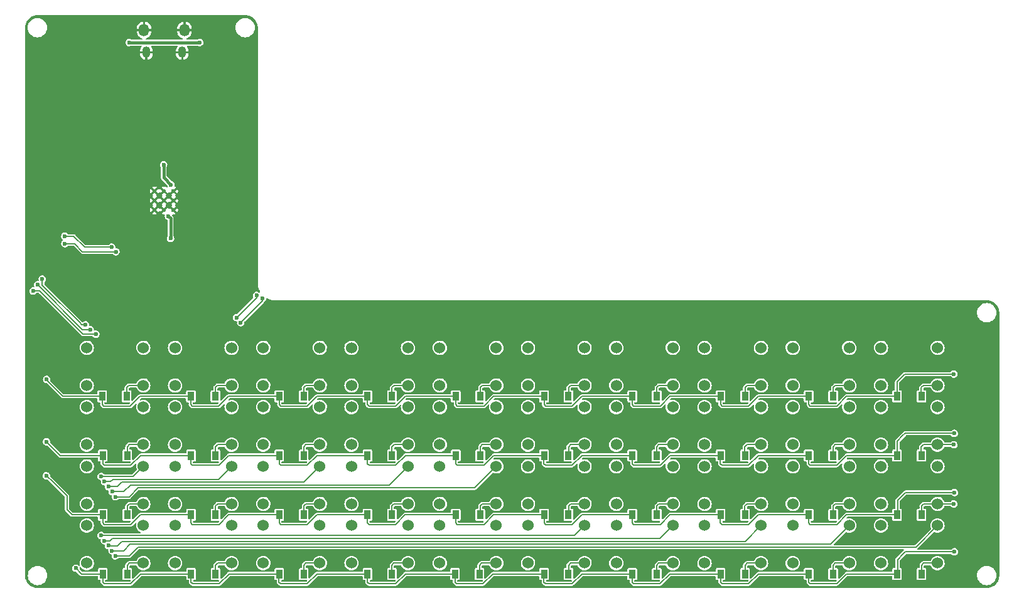
<source format=gbr>
%TF.GenerationSoftware,KiCad,Pcbnew,(6.0.4)*%
%TF.CreationDate,2022-09-18T16:29:30-05:00*%
%TF.ProjectId,Calculator_PCB,43616c63-756c-4617-946f-725f5043422e,rev?*%
%TF.SameCoordinates,Original*%
%TF.FileFunction,Copper,L2,Bot*%
%TF.FilePolarity,Positive*%
%FSLAX46Y46*%
G04 Gerber Fmt 4.6, Leading zero omitted, Abs format (unit mm)*
G04 Created by KiCad (PCBNEW (6.0.4)) date 2022-09-18 16:29:30*
%MOMM*%
%LPD*%
G01*
G04 APERTURE LIST*
%TA.AperFunction,ComponentPad*%
%ADD10O,1.350000X1.700000*%
%TD*%
%TA.AperFunction,ComponentPad*%
%ADD11O,1.100000X1.500000*%
%TD*%
%TA.AperFunction,ComponentPad*%
%ADD12C,1.524000*%
%TD*%
%TA.AperFunction,ComponentPad*%
%ADD13C,0.600000*%
%TD*%
%TA.AperFunction,SMDPad,CuDef*%
%ADD14R,0.900000X1.200000*%
%TD*%
%TA.AperFunction,ViaPad*%
%ADD15C,0.600000*%
%TD*%
%TA.AperFunction,Conductor*%
%ADD16C,0.400000*%
%TD*%
%TA.AperFunction,Conductor*%
%ADD17C,0.150000*%
%TD*%
G04 APERTURE END LIST*
D10*
%TO.P,J1,6,Shield*%
%TO.N,GND*%
X99475000Y-66525000D03*
D11*
X94325000Y-69525000D03*
D10*
X94015000Y-66525000D03*
D11*
X99165000Y-69525000D03*
%TD*%
D12*
%TO.P,SW12,1,A*%
%TO.N,Net-(D12-Pad2)*%
X110090000Y-138540000D03*
X117710000Y-138540000D03*
%TO.P,SW12,2,B*%
%TO.N,/Col5*%
X117710000Y-133460000D03*
X110090000Y-133460000D03*
%TD*%
%TO.P,SW39,1,A*%
%TO.N,Net-(D39-Pad2)*%
X201010000Y-130540000D03*
X193390000Y-130540000D03*
%TO.P,SW39,2,B*%
%TO.N,/Col12*%
X201010000Y-125460000D03*
X193390000Y-125460000D03*
%TD*%
%TO.P,SW2,2,B*%
%TO.N,/Col3*%
X93910000Y-117460000D03*
X86290000Y-117460000D03*
%TO.P,SW2,1,A*%
%TO.N,Net-(D2-Pad2)*%
X86290000Y-122540000D03*
X93910000Y-122540000D03*
%TD*%
%TO.P,SW30,1,A*%
%TO.N,Net-(D30-Pad2)*%
X177210000Y-122540000D03*
X169590000Y-122540000D03*
%TO.P,SW30,2,B*%
%TO.N,/Col10*%
X169590000Y-117460000D03*
X177210000Y-117460000D03*
%TD*%
%TO.P,SW1,1,A*%
%TO.N,Net-(D1-Pad2)*%
X93910000Y-114540000D03*
X86290000Y-114540000D03*
%TO.P,SW1,2,B*%
%TO.N,/Col3*%
X86290000Y-109460000D03*
X93910000Y-109460000D03*
%TD*%
%TO.P,SW4,2,B*%
%TO.N,/Col3*%
X93910000Y-133460000D03*
X86290000Y-133460000D03*
%TO.P,SW4,1,A*%
%TO.N,Net-(D4-Pad2)*%
X93910000Y-138540000D03*
X86290000Y-138540000D03*
%TD*%
%TO.P,SW8,1,A*%
%TO.N,Net-(D8-Pad2)*%
X105810000Y-138540000D03*
X98190000Y-138540000D03*
%TO.P,SW8,2,B*%
%TO.N,/Col4*%
X98190000Y-133460000D03*
X105810000Y-133460000D03*
%TD*%
%TO.P,SW33,2,B*%
%TO.N,/Col11*%
X189110000Y-109460000D03*
X181490000Y-109460000D03*
%TO.P,SW33,1,A*%
%TO.N,Net-(D33-Pad2)*%
X181490000Y-114540000D03*
X189110000Y-114540000D03*
%TD*%
%TO.P,SW26,1,A*%
%TO.N,Net-(D26-Pad2)*%
X157690000Y-122540000D03*
X165310000Y-122540000D03*
%TO.P,SW26,2,B*%
%TO.N,/Col9*%
X165310000Y-117460000D03*
X157690000Y-117460000D03*
%TD*%
%TO.P,SW6,1,A*%
%TO.N,Net-(D6-Pad2)*%
X105810000Y-122540000D03*
X98190000Y-122540000D03*
%TO.P,SW6,2,B*%
%TO.N,/Col4*%
X105810000Y-117460000D03*
X98190000Y-117460000D03*
%TD*%
%TO.P,SW17,2,B*%
%TO.N,/Col7*%
X141510000Y-109460000D03*
X133890000Y-109460000D03*
%TO.P,SW17,1,A*%
%TO.N,Net-(D17-Pad2)*%
X133890000Y-114540000D03*
X141510000Y-114540000D03*
%TD*%
%TO.P,SW11,1,A*%
%TO.N,Net-(D11-Pad2)*%
X117710000Y-130540000D03*
X110090000Y-130540000D03*
%TO.P,SW11,2,B*%
%TO.N,/Col5*%
X117710000Y-125460000D03*
X110090000Y-125460000D03*
%TD*%
%TO.P,SW20,1,A*%
%TO.N,Net-(D20-Pad2)*%
X133890000Y-138540000D03*
X141510000Y-138540000D03*
%TO.P,SW20,2,B*%
%TO.N,/Col7*%
X141510000Y-133460000D03*
X133890000Y-133460000D03*
%TD*%
%TO.P,SW10,1,A*%
%TO.N,Net-(D10-Pad2)*%
X117710000Y-122540000D03*
X110090000Y-122540000D03*
%TO.P,SW10,2,B*%
%TO.N,/Col5*%
X117710000Y-117460000D03*
X110090000Y-117460000D03*
%TD*%
%TO.P,SW23,1,A*%
%TO.N,Net-(D23-Pad2)*%
X145790000Y-130540000D03*
X153410000Y-130540000D03*
%TO.P,SW23,2,B*%
%TO.N,/Col8*%
X153410000Y-125460000D03*
X145790000Y-125460000D03*
%TD*%
%TO.P,SW16,1,A*%
%TO.N,Net-(D16-Pad2)*%
X129610000Y-138540000D03*
X121990000Y-138540000D03*
%TO.P,SW16,2,B*%
%TO.N,/Col6*%
X121990000Y-133460000D03*
X129610000Y-133460000D03*
%TD*%
%TO.P,SW36,1,A*%
%TO.N,Net-(D36-Pad2)*%
X189110000Y-138540000D03*
X181490000Y-138540000D03*
%TO.P,SW36,2,B*%
%TO.N,/Col11*%
X189110000Y-133460000D03*
X181490000Y-133460000D03*
%TD*%
%TO.P,SW28,1,A*%
%TO.N,Net-(D28-Pad2)*%
X165310000Y-138540000D03*
X157690000Y-138540000D03*
%TO.P,SW28,2,B*%
%TO.N,/Col9*%
X157690000Y-133460000D03*
X165310000Y-133460000D03*
%TD*%
%TO.P,SW14,1,A*%
%TO.N,Net-(D14-Pad2)*%
X121990000Y-122540000D03*
X129610000Y-122540000D03*
%TO.P,SW14,2,B*%
%TO.N,/Col6*%
X121990000Y-117460000D03*
X129610000Y-117460000D03*
%TD*%
%TO.P,SW25,1,A*%
%TO.N,Net-(D25-Pad2)*%
X157690000Y-114540000D03*
X165310000Y-114540000D03*
%TO.P,SW25,2,B*%
%TO.N,/Col9*%
X157690000Y-109460000D03*
X165310000Y-109460000D03*
%TD*%
%TO.P,SW3,2,B*%
%TO.N,/Col3*%
X86290000Y-125460000D03*
X93910000Y-125460000D03*
%TO.P,SW3,1,A*%
%TO.N,Net-(D3-Pad2)*%
X93910000Y-130540000D03*
X86290000Y-130540000D03*
%TD*%
%TO.P,SW37,1,A*%
%TO.N,Net-(D37-Pad2)*%
X201010000Y-114540000D03*
X193390000Y-114540000D03*
%TO.P,SW37,2,B*%
%TO.N,/Col12*%
X193390000Y-109460000D03*
X201010000Y-109460000D03*
%TD*%
%TO.P,SW22,1,A*%
%TO.N,Net-(D22-Pad2)*%
X153410000Y-122540000D03*
X145790000Y-122540000D03*
%TO.P,SW22,2,B*%
%TO.N,/Col8*%
X145790000Y-117460000D03*
X153410000Y-117460000D03*
%TD*%
%TO.P,SW34,2,B*%
%TO.N,/Col11*%
X181490000Y-117460000D03*
X189110000Y-117460000D03*
%TO.P,SW34,1,A*%
%TO.N,Net-(D34-Pad2)*%
X181490000Y-122540000D03*
X189110000Y-122540000D03*
%TD*%
%TO.P,SW31,1,A*%
%TO.N,Net-(D31-Pad2)*%
X169590000Y-130540000D03*
X177210000Y-130540000D03*
%TO.P,SW31,2,B*%
%TO.N,/Col10*%
X169590000Y-125460000D03*
X177210000Y-125460000D03*
%TD*%
%TO.P,SW21,2,B*%
%TO.N,/Col8*%
X153410000Y-109460000D03*
X145790000Y-109460000D03*
%TO.P,SW21,1,A*%
%TO.N,Net-(D21-Pad2)*%
X145790000Y-114540000D03*
X153410000Y-114540000D03*
%TD*%
%TO.P,SW38,1,A*%
%TO.N,Net-(D38-Pad2)*%
X201010000Y-122540000D03*
X193390000Y-122540000D03*
%TO.P,SW38,2,B*%
%TO.N,/Col12*%
X201010000Y-117460000D03*
X193390000Y-117460000D03*
%TD*%
%TO.P,SW32,1,A*%
%TO.N,Net-(D32-Pad2)*%
X177210000Y-138540000D03*
X169590000Y-138540000D03*
%TO.P,SW32,2,B*%
%TO.N,/Col10*%
X177210000Y-133460000D03*
X169590000Y-133460000D03*
%TD*%
%TO.P,SW7,1,A*%
%TO.N,Net-(D7-Pad2)*%
X105810000Y-130540000D03*
X98190000Y-130540000D03*
%TO.P,SW7,2,B*%
%TO.N,/Col4*%
X98190000Y-125460000D03*
X105810000Y-125460000D03*
%TD*%
D13*
%TO.P,U2,57,GND*%
%TO.N,GND*%
X95445000Y-89542500D03*
X96720000Y-88267500D03*
X97995000Y-88267500D03*
X97995000Y-90817500D03*
X97995000Y-89542500D03*
X96720000Y-89542500D03*
X96720000Y-90817500D03*
X95445000Y-88267500D03*
X95445000Y-90817500D03*
%TD*%
D12*
%TO.P,SW9,1,A*%
%TO.N,Net-(D9-Pad2)*%
X117710000Y-114540000D03*
X110090000Y-114540000D03*
%TO.P,SW9,2,B*%
%TO.N,/Col5*%
X117710000Y-109460000D03*
X110090000Y-109460000D03*
%TD*%
%TO.P,SW13,1,A*%
%TO.N,Net-(D13-Pad2)*%
X121990000Y-114540000D03*
X129610000Y-114540000D03*
%TO.P,SW13,2,B*%
%TO.N,/Col6*%
X129610000Y-109460000D03*
X121990000Y-109460000D03*
%TD*%
%TO.P,SW18,1,A*%
%TO.N,Net-(D18-Pad2)*%
X133890000Y-122540000D03*
X141510000Y-122540000D03*
%TO.P,SW18,2,B*%
%TO.N,/Col7*%
X141510000Y-117460000D03*
X133890000Y-117460000D03*
%TD*%
%TO.P,SW15,1,A*%
%TO.N,Net-(D15-Pad2)*%
X129610000Y-130540000D03*
X121990000Y-130540000D03*
%TO.P,SW15,2,B*%
%TO.N,/Col6*%
X129610000Y-125460000D03*
X121990000Y-125460000D03*
%TD*%
%TO.P,SW5,1,A*%
%TO.N,Net-(D5-Pad2)*%
X105810000Y-114540000D03*
X98190000Y-114540000D03*
%TO.P,SW5,2,B*%
%TO.N,/Col4*%
X98190000Y-109460000D03*
X105810000Y-109460000D03*
%TD*%
%TO.P,SW35,1,A*%
%TO.N,Net-(D35-Pad2)*%
X189110000Y-130540000D03*
X181490000Y-130540000D03*
%TO.P,SW35,2,B*%
%TO.N,/Col11*%
X189110000Y-125460000D03*
X181490000Y-125460000D03*
%TD*%
%TO.P,SW27,1,A*%
%TO.N,Net-(D27-Pad2)*%
X157690000Y-130540000D03*
X165310000Y-130540000D03*
%TO.P,SW27,2,B*%
%TO.N,/Col9*%
X165310000Y-125460000D03*
X157690000Y-125460000D03*
%TD*%
%TO.P,SW24,1,A*%
%TO.N,Net-(D24-Pad2)*%
X153410000Y-138540000D03*
X145790000Y-138540000D03*
%TO.P,SW24,2,B*%
%TO.N,/Col8*%
X153410000Y-133460000D03*
X145790000Y-133460000D03*
%TD*%
%TO.P,SW29,1,A*%
%TO.N,Net-(D29-Pad2)*%
X169590000Y-114540000D03*
X177210000Y-114540000D03*
%TO.P,SW29,2,B*%
%TO.N,/Col10*%
X177210000Y-109460000D03*
X169590000Y-109460000D03*
%TD*%
%TO.P,SW40,1,A*%
%TO.N,Net-(D40-Pad2)*%
X201010000Y-138540000D03*
X193390000Y-138540000D03*
%TO.P,SW40,2,B*%
%TO.N,/Col12*%
X201010000Y-133460000D03*
X193390000Y-133460000D03*
%TD*%
%TO.P,SW19,1,A*%
%TO.N,Net-(D19-Pad2)*%
X141510000Y-130540000D03*
X133890000Y-130540000D03*
%TO.P,SW19,2,B*%
%TO.N,/Col7*%
X133890000Y-125460000D03*
X141510000Y-125460000D03*
%TD*%
D14*
%TO.P,D26,1,K*%
%TO.N,/Row4*%
X159850000Y-124002800D03*
%TO.P,D26,2,A*%
%TO.N,Net-(D26-Pad2)*%
X163150000Y-124002800D03*
%TD*%
%TO.P,D35,1,K*%
%TO.N,/Row5*%
X183643000Y-132003800D03*
%TO.P,D35,2,A*%
%TO.N,Net-(D35-Pad2)*%
X186943000Y-132003800D03*
%TD*%
%TO.P,D21,1,K*%
%TO.N,/Row3*%
X147950000Y-116001800D03*
%TO.P,D21,2,A*%
%TO.N,Net-(D21-Pad2)*%
X151250000Y-116001800D03*
%TD*%
%TO.P,D31,1,K*%
%TO.N,/Row5*%
X171750000Y-132003800D03*
%TO.P,D31,2,A*%
%TO.N,Net-(D31-Pad2)*%
X175050000Y-132003800D03*
%TD*%
%TO.P,D40,1,K*%
%TO.N,/Row6*%
X195550000Y-140004800D03*
%TO.P,D40,2,A*%
%TO.N,Net-(D40-Pad2)*%
X198850000Y-140004800D03*
%TD*%
%TO.P,D10,1,K*%
%TO.N,/Row4*%
X112243600Y-124002800D03*
%TO.P,D10,2,A*%
%TO.N,Net-(D10-Pad2)*%
X115543600Y-124002800D03*
%TD*%
%TO.P,D8,1,K*%
%TO.N,/Row6*%
X100350000Y-140004800D03*
%TO.P,D8,2,A*%
%TO.N,Net-(D8-Pad2)*%
X103650000Y-140004800D03*
%TD*%
%TO.P,D20,1,K*%
%TO.N,/Row6*%
X135941800Y-140004800D03*
%TO.P,D20,2,A*%
%TO.N,Net-(D20-Pad2)*%
X139241800Y-140004800D03*
%TD*%
%TO.P,D30,1,K*%
%TO.N,/Row4*%
X171750000Y-124002800D03*
%TO.P,D30,2,A*%
%TO.N,Net-(D30-Pad2)*%
X175050000Y-124002800D03*
%TD*%
%TO.P,D28,1,K*%
%TO.N,/Row6*%
X159843200Y-140004800D03*
%TO.P,D28,2,A*%
%TO.N,Net-(D28-Pad2)*%
X163143200Y-140004800D03*
%TD*%
%TO.P,D13,1,K*%
%TO.N,/Row3*%
X124150000Y-116001800D03*
%TO.P,D13,2,A*%
%TO.N,Net-(D13-Pad2)*%
X127450000Y-116001800D03*
%TD*%
%TO.P,D3,1,K*%
%TO.N,/Row5*%
X88450000Y-132003800D03*
%TO.P,D3,2,A*%
%TO.N,Net-(D3-Pad2)*%
X91750000Y-132003800D03*
%TD*%
%TO.P,D33,1,K*%
%TO.N,/Row3*%
X183643000Y-116001800D03*
%TO.P,D33,2,A*%
%TO.N,Net-(D33-Pad2)*%
X186943000Y-116001800D03*
%TD*%
%TO.P,D4,1,K*%
%TO.N,/Row6*%
X88443800Y-140004800D03*
%TO.P,D4,2,A*%
%TO.N,Net-(D4-Pad2)*%
X91743800Y-140004800D03*
%TD*%
%TO.P,D2,1,K*%
%TO.N,/Row4*%
X88450000Y-124002800D03*
%TO.P,D2,2,A*%
%TO.N,Net-(D2-Pad2)*%
X91750000Y-124002800D03*
%TD*%
%TO.P,D25,1,K*%
%TO.N,/Row3*%
X159850000Y-116001800D03*
%TO.P,D25,2,A*%
%TO.N,Net-(D25-Pad2)*%
X163150000Y-116001800D03*
%TD*%
%TO.P,D39,1,K*%
%TO.N,/Row5*%
X195550000Y-132003800D03*
%TO.P,D39,2,A*%
%TO.N,Net-(D39-Pad2)*%
X198850000Y-132003800D03*
%TD*%
%TO.P,D36,1,K*%
%TO.N,/Row6*%
X183650000Y-140004800D03*
%TO.P,D36,2,A*%
%TO.N,Net-(D36-Pad2)*%
X186950000Y-140004800D03*
%TD*%
%TO.P,D37,1,K*%
%TO.N,/Row3*%
X195550000Y-116001800D03*
%TO.P,D37,2,A*%
%TO.N,Net-(D37-Pad2)*%
X198850000Y-116001800D03*
%TD*%
%TO.P,D19,1,K*%
%TO.N,/Row5*%
X136050000Y-132003800D03*
%TO.P,D19,2,A*%
%TO.N,Net-(D19-Pad2)*%
X139350000Y-132003800D03*
%TD*%
%TO.P,D6,1,K*%
%TO.N,/Row4*%
X100350000Y-124002800D03*
%TO.P,D6,2,A*%
%TO.N,Net-(D6-Pad2)*%
X103650000Y-124002800D03*
%TD*%
%TO.P,D27,1,K*%
%TO.N,/Row5*%
X159850000Y-132003800D03*
%TO.P,D27,2,A*%
%TO.N,Net-(D27-Pad2)*%
X163150000Y-132003800D03*
%TD*%
%TO.P,D17,1,K*%
%TO.N,/Row3*%
X136043400Y-116001800D03*
%TO.P,D17,2,A*%
%TO.N,Net-(D17-Pad2)*%
X139343400Y-116001800D03*
%TD*%
%TO.P,D15,1,K*%
%TO.N,/Row5*%
X124150000Y-132003800D03*
%TO.P,D15,2,A*%
%TO.N,Net-(D15-Pad2)*%
X127450000Y-132003800D03*
%TD*%
%TO.P,D23,1,K*%
%TO.N,/Row5*%
X147950000Y-132003800D03*
%TO.P,D23,2,A*%
%TO.N,Net-(D23-Pad2)*%
X151250000Y-132003800D03*
%TD*%
%TO.P,D5,1,K*%
%TO.N,/Row3*%
X100331000Y-116001800D03*
%TO.P,D5,2,A*%
%TO.N,Net-(D5-Pad2)*%
X103631000Y-116001800D03*
%TD*%
%TO.P,D32,1,K*%
%TO.N,/Row6*%
X171750000Y-140004800D03*
%TO.P,D32,2,A*%
%TO.N,Net-(D32-Pad2)*%
X175050000Y-140004800D03*
%TD*%
%TO.P,D11,1,K*%
%TO.N,/Row5*%
X112243600Y-132003800D03*
%TO.P,D11,2,A*%
%TO.N,Net-(D11-Pad2)*%
X115543600Y-132003800D03*
%TD*%
%TO.P,D24,1,K*%
%TO.N,/Row6*%
X147950000Y-140004800D03*
%TO.P,D24,2,A*%
%TO.N,Net-(D24-Pad2)*%
X151250000Y-140004800D03*
%TD*%
%TO.P,D29,1,K*%
%TO.N,/Row3*%
X171750000Y-116001800D03*
%TO.P,D29,2,A*%
%TO.N,Net-(D29-Pad2)*%
X175050000Y-116001800D03*
%TD*%
%TO.P,D1,1,K*%
%TO.N,/Row3*%
X88367600Y-116001800D03*
%TO.P,D1,2,A*%
%TO.N,Net-(D1-Pad2)*%
X91667600Y-116001800D03*
%TD*%
%TO.P,D14,1,K*%
%TO.N,/Row4*%
X124150000Y-124002800D03*
%TO.P,D14,2,A*%
%TO.N,Net-(D14-Pad2)*%
X127450000Y-124002800D03*
%TD*%
%TO.P,D34,1,K*%
%TO.N,/Row4*%
X183643000Y-124002800D03*
%TO.P,D34,2,A*%
%TO.N,Net-(D34-Pad2)*%
X186943000Y-124002800D03*
%TD*%
%TO.P,D38,1,K*%
%TO.N,/Row4*%
X195550000Y-124002800D03*
%TO.P,D38,2,A*%
%TO.N,Net-(D38-Pad2)*%
X198850000Y-124002800D03*
%TD*%
%TO.P,D18,1,K*%
%TO.N,/Row4*%
X136050000Y-124002800D03*
%TO.P,D18,2,A*%
%TO.N,Net-(D18-Pad2)*%
X139350000Y-124002800D03*
%TD*%
%TO.P,D22,1,K*%
%TO.N,/Row4*%
X147950000Y-124002800D03*
%TO.P,D22,2,A*%
%TO.N,Net-(D22-Pad2)*%
X151250000Y-124002800D03*
%TD*%
%TO.P,D12,1,K*%
%TO.N,/Row6*%
X112243600Y-140004800D03*
%TO.P,D12,2,A*%
%TO.N,Net-(D12-Pad2)*%
X115543600Y-140004800D03*
%TD*%
%TO.P,D7,1,K*%
%TO.N,/Row5*%
X100350000Y-132003800D03*
%TO.P,D7,2,A*%
%TO.N,Net-(D7-Pad2)*%
X103650000Y-132003800D03*
%TD*%
%TO.P,D16,1,K*%
%TO.N,/Row6*%
X124150000Y-140004800D03*
%TO.P,D16,2,A*%
%TO.N,Net-(D16-Pad2)*%
X127450000Y-140004800D03*
%TD*%
%TO.P,D9,1,K*%
%TO.N,/Row3*%
X112243600Y-116001800D03*
%TO.P,D9,2,A*%
%TO.N,Net-(D9-Pad2)*%
X115543600Y-116001800D03*
%TD*%
D15*
%TO.N,+3V3*%
X101520000Y-68210000D03*
X92000000Y-68220000D03*
%TO.N,GND*%
X105065000Y-90810000D03*
X96710000Y-79990000D03*
X100760000Y-81155000D03*
X91545000Y-99210000D03*
X88335000Y-86670000D03*
X89595000Y-76630000D03*
X105055000Y-85570000D03*
X105065000Y-83910000D03*
X93940000Y-97020000D03*
X83370000Y-92520000D03*
X108670000Y-81830000D03*
X97190000Y-97885000D03*
X98040000Y-99210000D03*
X95710000Y-79990000D03*
X88365000Y-90807500D03*
X98350000Y-97895000D03*
X99760000Y-81155000D03*
X95450000Y-70942500D03*
X88740000Y-74215000D03*
X86150000Y-83330000D03*
X107015000Y-70145000D03*
X96350000Y-96850000D03*
%TO.N,/Row4*%
X203268500Y-120998200D03*
X80870000Y-122150000D03*
%TO.N,/Row5*%
X203298500Y-128998200D03*
X80840000Y-126730000D03*
%TO.N,/Col10*%
X89198386Y-136173199D03*
%TO.N,/Col11*%
X89688609Y-136854702D03*
%TO.N,/Col12*%
X90143726Y-137560133D03*
%TO.N,/y_out*%
X79660000Y-100940000D03*
X106480000Y-105360000D03*
X86740000Y-107000000D03*
X109174500Y-102370000D03*
%TO.N,/x_out*%
X107050000Y-106060000D03*
X109980000Y-102760000D03*
X79040000Y-101780000D03*
X87520000Y-107610000D03*
%TO.N,/Col0*%
X83327901Y-94380000D03*
X89637200Y-95862700D03*
%TO.N,/Col1*%
X83327901Y-95380000D03*
X90210000Y-96477200D03*
%TO.N,/Col2*%
X80281744Y-100171311D03*
X86110000Y-106360000D03*
%TO.N,+1V1*%
X96644500Y-84727052D03*
X97580000Y-94690000D03*
X97650000Y-87420000D03*
X97310000Y-91690000D03*
%TO.N,/Row3*%
X80876941Y-113710000D03*
X203218500Y-113000000D03*
%TO.N,/Col3*%
X88234769Y-126825298D03*
%TO.N,/Col4*%
X88681391Y-127536138D03*
%TO.N,/Col5*%
X89209777Y-128188497D03*
%TO.N,/Col6*%
X89700000Y-128870000D03*
%TO.N,/Col7*%
X90155117Y-129575431D03*
%TO.N,/Col8*%
X88223378Y-134810000D03*
%TO.N,/Col9*%
X88670000Y-135520840D03*
%TO.N,Net-(D38-Pad2)*%
X203218500Y-122540000D03*
%TO.N,Net-(D39-Pad2)*%
X203218500Y-130540000D03*
%TO.N,/Row6*%
X84810000Y-139220000D03*
X203290000Y-137008200D03*
%TD*%
D16*
%TO.N,+3V3*%
X101510000Y-68220000D02*
X101520000Y-68210000D01*
X92000000Y-68220000D02*
X101510000Y-68220000D01*
D17*
%TO.N,/Row4*%
X112293400Y-124002800D02*
X105434400Y-124002800D01*
X148131800Y-125323600D02*
X147928600Y-125120400D01*
X183692800Y-124002800D02*
X176833800Y-124002800D01*
X100407200Y-124002800D02*
X93548200Y-124002800D01*
X164946600Y-124002800D02*
X163625800Y-125323600D01*
X88443800Y-125119400D02*
X88443800Y-124002800D01*
X196290000Y-121348200D02*
X196640000Y-120998200D01*
X171729400Y-125119400D02*
X171729400Y-124002800D01*
X82069519Y-123349519D02*
X80870000Y-122150000D01*
X93548200Y-124002800D02*
X92227400Y-125323600D01*
X88646000Y-125323600D02*
X88442800Y-125120400D01*
X82723762Y-124002800D02*
X88450000Y-124002800D01*
X100532200Y-125323600D02*
X100329000Y-125120400D01*
X151713200Y-125323600D02*
X148131800Y-125323600D01*
X195600000Y-122038200D02*
X196290000Y-121348200D01*
X153034000Y-124002800D02*
X151713200Y-125323600D01*
X196640000Y-120998200D02*
X203268500Y-120998200D01*
X82070481Y-123349519D02*
X82070000Y-123350000D01*
X195600000Y-124000000D02*
X195600000Y-122038200D01*
X171931600Y-125323600D02*
X171728400Y-125120400D01*
X136118600Y-124003300D02*
X129259600Y-124003300D01*
X92227400Y-125323600D02*
X88646000Y-125323600D01*
X117347500Y-124002800D02*
X116026700Y-125323600D01*
X188746400Y-124002800D02*
X187425600Y-125323600D01*
X159842200Y-125119400D02*
X159842200Y-124002800D01*
X82070481Y-123349519D02*
X82069519Y-123349519D01*
X112445300Y-125323600D02*
X112242100Y-125120400D01*
X139826000Y-125323600D02*
X136244600Y-125323600D01*
X124206500Y-124002800D02*
X117347500Y-124002800D01*
X104113600Y-125323600D02*
X100532200Y-125323600D01*
X105434400Y-124002800D02*
X104113600Y-125323600D01*
X124357400Y-125324100D02*
X124154200Y-125120900D01*
X171805600Y-124002800D02*
X164946600Y-124002800D01*
X127938800Y-125324100D02*
X124357400Y-125324100D01*
X160044400Y-125323600D02*
X159841200Y-125120400D01*
X187425600Y-125323600D02*
X183844200Y-125323600D01*
X163625800Y-125323600D02*
X160044400Y-125323600D01*
X183642000Y-125119400D02*
X183642000Y-124002800D01*
X124155200Y-125119900D02*
X124155200Y-124003300D01*
X116026700Y-125323600D02*
X112445300Y-125323600D01*
X183844200Y-125323600D02*
X183641000Y-125120400D01*
X82070481Y-123349519D02*
X82723762Y-124002800D01*
X176833800Y-124002800D02*
X175513000Y-125323600D01*
X147929600Y-125119400D02*
X147929600Y-124002800D01*
X100330000Y-125119400D02*
X100330000Y-124002800D01*
X195605400Y-124002800D02*
X188746400Y-124002800D01*
X159893000Y-124002800D02*
X153034000Y-124002800D01*
X148005800Y-124002800D02*
X141146800Y-124002800D01*
X175513000Y-125323600D02*
X171931600Y-125323600D01*
X112243100Y-125119400D02*
X112243100Y-124002800D01*
X136244600Y-125323600D02*
X136041400Y-125120400D01*
X136042400Y-125119400D02*
X136042400Y-124002800D01*
X129259600Y-124003300D02*
X127938800Y-125324100D01*
X141146800Y-124002800D02*
X139826000Y-125323600D01*
%TO.N,/Row5*%
X92226400Y-133324600D02*
X88645000Y-133324600D01*
X153059900Y-132003800D02*
X151739100Y-133324600D01*
X112444800Y-133324600D02*
X112241600Y-133121400D01*
X136042400Y-133120400D02*
X136042400Y-132003800D01*
X183844200Y-133324600D02*
X183641000Y-133121400D01*
X112293400Y-132003800D02*
X105434400Y-132003800D01*
X127913400Y-133324600D02*
X124332000Y-133324600D01*
X81680481Y-127520481D02*
X83620000Y-129460000D01*
X164946600Y-132003800D02*
X163625800Y-133324600D01*
X105434400Y-132003800D02*
X104113600Y-133324600D01*
X100532200Y-133324600D02*
X100329000Y-133121400D01*
X196670000Y-128998200D02*
X203298500Y-128998200D01*
X195630000Y-132000000D02*
X195630000Y-130038200D01*
X147955500Y-133120400D02*
X147955500Y-132003800D01*
X148157700Y-133324600D02*
X147954500Y-133121400D01*
X183642000Y-133120400D02*
X183642000Y-132003800D01*
X81680481Y-127520481D02*
X80890000Y-126730000D01*
X104113600Y-133324600D02*
X100532200Y-133324600D01*
X171729400Y-133120400D02*
X171729400Y-132003800D01*
X116026200Y-133324600D02*
X112444800Y-133324600D01*
X83620000Y-131317600D02*
X84306200Y-132003800D01*
X83620000Y-129460000D02*
X83620000Y-131317600D01*
X196320000Y-129348200D02*
X196670000Y-128998200D01*
X141146800Y-132003800D02*
X139826000Y-133324600D01*
X124129800Y-133120400D02*
X124129800Y-132003800D01*
X171805600Y-132003800D02*
X164946600Y-132003800D01*
X176833800Y-132003800D02*
X175513000Y-133324600D01*
X183692800Y-132003800D02*
X176833800Y-132003800D01*
X136093200Y-132003800D02*
X129234200Y-132003800D01*
X187425600Y-133324600D02*
X183844200Y-133324600D01*
X124332000Y-133324600D02*
X124128800Y-133121400D01*
X195605400Y-132003800D02*
X188746400Y-132003800D01*
X112242600Y-133120400D02*
X112242600Y-132003800D01*
X129234200Y-132003800D02*
X127913400Y-133324600D01*
X188746400Y-132003800D02*
X187425600Y-133324600D01*
X195630000Y-130038200D02*
X196320000Y-129348200D01*
X160044400Y-133324600D02*
X159841200Y-133121400D01*
X151739100Y-133324600D02*
X148157700Y-133324600D01*
X139826000Y-133324600D02*
X136244600Y-133324600D01*
X159918900Y-132003800D02*
X153059900Y-132003800D01*
X163625800Y-133324600D02*
X160044400Y-133324600D01*
X175513000Y-133324600D02*
X171931600Y-133324600D01*
X93547200Y-132003800D02*
X92226400Y-133324600D01*
X88442800Y-133120400D02*
X88442800Y-132003800D01*
X117347000Y-132003800D02*
X116026200Y-133324600D01*
X88450000Y-132003800D02*
X84306200Y-132003800D01*
X88645000Y-133324600D02*
X88441800Y-133121400D01*
X124206000Y-132003800D02*
X117347000Y-132003800D01*
X159842200Y-133120400D02*
X159842200Y-132003800D01*
X136244600Y-133324600D02*
X136041400Y-133121400D01*
X100330000Y-133120400D02*
X100330000Y-132003800D01*
X148005800Y-132003800D02*
X141146800Y-132003800D01*
X171931600Y-133324600D02*
X171728400Y-133121400D01*
X100406200Y-132003800D02*
X93547200Y-132003800D01*
X80890000Y-126730000D02*
X80840000Y-126730000D01*
%TO.N,/Col10*%
X175080960Y-135589040D02*
X177210000Y-133460000D01*
X90396895Y-136180000D02*
X90987855Y-135589040D01*
X89179933Y-136180000D02*
X90396895Y-136180000D01*
X90987855Y-135589040D02*
X175080960Y-135589040D01*
%TO.N,/Col11*%
X92136479Y-135980000D02*
X91256479Y-136860000D01*
X92136479Y-135980000D02*
X147630000Y-135980000D01*
X147630000Y-135980000D02*
X147631440Y-135978560D01*
X147631440Y-135978560D02*
X186591440Y-135978560D01*
X186591440Y-135978560D02*
X189110000Y-133460000D01*
X91256479Y-136860000D02*
X89679933Y-136860000D01*
%TO.N,/Col12*%
X148011920Y-136368080D02*
X148041920Y-136368080D01*
X148041920Y-136368080D02*
X198101920Y-136368080D01*
X93180413Y-136369520D02*
X91986570Y-137563363D01*
X148040480Y-136369520D02*
X148041920Y-136368080D01*
X93180413Y-136369520D02*
X148040480Y-136369520D01*
X198101920Y-136368080D02*
X201010000Y-133460000D01*
X91986570Y-137563363D02*
X90126570Y-137563363D01*
%TO.N,/y_out*%
X109174500Y-102665500D02*
X109174500Y-102370000D01*
X79660000Y-100940000D02*
X85715000Y-106995000D01*
X86735000Y-106995000D02*
X86740000Y-107000000D01*
X106480000Y-105360000D02*
X109174500Y-102665500D01*
X85715000Y-106995000D02*
X86735000Y-106995000D01*
%TO.N,/x_out*%
X85314568Y-107145432D02*
X85783647Y-107614511D01*
X79949136Y-101780000D02*
X82454568Y-104285432D01*
X109980000Y-103130000D02*
X109980000Y-102760000D01*
X85783647Y-107614511D02*
X87515489Y-107614511D01*
X79040000Y-101780000D02*
X79949136Y-101780000D01*
X82454568Y-104285432D02*
X85314568Y-107145432D01*
X107050000Y-106060000D02*
X109980000Y-103130000D01*
X87515489Y-107614511D02*
X87520000Y-107610000D01*
%TO.N,/Col0*%
X86002700Y-95862700D02*
X84520000Y-94380000D01*
X89637200Y-95862700D02*
X86002700Y-95862700D01*
X84520000Y-94380000D02*
X83327901Y-94380000D01*
%TO.N,/Col1*%
X90210000Y-96477200D02*
X85717200Y-96477200D01*
X84620000Y-95380000D02*
X83327901Y-95380000D01*
X85717200Y-96477200D02*
X84620000Y-95380000D01*
%TO.N,/Col2*%
X86108094Y-106361906D02*
X86110000Y-106360000D01*
X85300432Y-106029568D02*
X85632770Y-106361906D01*
X80281744Y-100601744D02*
X80281744Y-101010880D01*
X80281744Y-100171311D02*
X80281744Y-100601744D01*
X85632770Y-106361906D02*
X86108094Y-106361906D01*
X80281744Y-101010880D02*
X80915432Y-101644568D01*
X80915432Y-101644568D02*
X85300432Y-106029568D01*
D16*
%TO.N,+1V1*%
X97580000Y-94690000D02*
X97580000Y-91960000D01*
X96644500Y-84727052D02*
X96644500Y-86414500D01*
X97580000Y-91960000D02*
X97310000Y-91690000D01*
X96644500Y-86414500D02*
X97650000Y-87420000D01*
D17*
%TO.N,Net-(D6-Pad2)*%
X105899800Y-122541000D02*
X103926400Y-122541000D01*
X103657400Y-122810000D02*
X103657400Y-124002800D01*
X103926400Y-122541000D02*
X103657400Y-122810000D01*
%TO.N,/Row3*%
X124155200Y-117118400D02*
X124155200Y-116001800D01*
X196590000Y-113000000D02*
X203218500Y-113000000D01*
X80876941Y-113816941D02*
X80876941Y-113710000D01*
X159918400Y-116001800D02*
X153059400Y-116001800D01*
X112444800Y-117322600D02*
X112241600Y-117119400D01*
X160044400Y-117322600D02*
X159841200Y-117119400D01*
X171754800Y-117118400D02*
X171754800Y-116001800D01*
X136042400Y-117118400D02*
X136042400Y-116001800D01*
X104088200Y-117322600D02*
X100506800Y-117322600D01*
X183718200Y-116001800D02*
X176859200Y-116001800D01*
X163625800Y-117322600D02*
X160044400Y-117322600D01*
X88367600Y-116001800D02*
X83298200Y-116001800D01*
X124206000Y-116001800D02*
X117347000Y-116001800D01*
X147955000Y-117118400D02*
X147955000Y-116001800D01*
X127938800Y-117322600D02*
X124357400Y-117322600D01*
X183844700Y-117322600D02*
X183641500Y-117119400D01*
X100506800Y-117322600D02*
X100303600Y-117119400D01*
X195605900Y-116001800D02*
X188746900Y-116001800D01*
X112242600Y-117118400D02*
X112242600Y-116001800D01*
X136244600Y-117322600D02*
X136041400Y-117119400D01*
X159842200Y-117118400D02*
X159842200Y-116001800D01*
X188746900Y-116001800D02*
X187426100Y-117322600D01*
X88569800Y-117322600D02*
X88366600Y-117119400D01*
X112268000Y-116001800D02*
X105409000Y-116001800D01*
X164946600Y-116001800D02*
X163625800Y-117322600D01*
X171805600Y-116001800D02*
X164946600Y-116001800D01*
X105409000Y-116001800D02*
X104088200Y-117322600D01*
X82460000Y-115400000D02*
X83061800Y-116001800D01*
X183642500Y-117118400D02*
X183642500Y-116001800D01*
X176859200Y-116001800D02*
X175538400Y-117322600D01*
X93472000Y-116001800D02*
X92151200Y-117322600D01*
X136118600Y-116001800D02*
X129259600Y-116001800D01*
X92151200Y-117322600D02*
X88569800Y-117322600D01*
X82460000Y-115400000D02*
X80876941Y-113816941D01*
X195550000Y-116001800D02*
X195550000Y-114040000D01*
X124357400Y-117322600D02*
X124154200Y-117119400D01*
X100304600Y-117118400D02*
X100304600Y-116001800D01*
X196240000Y-113350000D02*
X196590000Y-113000000D01*
X171957000Y-117322600D02*
X171753800Y-117119400D01*
X139826000Y-117322600D02*
X136244600Y-117322600D01*
X100331000Y-116001800D02*
X93472000Y-116001800D01*
X195550000Y-114040000D02*
X196240000Y-113350000D01*
X117347000Y-116001800D02*
X116026200Y-117322600D01*
X175538400Y-117322600D02*
X171957000Y-117322600D01*
X148157200Y-117322600D02*
X147954000Y-117119400D01*
X153059400Y-116001800D02*
X151738600Y-117322600D01*
X141146800Y-116001800D02*
X139826000Y-117322600D01*
X187426100Y-117322600D02*
X183844700Y-117322600D01*
X116026200Y-117322600D02*
X112444800Y-117322600D01*
X129259600Y-116001800D02*
X127938800Y-117322600D01*
X151738600Y-117322600D02*
X148157200Y-117322600D01*
X88367600Y-117118400D02*
X88367600Y-116001800D01*
X83061800Y-116001800D02*
X83298200Y-116001800D01*
X148005800Y-116001800D02*
X141146800Y-116001800D01*
%TO.N,Net-(D5-Pad2)*%
X105874400Y-114540000D02*
X103901000Y-114540000D01*
X103632000Y-114809000D02*
X103632000Y-116001800D01*
X103901000Y-114540000D02*
X103632000Y-114809000D01*
%TO.N,Net-(D4-Pad2)*%
X91744800Y-138812000D02*
X91744800Y-140004800D01*
X93987200Y-138543000D02*
X92013800Y-138543000D01*
X92013800Y-138543000D02*
X91744800Y-138812000D01*
%TO.N,Net-(D2-Pad2)*%
X92013800Y-122541000D02*
X91744800Y-122810000D01*
X93987200Y-122541000D02*
X92013800Y-122541000D01*
X91744800Y-122810000D02*
X91744800Y-124002800D01*
%TO.N,Net-(D1-Pad2)*%
X91667600Y-114809000D02*
X91667600Y-116001800D01*
X93910000Y-114540000D02*
X91936600Y-114540000D01*
X91936600Y-114540000D02*
X91667600Y-114809000D01*
%TO.N,Net-(D3-Pad2)*%
X93987200Y-130542000D02*
X92013800Y-130542000D01*
X92013800Y-130542000D02*
X91744800Y-130811000D01*
X91744800Y-130811000D02*
X91744800Y-132003800D01*
%TO.N,/Col3*%
X93910000Y-125460000D02*
X92550000Y-126820000D01*
X88240067Y-126820000D02*
X88234769Y-126825298D01*
X92550000Y-126820000D02*
X88240067Y-126820000D01*
%TO.N,Net-(D18-Pad2)*%
X141586800Y-122541000D02*
X139613400Y-122541000D01*
X139613400Y-122541000D02*
X139344400Y-122810000D01*
X139344400Y-122810000D02*
X139344400Y-124002800D01*
%TO.N,/Col4*%
X88680000Y-127540000D02*
X89470071Y-127540000D01*
X89470071Y-127540000D02*
X89791391Y-127218680D01*
X89791391Y-127218680D02*
X89791391Y-127218609D01*
X104060480Y-127209520D02*
X105810000Y-125460000D01*
X89800480Y-127209520D02*
X104060480Y-127209520D01*
X89791391Y-127218609D02*
X89800480Y-127209520D01*
%TO.N,Net-(D10-Pad2)*%
X115813600Y-122541000D02*
X115544600Y-122810000D01*
X117787000Y-122541000D02*
X115813600Y-122541000D01*
X115544600Y-122810000D02*
X115544600Y-124002800D01*
%TO.N,Net-(D11-Pad2)*%
X115555000Y-130811000D02*
X115555000Y-132003800D01*
X117797400Y-130542000D02*
X115824000Y-130542000D01*
X115824000Y-130542000D02*
X115555000Y-130811000D01*
%TO.N,Net-(D13-Pad2)*%
X127726200Y-114540000D02*
X127457200Y-114809000D01*
X129699600Y-114540000D02*
X127726200Y-114540000D01*
X127457200Y-114809000D02*
X127457200Y-116001800D01*
%TO.N,Net-(D14-Pad2)*%
X129699600Y-122541000D02*
X127726200Y-122541000D01*
X127726200Y-122541000D02*
X127457200Y-122810000D01*
X127457200Y-122810000D02*
X127457200Y-124002800D01*
%TO.N,Net-(D15-Pad2)*%
X127700800Y-130542000D02*
X127431800Y-130811000D01*
X127431800Y-130811000D02*
X127431800Y-132003800D01*
X129674200Y-130542000D02*
X127700800Y-130542000D01*
%TO.N,Net-(D16-Pad2)*%
X127700800Y-138543000D02*
X127431800Y-138812000D01*
X127431800Y-138812000D02*
X127431800Y-140004800D01*
X129674200Y-138543000D02*
X127700800Y-138543000D01*
%TO.N,Net-(D17-Pad2)*%
X141586800Y-114540000D02*
X139613400Y-114540000D01*
X139613400Y-114540000D02*
X139344400Y-114809000D01*
X139344400Y-114809000D02*
X139344400Y-116001800D01*
%TO.N,Net-(D12-Pad2)*%
X115544600Y-138812000D02*
X115544600Y-140004800D01*
X115813600Y-138543000D02*
X115544600Y-138812000D01*
X117787000Y-138543000D02*
X115813600Y-138543000D01*
%TO.N,Net-(D19-Pad2)*%
X139344400Y-130811000D02*
X139344400Y-132003800D01*
X139613400Y-130542000D02*
X139344400Y-130811000D01*
X141586800Y-130542000D02*
X139613400Y-130542000D01*
%TO.N,Net-(D20-Pad2)*%
X139242800Y-138812000D02*
X139242800Y-140004800D01*
X141485200Y-138543000D02*
X139511800Y-138543000D01*
X139511800Y-138543000D02*
X139242800Y-138812000D01*
%TO.N,Net-(D21-Pad2)*%
X151257000Y-114809000D02*
X151257000Y-116001800D01*
X151526000Y-114540000D02*
X151257000Y-114809000D01*
X153499400Y-114540000D02*
X151526000Y-114540000D01*
%TO.N,/Col5*%
X90426962Y-128190000D02*
X89210000Y-128190000D01*
X91017922Y-127599040D02*
X90426962Y-128190000D01*
X115570960Y-127599040D02*
X91017922Y-127599040D01*
X117710000Y-125460000D02*
X115570960Y-127599040D01*
%TO.N,Net-(D22-Pad2)*%
X153499400Y-122541000D02*
X151526000Y-122541000D01*
X151257000Y-122810000D02*
X151257000Y-124002800D01*
X151526000Y-122541000D02*
X151257000Y-122810000D01*
%TO.N,Net-(D23-Pad2)*%
X151257000Y-130811000D02*
X151257000Y-132003800D01*
X153499400Y-130542000D02*
X151526000Y-130542000D01*
X151526000Y-130542000D02*
X151257000Y-130811000D01*
%TO.N,Net-(D24-Pad2)*%
X151257000Y-138812000D02*
X151257000Y-140004800D01*
X153499400Y-138543000D02*
X151526000Y-138543000D01*
X151526000Y-138543000D02*
X151257000Y-138812000D01*
%TO.N,Net-(D25-Pad2)*%
X165386600Y-114540000D02*
X163413200Y-114540000D01*
X163413200Y-114540000D02*
X163144200Y-114809000D01*
X163144200Y-114809000D02*
X163144200Y-116001800D01*
%TO.N,/Col6*%
X129610000Y-125460000D02*
X127080000Y-127990000D01*
X127080000Y-127990000D02*
X92166546Y-127990000D01*
X92166546Y-127990000D02*
X91286546Y-128870000D01*
X91286546Y-128870000D02*
X89710000Y-128870000D01*
%TO.N,Net-(D26-Pad2)*%
X163413200Y-122541000D02*
X163144200Y-122810000D01*
X163144200Y-122810000D02*
X163144200Y-124002800D01*
X165386600Y-122541000D02*
X163413200Y-122541000D01*
%TO.N,Net-(D27-Pad2)*%
X163413200Y-130542000D02*
X163144200Y-130811000D01*
X163144200Y-130811000D02*
X163144200Y-132003800D01*
X165386600Y-130542000D02*
X163413200Y-130542000D01*
%TO.N,Net-(D28-Pad2)*%
X163144200Y-138812000D02*
X163144200Y-140004800D01*
X165386600Y-138543000D02*
X163413200Y-138543000D01*
X163413200Y-138543000D02*
X163144200Y-138812000D01*
%TO.N,Net-(D29-Pad2)*%
X175325800Y-114540000D02*
X175056800Y-114809000D01*
X177299200Y-114540000D02*
X175325800Y-114540000D01*
X175056800Y-114809000D02*
X175056800Y-116001800D01*
%TO.N,/Col7*%
X141510000Y-125460000D02*
X138590480Y-128379520D01*
X92016637Y-129573363D02*
X91923363Y-129573363D01*
X138590480Y-128379520D02*
X93210480Y-128379520D01*
X93210480Y-128379520D02*
X92016637Y-129573363D01*
X90156637Y-129573363D02*
X91923363Y-129573363D01*
%TO.N,Net-(D30-Pad2)*%
X175300400Y-122541000D02*
X175031400Y-122810000D01*
X175031400Y-122810000D02*
X175031400Y-124002800D01*
X177273800Y-122541000D02*
X175300400Y-122541000D01*
%TO.N,Net-(D32-Pad2)*%
X177299200Y-138543000D02*
X175325800Y-138543000D01*
X175325800Y-138543000D02*
X175056800Y-138812000D01*
X175056800Y-138812000D02*
X175056800Y-140004800D01*
%TO.N,Net-(D33-Pad2)*%
X187213000Y-114540000D02*
X186944000Y-114809000D01*
X186944000Y-114809000D02*
X186944000Y-116001800D01*
X189186400Y-114540000D02*
X187213000Y-114540000D01*
%TO.N,/Col8*%
X152060000Y-134810000D02*
X145680000Y-134810000D01*
X145680000Y-134810000D02*
X88800000Y-134810000D01*
X153410000Y-133460000D02*
X152060000Y-134810000D01*
X88223378Y-134810000D02*
X88800000Y-134810000D01*
%TO.N,Net-(D34-Pad2)*%
X186944000Y-122810000D02*
X186944000Y-124002800D01*
X187213000Y-122541000D02*
X186944000Y-122810000D01*
X189186400Y-122541000D02*
X187213000Y-122541000D01*
%TO.N,Net-(D35-Pad2)*%
X189186400Y-130542000D02*
X187213000Y-130542000D01*
X186944000Y-130811000D02*
X186944000Y-132003800D01*
X187213000Y-130542000D02*
X186944000Y-130811000D01*
%TO.N,Net-(D36-Pad2)*%
X187213000Y-138543000D02*
X186944000Y-138812000D01*
X189186400Y-138543000D02*
X187213000Y-138543000D01*
X186944000Y-138812000D02*
X186944000Y-140004800D01*
%TO.N,Net-(D37-Pad2)*%
X201073600Y-114540000D02*
X199100200Y-114540000D01*
X198831200Y-114809000D02*
X198831200Y-116001800D01*
X199100200Y-114540000D02*
X198831200Y-114809000D01*
%TO.N,/Col9*%
X89440004Y-135530000D02*
X89761324Y-135208680D01*
X89770484Y-135199520D02*
X163570480Y-135199520D01*
X89761324Y-135208680D02*
X89770484Y-135199520D01*
X88649933Y-135530000D02*
X89440004Y-135530000D01*
X163570480Y-135199520D02*
X165310000Y-133460000D01*
%TO.N,Net-(D38-Pad2)*%
X201073600Y-122541000D02*
X199100200Y-122541000D01*
X201010000Y-122540000D02*
X203218500Y-122540000D01*
X199100200Y-122541000D02*
X198831200Y-122810000D01*
X198831200Y-122810000D02*
X198831200Y-124002800D01*
%TO.N,Net-(D39-Pad2)*%
X201099000Y-130542000D02*
X199125600Y-130542000D01*
X199125600Y-130542000D02*
X198856600Y-130811000D01*
X198856600Y-130811000D02*
X198856600Y-132003800D01*
X201010000Y-130540000D02*
X203218500Y-130540000D01*
%TO.N,Net-(D40-Pad2)*%
X199125600Y-138543000D02*
X198856600Y-138812000D01*
X198856600Y-138812000D02*
X198856600Y-140004800D01*
X201099000Y-138543000D02*
X199125600Y-138543000D01*
%TO.N,Net-(D9-Pad2)*%
X117787000Y-114540000D02*
X115813600Y-114540000D01*
X115813600Y-114540000D02*
X115544600Y-114809000D01*
X115544600Y-114809000D02*
X115544600Y-116001800D01*
%TO.N,Net-(D8-Pad2)*%
X103926400Y-138543000D02*
X103657400Y-138812000D01*
X103657400Y-138812000D02*
X103657400Y-140004800D01*
X105899800Y-138543000D02*
X103926400Y-138543000D01*
%TO.N,Net-(D7-Pad2)*%
X105899800Y-130542000D02*
X103926400Y-130542000D01*
X103657400Y-130811000D02*
X103657400Y-132003800D01*
X103926400Y-130542000D02*
X103657400Y-130811000D01*
%TO.N,Net-(D31-Pad2)*%
X175300400Y-130542000D02*
X175031400Y-130811000D01*
X175031400Y-130811000D02*
X175031400Y-132003800D01*
X177273800Y-130542000D02*
X175300400Y-130542000D01*
%TO.N,/Row6*%
X124155200Y-141121400D02*
X124155200Y-140004800D01*
X124357400Y-141325600D02*
X124154200Y-141122400D01*
X147904200Y-140004800D02*
X141045200Y-140004800D01*
X112419400Y-141325600D02*
X112216200Y-141122400D01*
X163600400Y-141325600D02*
X160019000Y-141325600D01*
X195621500Y-140010000D02*
X195621500Y-138048200D01*
X183844200Y-141325600D02*
X183641000Y-141122400D01*
X171780200Y-140004800D02*
X164921200Y-140004800D01*
X88645000Y-141325600D02*
X88441800Y-141122400D01*
X183718200Y-140004800D02*
X176859200Y-140004800D01*
X147930100Y-141121400D02*
X147930100Y-140004800D01*
X93547200Y-140004800D02*
X92226400Y-141325600D01*
X148132300Y-141325600D02*
X147929100Y-141122400D01*
X117321600Y-140004800D02*
X116000800Y-141325600D01*
X127938800Y-141325600D02*
X124357400Y-141325600D01*
X187425600Y-141325600D02*
X183844200Y-141325600D01*
X104139500Y-141325600D02*
X100558100Y-141325600D01*
X159816800Y-141121400D02*
X159816800Y-140004800D01*
X196661500Y-137008200D02*
X203290000Y-137008200D01*
X112217200Y-141121400D02*
X112217200Y-140004800D01*
X195621500Y-138048200D02*
X196311500Y-137358200D01*
X85605200Y-140004800D02*
X88443800Y-140004800D01*
X136143000Y-141325600D02*
X135939800Y-141122400D01*
X160019000Y-141325600D02*
X159815800Y-141122400D01*
X196311500Y-137358200D02*
X196661500Y-137008200D01*
X188746400Y-140004800D02*
X187425600Y-141325600D01*
X116000800Y-141325600D02*
X112419400Y-141325600D01*
X88442800Y-141121400D02*
X88442800Y-140004800D01*
X151713700Y-141325600D02*
X148132300Y-141325600D01*
X84810000Y-139220000D02*
X85600000Y-140010000D01*
X135940800Y-141121400D02*
X135940800Y-140004800D01*
X195605400Y-140004800D02*
X188746400Y-140004800D01*
X171957000Y-141325600D02*
X171753800Y-141122400D01*
X183642000Y-141121400D02*
X183642000Y-140004800D01*
X153034500Y-140004800D02*
X151713700Y-141325600D01*
X175538400Y-141325600D02*
X171957000Y-141325600D01*
X164921200Y-140004800D02*
X163600400Y-141325600D01*
X129259600Y-140004800D02*
X127938800Y-141325600D01*
X100406200Y-140004800D02*
X93547200Y-140004800D01*
X100558100Y-141325600D02*
X100354900Y-141122400D01*
X85600000Y-140010000D02*
X85605200Y-140004800D01*
X176859200Y-140004800D02*
X175538400Y-141325600D01*
X139724400Y-141325600D02*
X136143000Y-141325600D01*
X141045200Y-140004800D02*
X139724400Y-141325600D01*
X105460300Y-140004800D02*
X104139500Y-141325600D01*
X136118600Y-140004800D02*
X129259600Y-140004800D01*
X159893500Y-140004800D02*
X153034500Y-140004800D01*
X100355900Y-141121400D02*
X100355900Y-140004800D01*
X124180600Y-140004800D02*
X117321600Y-140004800D01*
X92226400Y-141325600D02*
X88645000Y-141325600D01*
X112319300Y-140004800D02*
X105460300Y-140004800D01*
X171754800Y-141121400D02*
X171754800Y-140004800D01*
%TD*%
%TA.AperFunction,Conductor*%
%TO.N,GND*%
G36*
X107632242Y-64512003D02*
G01*
X107650015Y-64515136D01*
X107658547Y-64513631D01*
X107663069Y-64513631D01*
X107680921Y-64512709D01*
X107884824Y-64527284D01*
X107898798Y-64529292D01*
X108010352Y-64553555D01*
X108121903Y-64577817D01*
X108135457Y-64581796D01*
X108203949Y-64607340D01*
X108349392Y-64661583D01*
X108362230Y-64667445D01*
X108547719Y-64768725D01*
X108562630Y-64776867D01*
X108574514Y-64784504D01*
X108757292Y-64921328D01*
X108767968Y-64930578D01*
X108929422Y-65092032D01*
X108938672Y-65102708D01*
X109075496Y-65285486D01*
X109083133Y-65297370D01*
X109140532Y-65402492D01*
X109192552Y-65497764D01*
X109198417Y-65510608D01*
X109223171Y-65576980D01*
X109278204Y-65724543D01*
X109282183Y-65738097D01*
X109284209Y-65747412D01*
X109324402Y-65932207D01*
X109330707Y-65961198D01*
X109332716Y-65975176D01*
X109345081Y-66148156D01*
X109347291Y-66179077D01*
X109346369Y-66196931D01*
X109346369Y-66201453D01*
X109344864Y-66209985D01*
X109346370Y-66218528D01*
X109347997Y-66227758D01*
X109349500Y-66244945D01*
X109349500Y-100675055D01*
X109347997Y-100692242D01*
X109344864Y-100710015D01*
X109345520Y-100713736D01*
X109345956Y-100720941D01*
X109345956Y-100720942D01*
X109359267Y-100940821D01*
X109362111Y-100987810D01*
X109362648Y-100990739D01*
X109362649Y-100990748D01*
X109401351Y-101201888D01*
X109412288Y-101261553D01*
X109413174Y-101264396D01*
X109413175Y-101264400D01*
X109453854Y-101394930D01*
X109495092Y-101527253D01*
X109496319Y-101529979D01*
X109496322Y-101529987D01*
X109539436Y-101625776D01*
X109609317Y-101781036D01*
X109610869Y-101783603D01*
X109610872Y-101783609D01*
X109663163Y-101870106D01*
X109677088Y-101929686D01*
X109653334Y-101986072D01*
X109600973Y-102017726D01*
X109540006Y-102012558D01*
X109513363Y-101995927D01*
X109511501Y-101994303D01*
X109506900Y-101988963D01*
X109386595Y-101910985D01*
X109249239Y-101869907D01*
X109165997Y-101869398D01*
X109112927Y-101869074D01*
X109112926Y-101869074D01*
X109105876Y-101869031D01*
X109099099Y-101870968D01*
X109099098Y-101870968D01*
X108974809Y-101906490D01*
X108974807Y-101906491D01*
X108968029Y-101908428D01*
X108846780Y-101984930D01*
X108842113Y-101990214D01*
X108842111Y-101990216D01*
X108756544Y-102087103D01*
X108756542Y-102087105D01*
X108751877Y-102092388D01*
X108690947Y-102222163D01*
X108689862Y-102229132D01*
X108689861Y-102229135D01*
X108682055Y-102279271D01*
X108668891Y-102363823D01*
X108669806Y-102370820D01*
X108669806Y-102370821D01*
X108674258Y-102404864D01*
X108687480Y-102505979D01*
X108738711Y-102622411D01*
X108744841Y-102683286D01*
X108718099Y-102732285D01*
X106619507Y-104830877D01*
X106564990Y-104858654D01*
X106548898Y-104859871D01*
X106418427Y-104859074D01*
X106418426Y-104859074D01*
X106411376Y-104859031D01*
X106404599Y-104860968D01*
X106404598Y-104860968D01*
X106280309Y-104896490D01*
X106280307Y-104896491D01*
X106273529Y-104898428D01*
X106152280Y-104974930D01*
X106147613Y-104980214D01*
X106147611Y-104980216D01*
X106062044Y-105077103D01*
X106062042Y-105077105D01*
X106057377Y-105082388D01*
X105996447Y-105212163D01*
X105995362Y-105219132D01*
X105995361Y-105219135D01*
X105983919Y-105292628D01*
X105974391Y-105353823D01*
X105975306Y-105360820D01*
X105975306Y-105360821D01*
X105986203Y-105444151D01*
X105992980Y-105495979D01*
X105995821Y-105502435D01*
X105995821Y-105502436D01*
X106020724Y-105559031D01*
X106050720Y-105627203D01*
X106096845Y-105682076D01*
X106138431Y-105731549D01*
X106138434Y-105731551D01*
X106142970Y-105736948D01*
X106262313Y-105816390D01*
X106359924Y-105846885D01*
X106392425Y-105857039D01*
X106392426Y-105857039D01*
X106399157Y-105859142D01*
X106460738Y-105860271D01*
X106518572Y-105880241D01*
X106553623Y-105930392D01*
X106556744Y-105974484D01*
X106544391Y-106053823D01*
X106545306Y-106060820D01*
X106545306Y-106060821D01*
X106546814Y-106072354D01*
X106562980Y-106195979D01*
X106565821Y-106202435D01*
X106565821Y-106202436D01*
X106575779Y-106225066D01*
X106620720Y-106327203D01*
X106658673Y-106372354D01*
X106708431Y-106431549D01*
X106708434Y-106431551D01*
X106712970Y-106436948D01*
X106718841Y-106440856D01*
X106718842Y-106440857D01*
X106731143Y-106449045D01*
X106832313Y-106516390D01*
X106904570Y-106538964D01*
X106962425Y-106557039D01*
X106962426Y-106557039D01*
X106969157Y-106559142D01*
X107040828Y-106560456D01*
X107105445Y-106561641D01*
X107105447Y-106561641D01*
X107112499Y-106561770D01*
X107119302Y-106559915D01*
X107119304Y-106559915D01*
X107196150Y-106538964D01*
X107250817Y-106524060D01*
X107372991Y-106449045D01*
X107380403Y-106440857D01*
X107464468Y-106347982D01*
X107469200Y-106342754D01*
X107531710Y-106213733D01*
X107535875Y-106188982D01*
X107554862Y-106076124D01*
X107554862Y-106076120D01*
X107555496Y-106072354D01*
X107555647Y-106060000D01*
X107548132Y-106007526D01*
X107558599Y-105947244D01*
X107576128Y-105923488D01*
X108789616Y-104710000D01*
X206344532Y-104710000D01*
X206364365Y-104936692D01*
X206365484Y-104940867D01*
X206365484Y-104940869D01*
X206374611Y-104974930D01*
X206423261Y-105156496D01*
X206519432Y-105362734D01*
X206521913Y-105366277D01*
X206521914Y-105366279D01*
X206625162Y-105513733D01*
X206649953Y-105549139D01*
X206810861Y-105710047D01*
X206814399Y-105712524D01*
X206814401Y-105712526D01*
X206962736Y-105816390D01*
X206997266Y-105840568D01*
X207203504Y-105936739D01*
X207284733Y-105958504D01*
X207419131Y-105994516D01*
X207419133Y-105994516D01*
X207423308Y-105995635D01*
X207650000Y-106015468D01*
X207876692Y-105995635D01*
X207880867Y-105994516D01*
X207880869Y-105994516D01*
X208015267Y-105958504D01*
X208096496Y-105936739D01*
X208302734Y-105840568D01*
X208337264Y-105816390D01*
X208485599Y-105712526D01*
X208485601Y-105712524D01*
X208489139Y-105710047D01*
X208650047Y-105549139D01*
X208674839Y-105513733D01*
X208778086Y-105366279D01*
X208778087Y-105366277D01*
X208780568Y-105362734D01*
X208876739Y-105156496D01*
X208925389Y-104974930D01*
X208934516Y-104940869D01*
X208934516Y-104940867D01*
X208935635Y-104936692D01*
X208955468Y-104710000D01*
X208935635Y-104483308D01*
X208876739Y-104263504D01*
X208780568Y-104057266D01*
X208747902Y-104010614D01*
X208652526Y-103874401D01*
X208652524Y-103874399D01*
X208650047Y-103870861D01*
X208489139Y-103709953D01*
X208387716Y-103638936D01*
X208306279Y-103581914D01*
X208306277Y-103581913D01*
X208302734Y-103579432D01*
X208096496Y-103483261D01*
X208007437Y-103459398D01*
X207880869Y-103425484D01*
X207880867Y-103425484D01*
X207876692Y-103424365D01*
X207650000Y-103404532D01*
X207423308Y-103424365D01*
X207419133Y-103425484D01*
X207419131Y-103425484D01*
X207292563Y-103459398D01*
X207203504Y-103483261D01*
X206997266Y-103579432D01*
X206993723Y-103581913D01*
X206993721Y-103581914D01*
X206912285Y-103638936D01*
X206810861Y-103709953D01*
X206649953Y-103870861D01*
X206647476Y-103874399D01*
X206647474Y-103874401D01*
X206552098Y-104010614D01*
X206519432Y-104057266D01*
X206423261Y-104263504D01*
X206364365Y-104483308D01*
X206359130Y-104543146D01*
X206345676Y-104696931D01*
X206345173Y-104702675D01*
X206344532Y-104710000D01*
X108789616Y-104710000D01*
X110148731Y-103350885D01*
X110163733Y-103338574D01*
X110170514Y-103334043D01*
X110178624Y-103328624D01*
X110239515Y-103237495D01*
X110242287Y-103223558D01*
X110272184Y-103170174D01*
X110287584Y-103158506D01*
X110296978Y-103152738D01*
X110296983Y-103152734D01*
X110302991Y-103149045D01*
X110399200Y-103042754D01*
X110461710Y-102913733D01*
X110469925Y-102864908D01*
X110474182Y-102839603D01*
X110502482Y-102785355D01*
X110557263Y-102758103D01*
X110612441Y-102765751D01*
X110832747Y-102864908D01*
X110835604Y-102865798D01*
X110835603Y-102865798D01*
X111095600Y-102946825D01*
X111095604Y-102946826D01*
X111098447Y-102947712D01*
X111101382Y-102948250D01*
X111369252Y-102997351D01*
X111369261Y-102997352D01*
X111372190Y-102997889D01*
X111375170Y-102998069D01*
X111375175Y-102998070D01*
X111637732Y-103013964D01*
X111637735Y-103013964D01*
X111646264Y-103014480D01*
X111649985Y-103015136D01*
X111658511Y-103013633D01*
X111658513Y-103013633D01*
X111667758Y-103012003D01*
X111684945Y-103010500D01*
X207615055Y-103010500D01*
X207632242Y-103012003D01*
X207650015Y-103015136D01*
X207658547Y-103013631D01*
X207663069Y-103013631D01*
X207680921Y-103012709D01*
X207884824Y-103027284D01*
X207898798Y-103029292D01*
X207960692Y-103042754D01*
X208121903Y-103077817D01*
X208135457Y-103081796D01*
X208162292Y-103091804D01*
X208349392Y-103161583D01*
X208362230Y-103167445D01*
X208505372Y-103245603D01*
X208562630Y-103276867D01*
X208574514Y-103284504D01*
X208757292Y-103421328D01*
X208767968Y-103430578D01*
X208929422Y-103592032D01*
X208938672Y-103602708D01*
X209075496Y-103785486D01*
X209083133Y-103797370D01*
X209135204Y-103892734D01*
X209192552Y-103997764D01*
X209198417Y-104010608D01*
X209217282Y-104061191D01*
X209278204Y-104224543D01*
X209282183Y-104238097D01*
X209284209Y-104247412D01*
X209324402Y-104432207D01*
X209330707Y-104461198D01*
X209332717Y-104475180D01*
X209347291Y-104679077D01*
X209346369Y-104696931D01*
X209346369Y-104701453D01*
X209344864Y-104709985D01*
X209347449Y-104724649D01*
X209347997Y-104727758D01*
X209349500Y-104744945D01*
X209349500Y-140175047D01*
X209347997Y-140192233D01*
X209344864Y-140210000D01*
X209346368Y-140218530D01*
X209346368Y-140223056D01*
X209347289Y-140240907D01*
X209332989Y-140440869D01*
X209332707Y-140444806D01*
X209330696Y-140458785D01*
X209283995Y-140673466D01*
X209282164Y-140681882D01*
X209278185Y-140695435D01*
X209198394Y-140909364D01*
X209192526Y-140922213D01*
X209083103Y-141122604D01*
X209075467Y-141134486D01*
X208938642Y-141317264D01*
X208929392Y-141327940D01*
X208767940Y-141489392D01*
X208757264Y-141498642D01*
X208574486Y-141635467D01*
X208562604Y-141643103D01*
X208362213Y-141752526D01*
X208349364Y-141758394D01*
X208218484Y-141807209D01*
X208135432Y-141838186D01*
X208121884Y-141842163D01*
X207898785Y-141890696D01*
X207884809Y-141892707D01*
X207802893Y-141898565D01*
X207680907Y-141907289D01*
X207663056Y-141906368D01*
X207658530Y-141906368D01*
X207650000Y-141904864D01*
X207632236Y-141907996D01*
X207615047Y-141909500D01*
X79684963Y-141909500D01*
X79667767Y-141907995D01*
X79658545Y-141906368D01*
X79658542Y-141906368D01*
X79650015Y-141904864D01*
X79641487Y-141906367D01*
X79636959Y-141906367D01*
X79619109Y-141907288D01*
X79415216Y-141892696D01*
X79401243Y-141890688D01*
X79178132Y-141842144D01*
X79164580Y-141838164D01*
X78950661Y-141758369D01*
X78937814Y-141752501D01*
X78737418Y-141643072D01*
X78725536Y-141635436D01*
X78542765Y-141498613D01*
X78532090Y-141489364D01*
X78370636Y-141327910D01*
X78361387Y-141317235D01*
X78224564Y-141134464D01*
X78216928Y-141122582D01*
X78107499Y-140922186D01*
X78101631Y-140909339D01*
X78021836Y-140695420D01*
X78017856Y-140681868D01*
X78005887Y-140626857D01*
X77969312Y-140458757D01*
X77967303Y-140444780D01*
X77966416Y-140432381D01*
X77952712Y-140240891D01*
X77953633Y-140223041D01*
X77953633Y-140218513D01*
X77955133Y-140210000D01*
X78344532Y-140210000D01*
X78364365Y-140436692D01*
X78365484Y-140440867D01*
X78365484Y-140440869D01*
X78378062Y-140487810D01*
X78423261Y-140656496D01*
X78519432Y-140862734D01*
X78521913Y-140866277D01*
X78521914Y-140866279D01*
X78556728Y-140915998D01*
X78649953Y-141049139D01*
X78810861Y-141210047D01*
X78814399Y-141212524D01*
X78814401Y-141212526D01*
X78993721Y-141338086D01*
X78997266Y-141340568D01*
X79203504Y-141436739D01*
X79292563Y-141460602D01*
X79419131Y-141494516D01*
X79419133Y-141494516D01*
X79423308Y-141495635D01*
X79650000Y-141515468D01*
X79876692Y-141495635D01*
X79880867Y-141494516D01*
X79880869Y-141494516D01*
X80007437Y-141460602D01*
X80096496Y-141436739D01*
X80302734Y-141340568D01*
X80306279Y-141338086D01*
X80485599Y-141212526D01*
X80485601Y-141212524D01*
X80489139Y-141210047D01*
X80650047Y-141049139D01*
X80743273Y-140915998D01*
X80778086Y-140866279D01*
X80778087Y-140866277D01*
X80780568Y-140862734D01*
X80876739Y-140656496D01*
X80921938Y-140487810D01*
X80934516Y-140440869D01*
X80934516Y-140440867D01*
X80935635Y-140436692D01*
X80955468Y-140210000D01*
X80935635Y-139983308D01*
X80876739Y-139763504D01*
X80780568Y-139557266D01*
X80745333Y-139506945D01*
X80652526Y-139374401D01*
X80652524Y-139374399D01*
X80650047Y-139370861D01*
X80489139Y-139209953D01*
X80474147Y-139199455D01*
X80306279Y-139081914D01*
X80306277Y-139081913D01*
X80302734Y-139079432D01*
X80096496Y-138983261D01*
X79963302Y-138947572D01*
X79880869Y-138925484D01*
X79880867Y-138925484D01*
X79876692Y-138924365D01*
X79650000Y-138904532D01*
X79423308Y-138924365D01*
X79419133Y-138925484D01*
X79419131Y-138925484D01*
X79336698Y-138947572D01*
X79203504Y-138983261D01*
X78997266Y-139079432D01*
X78993723Y-139081913D01*
X78993721Y-139081914D01*
X78825854Y-139199455D01*
X78810861Y-139209953D01*
X78649953Y-139370861D01*
X78647476Y-139374399D01*
X78647474Y-139374401D01*
X78554667Y-139506945D01*
X78519432Y-139557266D01*
X78423261Y-139763504D01*
X78364365Y-139983308D01*
X78359130Y-140043146D01*
X78346087Y-140192233D01*
X78345173Y-140202675D01*
X78344532Y-140210000D01*
X77955133Y-140210000D01*
X77955136Y-140209985D01*
X77952005Y-140192233D01*
X77950500Y-140175037D01*
X77950500Y-133446496D01*
X85322937Y-133446496D01*
X85323342Y-133451316D01*
X85335836Y-133600099D01*
X85338732Y-133634590D01*
X85340065Y-133639238D01*
X85340065Y-133639239D01*
X85350111Y-133674272D01*
X85390760Y-133816034D01*
X85392975Y-133820344D01*
X85474827Y-133979612D01*
X85474830Y-133979616D01*
X85477040Y-133983917D01*
X85594285Y-134131844D01*
X85597972Y-134134982D01*
X85597974Y-134134984D01*
X85734342Y-134251042D01*
X85734347Y-134251045D01*
X85738030Y-134254180D01*
X85742253Y-134256540D01*
X85742257Y-134256543D01*
X85839640Y-134310968D01*
X85902800Y-134346267D01*
X85943592Y-134359521D01*
X86077718Y-134403101D01*
X86077721Y-134403102D01*
X86082317Y-134404595D01*
X86087113Y-134405167D01*
X86087118Y-134405168D01*
X86176031Y-134415770D01*
X86269745Y-134426945D01*
X86274567Y-134426574D01*
X86274570Y-134426574D01*
X86336278Y-134421826D01*
X86457945Y-134412464D01*
X86639748Y-134361703D01*
X86808229Y-134276598D01*
X86956970Y-134160388D01*
X86960132Y-134156725D01*
X86960137Y-134156720D01*
X87077143Y-134021166D01*
X87080307Y-134017501D01*
X87099386Y-133983917D01*
X87171153Y-133857584D01*
X87171154Y-133857581D01*
X87173542Y-133853378D01*
X87187515Y-133811376D01*
X87231596Y-133678863D01*
X87231596Y-133678861D01*
X87233123Y-133674272D01*
X87242052Y-133603595D01*
X87251520Y-133528643D01*
X87256780Y-133487005D01*
X87257157Y-133460000D01*
X87245122Y-133337255D01*
X87239210Y-133276955D01*
X87239209Y-133276951D01*
X87238738Y-133272145D01*
X87184181Y-133091445D01*
X87095566Y-132924783D01*
X86976266Y-132778508D01*
X86946364Y-132753771D01*
X86834554Y-132661274D01*
X86834553Y-132661273D01*
X86830827Y-132658191D01*
X86664788Y-132568414D01*
X86484474Y-132512597D01*
X86472524Y-132511341D01*
X86301568Y-132493373D01*
X86301566Y-132493373D01*
X86296752Y-132492867D01*
X86241883Y-132497860D01*
X86113592Y-132509535D01*
X86113588Y-132509536D01*
X86108773Y-132509974D01*
X86058895Y-132524654D01*
X85932344Y-132561900D01*
X85932341Y-132561901D01*
X85927697Y-132563268D01*
X85909041Y-132573021D01*
X85764717Y-132648471D01*
X85764713Y-132648474D01*
X85760420Y-132650718D01*
X85756644Y-132653754D01*
X85756641Y-132653756D01*
X85711389Y-132690140D01*
X85613316Y-132768993D01*
X85610207Y-132772698D01*
X85610204Y-132772701D01*
X85495103Y-132909873D01*
X85491986Y-132913588D01*
X85401052Y-133078996D01*
X85343978Y-133258917D01*
X85322937Y-133446496D01*
X77950500Y-133446496D01*
X77950500Y-126723823D01*
X80334391Y-126723823D01*
X80352980Y-126865979D01*
X80410720Y-126997203D01*
X80456845Y-127052076D01*
X80498431Y-127101549D01*
X80498434Y-127101551D01*
X80502970Y-127106948D01*
X80622313Y-127186390D01*
X80722920Y-127217821D01*
X80752425Y-127227039D01*
X80752426Y-127227039D01*
X80759157Y-127229142D01*
X80830828Y-127230456D01*
X80895445Y-127231641D01*
X80895447Y-127231641D01*
X80902499Y-127231770D01*
X80909302Y-127229915D01*
X80909304Y-127229915D01*
X80916286Y-127228011D01*
X80925379Y-127225532D01*
X80986493Y-127228466D01*
X81021425Y-127251041D01*
X83315504Y-129545120D01*
X83343281Y-129599637D01*
X83344500Y-129615124D01*
X83344500Y-131280716D01*
X83342598Y-131300029D01*
X83339103Y-131317600D01*
X83344500Y-131344732D01*
X83344500Y-131344733D01*
X83360485Y-131425095D01*
X83421376Y-131516224D01*
X83429486Y-131521643D01*
X83436267Y-131526174D01*
X83451269Y-131538485D01*
X84085312Y-132172528D01*
X84097622Y-132187529D01*
X84102157Y-132194316D01*
X84102161Y-132194320D01*
X84107576Y-132202424D01*
X84115680Y-132207839D01*
X84115682Y-132207841D01*
X84130577Y-132217793D01*
X84130578Y-132217794D01*
X84198705Y-132263315D01*
X84306200Y-132284697D01*
X84323771Y-132281202D01*
X84343084Y-132279300D01*
X87700500Y-132279300D01*
X87758691Y-132298207D01*
X87794655Y-132347707D01*
X87799500Y-132378300D01*
X87799500Y-132623548D01*
X87811133Y-132682031D01*
X87855448Y-132748352D01*
X87921769Y-132792667D01*
X87931332Y-132794569D01*
X87931334Y-132794570D01*
X87954005Y-132799079D01*
X87980252Y-132804300D01*
X88068300Y-132804300D01*
X88126491Y-132823207D01*
X88162455Y-132872707D01*
X88167300Y-132903300D01*
X88167300Y-133079488D01*
X88165398Y-133098802D01*
X88160903Y-133121400D01*
X88182285Y-133228894D01*
X88227806Y-133297022D01*
X88231155Y-133300371D01*
X88236778Y-133307952D01*
X88244176Y-133319024D01*
X88253043Y-133324949D01*
X88268039Y-133337255D01*
X88424115Y-133493331D01*
X88436426Y-133508333D01*
X88446376Y-133523224D01*
X88469377Y-133538593D01*
X88469378Y-133538594D01*
X88537505Y-133584115D01*
X88645000Y-133605497D01*
X88662571Y-133602002D01*
X88681884Y-133600100D01*
X92189516Y-133600100D01*
X92208829Y-133602002D01*
X92226400Y-133605497D01*
X92253532Y-133600100D01*
X92253533Y-133600100D01*
X92288958Y-133593053D01*
X92324330Y-133586018D01*
X92324332Y-133586017D01*
X92333895Y-133584115D01*
X92375865Y-133556071D01*
X92402022Y-133538594D01*
X92402023Y-133538593D01*
X92425024Y-133523224D01*
X92434974Y-133508333D01*
X92447285Y-133493331D01*
X92807957Y-133132659D01*
X92862474Y-133104882D01*
X92922906Y-133114453D01*
X92966171Y-133157718D01*
X92975742Y-133218150D01*
X92972327Y-133232597D01*
X92963978Y-133258917D01*
X92942937Y-133446496D01*
X92943342Y-133451316D01*
X92955836Y-133600099D01*
X92958732Y-133634590D01*
X92960065Y-133639238D01*
X92960065Y-133639239D01*
X92970111Y-133674272D01*
X93010760Y-133816034D01*
X93012975Y-133820344D01*
X93094827Y-133979612D01*
X93094830Y-133979616D01*
X93097040Y-133983917D01*
X93214285Y-134131844D01*
X93217972Y-134134982D01*
X93217974Y-134134984D01*
X93354342Y-134251042D01*
X93354347Y-134251045D01*
X93358030Y-134254180D01*
X93362253Y-134256540D01*
X93362257Y-134256543D01*
X93515106Y-134341967D01*
X93521322Y-134345441D01*
X93521323Y-134345442D01*
X93522800Y-134346267D01*
X93522619Y-134346592D01*
X93566332Y-134385403D01*
X93579471Y-134445161D01*
X93554975Y-134501229D01*
X93502202Y-134532191D01*
X93480943Y-134534500D01*
X88692093Y-134534500D01*
X88633902Y-134515593D01*
X88617097Y-134500127D01*
X88555778Y-134428963D01*
X88435473Y-134350985D01*
X88298117Y-134309907D01*
X88214875Y-134309398D01*
X88161805Y-134309074D01*
X88161804Y-134309074D01*
X88154754Y-134309031D01*
X88147977Y-134310968D01*
X88147976Y-134310968D01*
X88023687Y-134346490D01*
X88023685Y-134346491D01*
X88016907Y-134348428D01*
X87895658Y-134424930D01*
X87890991Y-134430214D01*
X87890989Y-134430216D01*
X87805422Y-134527103D01*
X87805420Y-134527105D01*
X87800755Y-134532388D01*
X87739825Y-134662163D01*
X87717769Y-134803823D01*
X87718684Y-134810820D01*
X87718684Y-134810821D01*
X87735443Y-134938982D01*
X87736358Y-134945979D01*
X87794098Y-135077203D01*
X87840223Y-135132075D01*
X87881809Y-135181549D01*
X87881812Y-135181551D01*
X87886348Y-135186948D01*
X88005691Y-135266390D01*
X88105115Y-135297451D01*
X88112469Y-135299749D01*
X88162374Y-135335149D01*
X88181941Y-135393121D01*
X88180768Y-135409475D01*
X88166049Y-135504016D01*
X88164391Y-135514663D01*
X88182980Y-135656819D01*
X88185821Y-135663275D01*
X88185821Y-135663276D01*
X88221338Y-135743993D01*
X88240720Y-135788043D01*
X88281110Y-135836093D01*
X88328431Y-135892389D01*
X88328434Y-135892391D01*
X88332970Y-135897788D01*
X88452313Y-135977230D01*
X88524487Y-135999778D01*
X88582424Y-136017879D01*
X88582427Y-136017880D01*
X88589157Y-136019982D01*
X88599023Y-136020163D01*
X88601849Y-136020215D01*
X88659682Y-136040187D01*
X88694731Y-136090339D01*
X88697852Y-136134427D01*
X88692777Y-136167022D01*
X88711366Y-136309178D01*
X88714207Y-136315634D01*
X88714207Y-136315635D01*
X88762111Y-136424504D01*
X88769106Y-136440402D01*
X88815231Y-136495275D01*
X88856817Y-136544748D01*
X88856820Y-136544750D01*
X88861356Y-136550147D01*
X88867227Y-136554055D01*
X88867228Y-136554056D01*
X88874044Y-136558593D01*
X88980699Y-136629589D01*
X89025483Y-136643580D01*
X89110813Y-136670239D01*
X89110817Y-136670240D01*
X89117543Y-136672341D01*
X89117212Y-136673400D01*
X89165592Y-136698267D01*
X89193177Y-136752881D01*
X89193163Y-136783251D01*
X89183000Y-136848525D01*
X89201589Y-136990681D01*
X89204430Y-136997137D01*
X89204430Y-136997138D01*
X89252572Y-137106548D01*
X89259329Y-137121905D01*
X89287127Y-137154975D01*
X89347040Y-137226251D01*
X89347043Y-137226253D01*
X89351579Y-137231650D01*
X89470922Y-137311092D01*
X89576833Y-137344180D01*
X89584998Y-137346731D01*
X89634903Y-137382131D01*
X89654470Y-137440103D01*
X89653297Y-137456457D01*
X89644965Y-137509970D01*
X89638117Y-137553956D01*
X89639032Y-137560953D01*
X89639032Y-137560954D01*
X89650469Y-137648414D01*
X89656706Y-137696112D01*
X89659547Y-137702568D01*
X89659547Y-137702569D01*
X89692455Y-137777357D01*
X89714446Y-137827336D01*
X89738056Y-137855423D01*
X89802157Y-137931682D01*
X89802160Y-137931684D01*
X89806696Y-137937081D01*
X89812567Y-137940989D01*
X89812568Y-137940990D01*
X89824869Y-137949178D01*
X89926039Y-138016523D01*
X90026646Y-138047954D01*
X90056151Y-138057172D01*
X90056152Y-138057172D01*
X90062883Y-138059275D01*
X90134554Y-138060589D01*
X90199171Y-138061774D01*
X90199173Y-138061774D01*
X90206225Y-138061903D01*
X90213028Y-138060048D01*
X90213030Y-138060048D01*
X90291560Y-138038638D01*
X90344543Y-138024193D01*
X90466717Y-137949178D01*
X90474129Y-137940990D01*
X90537093Y-137871427D01*
X90590161Y-137840973D01*
X90610491Y-137838863D01*
X91949686Y-137838863D01*
X91968999Y-137840765D01*
X91986570Y-137844260D01*
X92013702Y-137838863D01*
X92013703Y-137838863D01*
X92049128Y-137831816D01*
X92084500Y-137824781D01*
X92084502Y-137824780D01*
X92094065Y-137822878D01*
X92145238Y-137788685D01*
X92162192Y-137777357D01*
X92162193Y-137777356D01*
X92185194Y-137761987D01*
X92195144Y-137747096D01*
X92207455Y-137732094D01*
X93265533Y-136674016D01*
X93320050Y-136646239D01*
X93335537Y-136645020D01*
X148003596Y-136645020D01*
X148022909Y-136646922D01*
X148040480Y-136650417D01*
X148065291Y-136645482D01*
X148084603Y-136643580D01*
X196392555Y-136643580D01*
X196450746Y-136662487D01*
X196486710Y-136711987D01*
X196486710Y-136773173D01*
X196465461Y-136807849D01*
X196462876Y-136809576D01*
X196457457Y-136817686D01*
X196452926Y-136824467D01*
X196440615Y-136839469D01*
X195452769Y-137827315D01*
X195437767Y-137839626D01*
X195422876Y-137849576D01*
X195361985Y-137940705D01*
X195349239Y-138004783D01*
X195340603Y-138048200D01*
X195342505Y-138057761D01*
X195344098Y-138065769D01*
X195346000Y-138085084D01*
X195346000Y-139105300D01*
X195327093Y-139163491D01*
X195277593Y-139199455D01*
X195247000Y-139204300D01*
X195080252Y-139204300D01*
X195061415Y-139208047D01*
X195031334Y-139214030D01*
X195031332Y-139214031D01*
X195021769Y-139215933D01*
X194955448Y-139260248D01*
X194911133Y-139326569D01*
X194899500Y-139385052D01*
X194899500Y-139630300D01*
X194880593Y-139688491D01*
X194831093Y-139724455D01*
X194800500Y-139729300D01*
X188783284Y-139729300D01*
X188763971Y-139727398D01*
X188746400Y-139723903D01*
X188638905Y-139745285D01*
X188630797Y-139750703D01*
X188630796Y-139750703D01*
X188611638Y-139763504D01*
X188570778Y-139790806D01*
X188570777Y-139790807D01*
X188547776Y-139806176D01*
X188542357Y-139814286D01*
X188537826Y-139821067D01*
X188525515Y-139836069D01*
X187769504Y-140592080D01*
X187714987Y-140619857D01*
X187654555Y-140610286D01*
X187611290Y-140567021D01*
X187600500Y-140522076D01*
X187600500Y-139385052D01*
X187588867Y-139326569D01*
X187544552Y-139260248D01*
X187478231Y-139215933D01*
X187468668Y-139214031D01*
X187468666Y-139214030D01*
X187438585Y-139208047D01*
X187419748Y-139204300D01*
X187318500Y-139204300D01*
X187260309Y-139185393D01*
X187224345Y-139135893D01*
X187219500Y-139105300D01*
X187219500Y-138967124D01*
X187238407Y-138908933D01*
X187248496Y-138897120D01*
X187298120Y-138847496D01*
X187352637Y-138819719D01*
X187368124Y-138818500D01*
X188113926Y-138818500D01*
X188172117Y-138837407D01*
X188206947Y-138887153D01*
X188207643Y-138886877D01*
X188208800Y-138889800D01*
X188209092Y-138890216D01*
X188210760Y-138896034D01*
X188212975Y-138900344D01*
X188294827Y-139059612D01*
X188294830Y-139059616D01*
X188297040Y-139063917D01*
X188414285Y-139211844D01*
X188417972Y-139214982D01*
X188417974Y-139214984D01*
X188554342Y-139331042D01*
X188554347Y-139331045D01*
X188558030Y-139334180D01*
X188562253Y-139336540D01*
X188562257Y-139336543D01*
X188657747Y-139389910D01*
X188722800Y-139426267D01*
X188763592Y-139439521D01*
X188897718Y-139483101D01*
X188897721Y-139483102D01*
X188902317Y-139484595D01*
X188907113Y-139485167D01*
X188907118Y-139485168D01*
X188996031Y-139495770D01*
X189089745Y-139506945D01*
X189094567Y-139506574D01*
X189094570Y-139506574D01*
X189156278Y-139501826D01*
X189277945Y-139492464D01*
X189459748Y-139441703D01*
X189628229Y-139356598D01*
X189776970Y-139240388D01*
X189780132Y-139236725D01*
X189780137Y-139236720D01*
X189897143Y-139101166D01*
X189900307Y-139097501D01*
X189910741Y-139079135D01*
X189991153Y-138937584D01*
X189991154Y-138937581D01*
X189993542Y-138933378D01*
X189996541Y-138924365D01*
X190051596Y-138758863D01*
X190051596Y-138758861D01*
X190053123Y-138754272D01*
X190057570Y-138719074D01*
X190068016Y-138636377D01*
X190076780Y-138567005D01*
X190077157Y-138540000D01*
X190075833Y-138526496D01*
X192422937Y-138526496D01*
X192423342Y-138531316D01*
X192434361Y-138662534D01*
X192438732Y-138714590D01*
X192440065Y-138719238D01*
X192440065Y-138719239D01*
X192475928Y-138844307D01*
X192490760Y-138896034D01*
X192492975Y-138900344D01*
X192574827Y-139059612D01*
X192574830Y-139059616D01*
X192577040Y-139063917D01*
X192694285Y-139211844D01*
X192697972Y-139214982D01*
X192697974Y-139214984D01*
X192834342Y-139331042D01*
X192834347Y-139331045D01*
X192838030Y-139334180D01*
X192842253Y-139336540D01*
X192842257Y-139336543D01*
X192937747Y-139389910D01*
X193002800Y-139426267D01*
X193043592Y-139439521D01*
X193177718Y-139483101D01*
X193177721Y-139483102D01*
X193182317Y-139484595D01*
X193187113Y-139485167D01*
X193187118Y-139485168D01*
X193276031Y-139495770D01*
X193369745Y-139506945D01*
X193374567Y-139506574D01*
X193374570Y-139506574D01*
X193436278Y-139501826D01*
X193557945Y-139492464D01*
X193739748Y-139441703D01*
X193908229Y-139356598D01*
X194056970Y-139240388D01*
X194060132Y-139236725D01*
X194060137Y-139236720D01*
X194177143Y-139101166D01*
X194180307Y-139097501D01*
X194190741Y-139079135D01*
X194271153Y-138937584D01*
X194271154Y-138937581D01*
X194273542Y-138933378D01*
X194276541Y-138924365D01*
X194331596Y-138758863D01*
X194331596Y-138758861D01*
X194333123Y-138754272D01*
X194337570Y-138719074D01*
X194348016Y-138636377D01*
X194356780Y-138567005D01*
X194357157Y-138540000D01*
X194346545Y-138431765D01*
X194339210Y-138356955D01*
X194339209Y-138356951D01*
X194338738Y-138352145D01*
X194284181Y-138171445D01*
X194195566Y-138004783D01*
X194076266Y-137858508D01*
X194058919Y-137844157D01*
X193934554Y-137741274D01*
X193934553Y-137741273D01*
X193930827Y-137738191D01*
X193764788Y-137648414D01*
X193584474Y-137592597D01*
X193572524Y-137591341D01*
X193401568Y-137573373D01*
X193401566Y-137573373D01*
X193396752Y-137572867D01*
X193341883Y-137577860D01*
X193213592Y-137589535D01*
X193213588Y-137589536D01*
X193208773Y-137589974D01*
X193138851Y-137610553D01*
X193032344Y-137641900D01*
X193032341Y-137641901D01*
X193027697Y-137643268D01*
X192989769Y-137663096D01*
X192864717Y-137728471D01*
X192864713Y-137728474D01*
X192860420Y-137730718D01*
X192856644Y-137733754D01*
X192856641Y-137733756D01*
X192717088Y-137845960D01*
X192713316Y-137848993D01*
X192710207Y-137852698D01*
X192710204Y-137852701D01*
X192595103Y-137989873D01*
X192591986Y-137993588D01*
X192589650Y-137997836D01*
X192589650Y-137997837D01*
X192555874Y-138059275D01*
X192501052Y-138158996D01*
X192443978Y-138338917D01*
X192422937Y-138526496D01*
X190075833Y-138526496D01*
X190066545Y-138431765D01*
X190059210Y-138356955D01*
X190059209Y-138356951D01*
X190058738Y-138352145D01*
X190004181Y-138171445D01*
X189915566Y-138004783D01*
X189796266Y-137858508D01*
X189778919Y-137844157D01*
X189654554Y-137741274D01*
X189654553Y-137741273D01*
X189650827Y-137738191D01*
X189484788Y-137648414D01*
X189304474Y-137592597D01*
X189292524Y-137591341D01*
X189121568Y-137573373D01*
X189121566Y-137573373D01*
X189116752Y-137572867D01*
X189061883Y-137577860D01*
X188933592Y-137589535D01*
X188933588Y-137589536D01*
X188928773Y-137589974D01*
X188858851Y-137610553D01*
X188752344Y-137641900D01*
X188752341Y-137641901D01*
X188747697Y-137643268D01*
X188709769Y-137663096D01*
X188584717Y-137728471D01*
X188584713Y-137728474D01*
X188580420Y-137730718D01*
X188576644Y-137733754D01*
X188576641Y-137733756D01*
X188437088Y-137845960D01*
X188433316Y-137848993D01*
X188430207Y-137852698D01*
X188430204Y-137852701D01*
X188315103Y-137989873D01*
X188311986Y-137993588D01*
X188309650Y-137997836D01*
X188309650Y-137997837D01*
X188275874Y-138059275D01*
X188221052Y-138158996D01*
X188219589Y-138163608D01*
X188208542Y-138198434D01*
X188172925Y-138248184D01*
X188114176Y-138267500D01*
X187249879Y-138267500D01*
X187230566Y-138265598D01*
X187213000Y-138262104D01*
X187203437Y-138264006D01*
X187185876Y-138267499D01*
X187185868Y-138267500D01*
X187185865Y-138267500D01*
X187185860Y-138267501D01*
X187138928Y-138276837D01*
X187105505Y-138283485D01*
X187037378Y-138329006D01*
X187037377Y-138329007D01*
X187014376Y-138344376D01*
X187008957Y-138352486D01*
X187004426Y-138359267D01*
X186992115Y-138374269D01*
X186775269Y-138591115D01*
X186760267Y-138603426D01*
X186745376Y-138613376D01*
X186730007Y-138636377D01*
X186730006Y-138636378D01*
X186712529Y-138662535D01*
X186684485Y-138704505D01*
X186682583Y-138714068D01*
X186682582Y-138714070D01*
X186681587Y-138719074D01*
X186670645Y-138774083D01*
X186663103Y-138812000D01*
X186665005Y-138821561D01*
X186666598Y-138829569D01*
X186668500Y-138848884D01*
X186668500Y-139105300D01*
X186649593Y-139163491D01*
X186600093Y-139199455D01*
X186569500Y-139204300D01*
X186480252Y-139204300D01*
X186461415Y-139208047D01*
X186431334Y-139214030D01*
X186431332Y-139214031D01*
X186421769Y-139215933D01*
X186355448Y-139260248D01*
X186311133Y-139326569D01*
X186299500Y-139385052D01*
X186299500Y-140624548D01*
X186300448Y-140629312D01*
X186307958Y-140667068D01*
X186311133Y-140683031D01*
X186355448Y-140749352D01*
X186421769Y-140793667D01*
X186431332Y-140795569D01*
X186431334Y-140795570D01*
X186454005Y-140800079D01*
X186480252Y-140805300D01*
X187317276Y-140805300D01*
X187375467Y-140824207D01*
X187411431Y-140873707D01*
X187411431Y-140934893D01*
X187387280Y-140974304D01*
X187340480Y-141021104D01*
X187285963Y-141048881D01*
X187270476Y-141050100D01*
X184016500Y-141050100D01*
X183958309Y-141031193D01*
X183922345Y-140981693D01*
X183917500Y-140951100D01*
X183917500Y-140904300D01*
X183936407Y-140846109D01*
X183985907Y-140810145D01*
X184016500Y-140805300D01*
X184119748Y-140805300D01*
X184145995Y-140800079D01*
X184168666Y-140795570D01*
X184168668Y-140795569D01*
X184178231Y-140793667D01*
X184244552Y-140749352D01*
X184288867Y-140683031D01*
X184292043Y-140667068D01*
X184299552Y-140629312D01*
X184300500Y-140624548D01*
X184300500Y-139385052D01*
X184288867Y-139326569D01*
X184244552Y-139260248D01*
X184178231Y-139215933D01*
X184168668Y-139214031D01*
X184168666Y-139214030D01*
X184138585Y-139208047D01*
X184119748Y-139204300D01*
X183180252Y-139204300D01*
X183161415Y-139208047D01*
X183131334Y-139214030D01*
X183131332Y-139214031D01*
X183121769Y-139215933D01*
X183055448Y-139260248D01*
X183011133Y-139326569D01*
X182999500Y-139385052D01*
X182999500Y-139630300D01*
X182980593Y-139688491D01*
X182931093Y-139724455D01*
X182900500Y-139729300D01*
X176896084Y-139729300D01*
X176876771Y-139727398D01*
X176859200Y-139723903D01*
X176751705Y-139745285D01*
X176743597Y-139750703D01*
X176743596Y-139750703D01*
X176724438Y-139763504D01*
X176683578Y-139790806D01*
X176683577Y-139790807D01*
X176660576Y-139806176D01*
X176655157Y-139814286D01*
X176650626Y-139821067D01*
X176638315Y-139836069D01*
X175869504Y-140604880D01*
X175814987Y-140632657D01*
X175754555Y-140623086D01*
X175711290Y-140579821D01*
X175700500Y-140534876D01*
X175700500Y-139385052D01*
X175688867Y-139326569D01*
X175644552Y-139260248D01*
X175578231Y-139215933D01*
X175568668Y-139214031D01*
X175568666Y-139214030D01*
X175538585Y-139208047D01*
X175519748Y-139204300D01*
X175431300Y-139204300D01*
X175373109Y-139185393D01*
X175337145Y-139135893D01*
X175332300Y-139105300D01*
X175332300Y-138967124D01*
X175351207Y-138908933D01*
X175361296Y-138897120D01*
X175410920Y-138847496D01*
X175465437Y-138819719D01*
X175480924Y-138818500D01*
X176213926Y-138818500D01*
X176272117Y-138837407D01*
X176306947Y-138887153D01*
X176307643Y-138886877D01*
X176308800Y-138889800D01*
X176309092Y-138890216D01*
X176310760Y-138896034D01*
X176312975Y-138900344D01*
X176394827Y-139059612D01*
X176394830Y-139059616D01*
X176397040Y-139063917D01*
X176514285Y-139211844D01*
X176517972Y-139214982D01*
X176517974Y-139214984D01*
X176654342Y-139331042D01*
X176654347Y-139331045D01*
X176658030Y-139334180D01*
X176662253Y-139336540D01*
X176662257Y-139336543D01*
X176757747Y-139389910D01*
X176822800Y-139426267D01*
X176863592Y-139439521D01*
X176997718Y-139483101D01*
X176997721Y-139483102D01*
X177002317Y-139484595D01*
X177007113Y-139485167D01*
X177007118Y-139485168D01*
X177096031Y-139495770D01*
X177189745Y-139506945D01*
X177194567Y-139506574D01*
X177194570Y-139506574D01*
X177256278Y-139501826D01*
X177377945Y-139492464D01*
X177559748Y-139441703D01*
X177728229Y-139356598D01*
X177876970Y-139240388D01*
X177880132Y-139236725D01*
X177880137Y-139236720D01*
X177997143Y-139101166D01*
X178000307Y-139097501D01*
X178010741Y-139079135D01*
X178091153Y-138937584D01*
X178091154Y-138937581D01*
X178093542Y-138933378D01*
X178096541Y-138924365D01*
X178151596Y-138758863D01*
X178151596Y-138758861D01*
X178153123Y-138754272D01*
X178157570Y-138719074D01*
X178168016Y-138636377D01*
X178176780Y-138567005D01*
X178177157Y-138540000D01*
X178175833Y-138526496D01*
X180522937Y-138526496D01*
X180523342Y-138531316D01*
X180534361Y-138662534D01*
X180538732Y-138714590D01*
X180540065Y-138719238D01*
X180540065Y-138719239D01*
X180575928Y-138844307D01*
X180590760Y-138896034D01*
X180592975Y-138900344D01*
X180674827Y-139059612D01*
X180674830Y-139059616D01*
X180677040Y-139063917D01*
X180794285Y-139211844D01*
X180797972Y-139214982D01*
X180797974Y-139214984D01*
X180934342Y-139331042D01*
X180934347Y-139331045D01*
X180938030Y-139334180D01*
X180942253Y-139336540D01*
X180942257Y-139336543D01*
X181037747Y-139389910D01*
X181102800Y-139426267D01*
X181143592Y-139439521D01*
X181277718Y-139483101D01*
X181277721Y-139483102D01*
X181282317Y-139484595D01*
X181287113Y-139485167D01*
X181287118Y-139485168D01*
X181376031Y-139495770D01*
X181469745Y-139506945D01*
X181474567Y-139506574D01*
X181474570Y-139506574D01*
X181536278Y-139501826D01*
X181657945Y-139492464D01*
X181839748Y-139441703D01*
X182008229Y-139356598D01*
X182156970Y-139240388D01*
X182160132Y-139236725D01*
X182160137Y-139236720D01*
X182277143Y-139101166D01*
X182280307Y-139097501D01*
X182290741Y-139079135D01*
X182371153Y-138937584D01*
X182371154Y-138937581D01*
X182373542Y-138933378D01*
X182376541Y-138924365D01*
X182431596Y-138758863D01*
X182431596Y-138758861D01*
X182433123Y-138754272D01*
X182437570Y-138719074D01*
X182448016Y-138636377D01*
X182456780Y-138567005D01*
X182457157Y-138540000D01*
X182446545Y-138431765D01*
X182439210Y-138356955D01*
X182439209Y-138356951D01*
X182438738Y-138352145D01*
X182384181Y-138171445D01*
X182295566Y-138004783D01*
X182176266Y-137858508D01*
X182158919Y-137844157D01*
X182034554Y-137741274D01*
X182034553Y-137741273D01*
X182030827Y-137738191D01*
X181864788Y-137648414D01*
X181684474Y-137592597D01*
X181672524Y-137591341D01*
X181501568Y-137573373D01*
X181501566Y-137573373D01*
X181496752Y-137572867D01*
X181441883Y-137577860D01*
X181313592Y-137589535D01*
X181313588Y-137589536D01*
X181308773Y-137589974D01*
X181238851Y-137610553D01*
X181132344Y-137641900D01*
X181132341Y-137641901D01*
X181127697Y-137643268D01*
X181089769Y-137663096D01*
X180964717Y-137728471D01*
X180964713Y-137728474D01*
X180960420Y-137730718D01*
X180956644Y-137733754D01*
X180956641Y-137733756D01*
X180817088Y-137845960D01*
X180813316Y-137848993D01*
X180810207Y-137852698D01*
X180810204Y-137852701D01*
X180695103Y-137989873D01*
X180691986Y-137993588D01*
X180689650Y-137997836D01*
X180689650Y-137997837D01*
X180655874Y-138059275D01*
X180601052Y-138158996D01*
X180543978Y-138338917D01*
X180522937Y-138526496D01*
X178175833Y-138526496D01*
X178166545Y-138431765D01*
X178159210Y-138356955D01*
X178159209Y-138356951D01*
X178158738Y-138352145D01*
X178104181Y-138171445D01*
X178015566Y-138004783D01*
X177896266Y-137858508D01*
X177878919Y-137844157D01*
X177754554Y-137741274D01*
X177754553Y-137741273D01*
X177750827Y-137738191D01*
X177584788Y-137648414D01*
X177404474Y-137592597D01*
X177392524Y-137591341D01*
X177221568Y-137573373D01*
X177221566Y-137573373D01*
X177216752Y-137572867D01*
X177161883Y-137577860D01*
X177033592Y-137589535D01*
X177033588Y-137589536D01*
X177028773Y-137589974D01*
X176958851Y-137610553D01*
X176852344Y-137641900D01*
X176852341Y-137641901D01*
X176847697Y-137643268D01*
X176809769Y-137663096D01*
X176684717Y-137728471D01*
X176684713Y-137728474D01*
X176680420Y-137730718D01*
X176676644Y-137733754D01*
X176676641Y-137733756D01*
X176537088Y-137845960D01*
X176533316Y-137848993D01*
X176530207Y-137852698D01*
X176530204Y-137852701D01*
X176415103Y-137989873D01*
X176411986Y-137993588D01*
X176409650Y-137997836D01*
X176409650Y-137997837D01*
X176375874Y-138059275D01*
X176321052Y-138158996D01*
X176319589Y-138163608D01*
X176308542Y-138198434D01*
X176272925Y-138248184D01*
X176214176Y-138267500D01*
X175362679Y-138267500D01*
X175343366Y-138265598D01*
X175325800Y-138262104D01*
X175316237Y-138264006D01*
X175298676Y-138267499D01*
X175298668Y-138267500D01*
X175298665Y-138267500D01*
X175298660Y-138267501D01*
X175251728Y-138276837D01*
X175218305Y-138283485D01*
X175150178Y-138329006D01*
X175150177Y-138329007D01*
X175127176Y-138344376D01*
X175121757Y-138352486D01*
X175117226Y-138359267D01*
X175104915Y-138374269D01*
X174888069Y-138591115D01*
X174873067Y-138603426D01*
X174858176Y-138613376D01*
X174842807Y-138636377D01*
X174842806Y-138636378D01*
X174825329Y-138662535D01*
X174797285Y-138704505D01*
X174795383Y-138714068D01*
X174795382Y-138714070D01*
X174794387Y-138719074D01*
X174783445Y-138774083D01*
X174775903Y-138812000D01*
X174777805Y-138821561D01*
X174779398Y-138829569D01*
X174781300Y-138848884D01*
X174781300Y-139105300D01*
X174762393Y-139163491D01*
X174712893Y-139199455D01*
X174682300Y-139204300D01*
X174580252Y-139204300D01*
X174561415Y-139208047D01*
X174531334Y-139214030D01*
X174531332Y-139214031D01*
X174521769Y-139215933D01*
X174455448Y-139260248D01*
X174411133Y-139326569D01*
X174399500Y-139385052D01*
X174399500Y-140624548D01*
X174400448Y-140629312D01*
X174407958Y-140667068D01*
X174411133Y-140683031D01*
X174455448Y-140749352D01*
X174521769Y-140793667D01*
X174531332Y-140795569D01*
X174531334Y-140795570D01*
X174554005Y-140800079D01*
X174580252Y-140805300D01*
X175430076Y-140805300D01*
X175488267Y-140824207D01*
X175524231Y-140873707D01*
X175524231Y-140934893D01*
X175500080Y-140974304D01*
X175453280Y-141021104D01*
X175398763Y-141048881D01*
X175383276Y-141050100D01*
X172129300Y-141050100D01*
X172071109Y-141031193D01*
X172035145Y-140981693D01*
X172030300Y-140951100D01*
X172030300Y-140904300D01*
X172049207Y-140846109D01*
X172098707Y-140810145D01*
X172129300Y-140805300D01*
X172219748Y-140805300D01*
X172245995Y-140800079D01*
X172268666Y-140795570D01*
X172268668Y-140795569D01*
X172278231Y-140793667D01*
X172344552Y-140749352D01*
X172388867Y-140683031D01*
X172392043Y-140667068D01*
X172399552Y-140629312D01*
X172400500Y-140624548D01*
X172400500Y-139385052D01*
X172388867Y-139326569D01*
X172344552Y-139260248D01*
X172278231Y-139215933D01*
X172268668Y-139214031D01*
X172268666Y-139214030D01*
X172238585Y-139208047D01*
X172219748Y-139204300D01*
X171280252Y-139204300D01*
X171261415Y-139208047D01*
X171231334Y-139214030D01*
X171231332Y-139214031D01*
X171221769Y-139215933D01*
X171155448Y-139260248D01*
X171111133Y-139326569D01*
X171099500Y-139385052D01*
X171099500Y-139630300D01*
X171080593Y-139688491D01*
X171031093Y-139724455D01*
X171000500Y-139729300D01*
X164958084Y-139729300D01*
X164938771Y-139727398D01*
X164921200Y-139723903D01*
X164813705Y-139745285D01*
X164805597Y-139750703D01*
X164805596Y-139750703D01*
X164786438Y-139763504D01*
X164745578Y-139790806D01*
X164745577Y-139790807D01*
X164722576Y-139806176D01*
X164717157Y-139814286D01*
X164712626Y-139821067D01*
X164700315Y-139836069D01*
X163962704Y-140573680D01*
X163908187Y-140601457D01*
X163847755Y-140591886D01*
X163804490Y-140548621D01*
X163793700Y-140503676D01*
X163793700Y-139385052D01*
X163782067Y-139326569D01*
X163737752Y-139260248D01*
X163671431Y-139215933D01*
X163661868Y-139214031D01*
X163661866Y-139214030D01*
X163631785Y-139208047D01*
X163612948Y-139204300D01*
X163518700Y-139204300D01*
X163460509Y-139185393D01*
X163424545Y-139135893D01*
X163419700Y-139105300D01*
X163419700Y-138967124D01*
X163438607Y-138908933D01*
X163448696Y-138897120D01*
X163498320Y-138847496D01*
X163552837Y-138819719D01*
X163568324Y-138818500D01*
X164313926Y-138818500D01*
X164372117Y-138837407D01*
X164406947Y-138887153D01*
X164407643Y-138886877D01*
X164408800Y-138889800D01*
X164409092Y-138890216D01*
X164410760Y-138896034D01*
X164412975Y-138900344D01*
X164494827Y-139059612D01*
X164494830Y-139059616D01*
X164497040Y-139063917D01*
X164614285Y-139211844D01*
X164617972Y-139214982D01*
X164617974Y-139214984D01*
X164754342Y-139331042D01*
X164754347Y-139331045D01*
X164758030Y-139334180D01*
X164762253Y-139336540D01*
X164762257Y-139336543D01*
X164857747Y-139389910D01*
X164922800Y-139426267D01*
X164963592Y-139439521D01*
X165097718Y-139483101D01*
X165097721Y-139483102D01*
X165102317Y-139484595D01*
X165107113Y-139485167D01*
X165107118Y-139485168D01*
X165196031Y-139495770D01*
X165289745Y-139506945D01*
X165294567Y-139506574D01*
X165294570Y-139506574D01*
X165356278Y-139501826D01*
X165477945Y-139492464D01*
X165659748Y-139441703D01*
X165828229Y-139356598D01*
X165976970Y-139240388D01*
X165980132Y-139236725D01*
X165980137Y-139236720D01*
X166097143Y-139101166D01*
X166100307Y-139097501D01*
X166110741Y-139079135D01*
X166191153Y-138937584D01*
X166191154Y-138937581D01*
X166193542Y-138933378D01*
X166196541Y-138924365D01*
X166251596Y-138758863D01*
X166251596Y-138758861D01*
X166253123Y-138754272D01*
X166257570Y-138719074D01*
X166268016Y-138636377D01*
X166276780Y-138567005D01*
X166277157Y-138540000D01*
X166275833Y-138526496D01*
X168622937Y-138526496D01*
X168623342Y-138531316D01*
X168634361Y-138662534D01*
X168638732Y-138714590D01*
X168640065Y-138719238D01*
X168640065Y-138719239D01*
X168675928Y-138844307D01*
X168690760Y-138896034D01*
X168692975Y-138900344D01*
X168774827Y-139059612D01*
X168774830Y-139059616D01*
X168777040Y-139063917D01*
X168894285Y-139211844D01*
X168897972Y-139214982D01*
X168897974Y-139214984D01*
X169034342Y-139331042D01*
X169034347Y-139331045D01*
X169038030Y-139334180D01*
X169042253Y-139336540D01*
X169042257Y-139336543D01*
X169137747Y-139389910D01*
X169202800Y-139426267D01*
X169243592Y-139439521D01*
X169377718Y-139483101D01*
X169377721Y-139483102D01*
X169382317Y-139484595D01*
X169387113Y-139485167D01*
X169387118Y-139485168D01*
X169476031Y-139495770D01*
X169569745Y-139506945D01*
X169574567Y-139506574D01*
X169574570Y-139506574D01*
X169636278Y-139501826D01*
X169757945Y-139492464D01*
X169939748Y-139441703D01*
X170108229Y-139356598D01*
X170256970Y-139240388D01*
X170260132Y-139236725D01*
X170260137Y-139236720D01*
X170377143Y-139101166D01*
X170380307Y-139097501D01*
X170390741Y-139079135D01*
X170471153Y-138937584D01*
X170471154Y-138937581D01*
X170473542Y-138933378D01*
X170476541Y-138924365D01*
X170531596Y-138758863D01*
X170531596Y-138758861D01*
X170533123Y-138754272D01*
X170537570Y-138719074D01*
X170548016Y-138636377D01*
X170556780Y-138567005D01*
X170557157Y-138540000D01*
X170546545Y-138431765D01*
X170539210Y-138356955D01*
X170539209Y-138356951D01*
X170538738Y-138352145D01*
X170484181Y-138171445D01*
X170395566Y-138004783D01*
X170276266Y-137858508D01*
X170258919Y-137844157D01*
X170134554Y-137741274D01*
X170134553Y-137741273D01*
X170130827Y-137738191D01*
X169964788Y-137648414D01*
X169784474Y-137592597D01*
X169772524Y-137591341D01*
X169601568Y-137573373D01*
X169601566Y-137573373D01*
X169596752Y-137572867D01*
X169541883Y-137577860D01*
X169413592Y-137589535D01*
X169413588Y-137589536D01*
X169408773Y-137589974D01*
X169338851Y-137610553D01*
X169232344Y-137641900D01*
X169232341Y-137641901D01*
X169227697Y-137643268D01*
X169189769Y-137663096D01*
X169064717Y-137728471D01*
X169064713Y-137728474D01*
X169060420Y-137730718D01*
X169056644Y-137733754D01*
X169056641Y-137733756D01*
X168917088Y-137845960D01*
X168913316Y-137848993D01*
X168910207Y-137852698D01*
X168910204Y-137852701D01*
X168795103Y-137989873D01*
X168791986Y-137993588D01*
X168789650Y-137997836D01*
X168789650Y-137997837D01*
X168755874Y-138059275D01*
X168701052Y-138158996D01*
X168643978Y-138338917D01*
X168622937Y-138526496D01*
X166275833Y-138526496D01*
X166266545Y-138431765D01*
X166259210Y-138356955D01*
X166259209Y-138356951D01*
X166258738Y-138352145D01*
X166204181Y-138171445D01*
X166115566Y-138004783D01*
X165996266Y-137858508D01*
X165978919Y-137844157D01*
X165854554Y-137741274D01*
X165854553Y-137741273D01*
X165850827Y-137738191D01*
X165684788Y-137648414D01*
X165504474Y-137592597D01*
X165492524Y-137591341D01*
X165321568Y-137573373D01*
X165321566Y-137573373D01*
X165316752Y-137572867D01*
X165261883Y-137577860D01*
X165133592Y-137589535D01*
X165133588Y-137589536D01*
X165128773Y-137589974D01*
X165058851Y-137610553D01*
X164952344Y-137641900D01*
X164952341Y-137641901D01*
X164947697Y-137643268D01*
X164909769Y-137663096D01*
X164784717Y-137728471D01*
X164784713Y-137728474D01*
X164780420Y-137730718D01*
X164776644Y-137733754D01*
X164776641Y-137733756D01*
X164637088Y-137845960D01*
X164633316Y-137848993D01*
X164630207Y-137852698D01*
X164630204Y-137852701D01*
X164515103Y-137989873D01*
X164511986Y-137993588D01*
X164509650Y-137997836D01*
X164509650Y-137997837D01*
X164475874Y-138059275D01*
X164421052Y-138158996D01*
X164419589Y-138163608D01*
X164408542Y-138198434D01*
X164372925Y-138248184D01*
X164314176Y-138267500D01*
X163450079Y-138267500D01*
X163430766Y-138265598D01*
X163413200Y-138262104D01*
X163403637Y-138264006D01*
X163386076Y-138267499D01*
X163386068Y-138267500D01*
X163386065Y-138267500D01*
X163386060Y-138267501D01*
X163339128Y-138276837D01*
X163305705Y-138283485D01*
X163237578Y-138329006D01*
X163237577Y-138329007D01*
X163214576Y-138344376D01*
X163209157Y-138352486D01*
X163204626Y-138359267D01*
X163192315Y-138374269D01*
X162975469Y-138591115D01*
X162960467Y-138603426D01*
X162945576Y-138613376D01*
X162930207Y-138636377D01*
X162930206Y-138636378D01*
X162912729Y-138662535D01*
X162884685Y-138704505D01*
X162882783Y-138714068D01*
X162882782Y-138714070D01*
X162881787Y-138719074D01*
X162870845Y-138774083D01*
X162863303Y-138812000D01*
X162865205Y-138821561D01*
X162866798Y-138829569D01*
X162868700Y-138848884D01*
X162868700Y-139105300D01*
X162849793Y-139163491D01*
X162800293Y-139199455D01*
X162769700Y-139204300D01*
X162673452Y-139204300D01*
X162654615Y-139208047D01*
X162624534Y-139214030D01*
X162624532Y-139214031D01*
X162614969Y-139215933D01*
X162548648Y-139260248D01*
X162504333Y-139326569D01*
X162492700Y-139385052D01*
X162492700Y-140624548D01*
X162493648Y-140629312D01*
X162501158Y-140667068D01*
X162504333Y-140683031D01*
X162548648Y-140749352D01*
X162614969Y-140793667D01*
X162624532Y-140795569D01*
X162624534Y-140795570D01*
X162647205Y-140800079D01*
X162673452Y-140805300D01*
X163492076Y-140805300D01*
X163550267Y-140824207D01*
X163586231Y-140873707D01*
X163586231Y-140934893D01*
X163562080Y-140974304D01*
X163515280Y-141021104D01*
X163460763Y-141048881D01*
X163445276Y-141050100D01*
X160191300Y-141050100D01*
X160133109Y-141031193D01*
X160097145Y-140981693D01*
X160092300Y-140951100D01*
X160092300Y-140904300D01*
X160111207Y-140846109D01*
X160160707Y-140810145D01*
X160191300Y-140805300D01*
X160312948Y-140805300D01*
X160339195Y-140800079D01*
X160361866Y-140795570D01*
X160361868Y-140795569D01*
X160371431Y-140793667D01*
X160437752Y-140749352D01*
X160482067Y-140683031D01*
X160485243Y-140667068D01*
X160492752Y-140629312D01*
X160493700Y-140624548D01*
X160493700Y-139385052D01*
X160482067Y-139326569D01*
X160437752Y-139260248D01*
X160371431Y-139215933D01*
X160361868Y-139214031D01*
X160361866Y-139214030D01*
X160331785Y-139208047D01*
X160312948Y-139204300D01*
X159373452Y-139204300D01*
X159354615Y-139208047D01*
X159324534Y-139214030D01*
X159324532Y-139214031D01*
X159314969Y-139215933D01*
X159248648Y-139260248D01*
X159204333Y-139326569D01*
X159192700Y-139385052D01*
X159192700Y-139630300D01*
X159173793Y-139688491D01*
X159124293Y-139724455D01*
X159093700Y-139729300D01*
X153071384Y-139729300D01*
X153052071Y-139727398D01*
X153034500Y-139723903D01*
X152927005Y-139745285D01*
X152918897Y-139750703D01*
X152918896Y-139750703D01*
X152899738Y-139763504D01*
X152858878Y-139790806D01*
X152858877Y-139790807D01*
X152835876Y-139806176D01*
X152830457Y-139814286D01*
X152825926Y-139821067D01*
X152813615Y-139836069D01*
X152069504Y-140580180D01*
X152014987Y-140607957D01*
X151954555Y-140598386D01*
X151911290Y-140555121D01*
X151900500Y-140510176D01*
X151900500Y-139385052D01*
X151888867Y-139326569D01*
X151844552Y-139260248D01*
X151778231Y-139215933D01*
X151768668Y-139214031D01*
X151768666Y-139214030D01*
X151738585Y-139208047D01*
X151719748Y-139204300D01*
X151631500Y-139204300D01*
X151573309Y-139185393D01*
X151537345Y-139135893D01*
X151532500Y-139105300D01*
X151532500Y-138967124D01*
X151551407Y-138908933D01*
X151561496Y-138897120D01*
X151611120Y-138847496D01*
X151665637Y-138819719D01*
X151681124Y-138818500D01*
X152413926Y-138818500D01*
X152472117Y-138837407D01*
X152506947Y-138887153D01*
X152507643Y-138886877D01*
X152508800Y-138889800D01*
X152509092Y-138890216D01*
X152510760Y-138896034D01*
X152512975Y-138900344D01*
X152594827Y-139059612D01*
X152594830Y-139059616D01*
X152597040Y-139063917D01*
X152714285Y-139211844D01*
X152717972Y-139214982D01*
X152717974Y-139214984D01*
X152854342Y-139331042D01*
X152854347Y-139331045D01*
X152858030Y-139334180D01*
X152862253Y-139336540D01*
X152862257Y-139336543D01*
X152957747Y-139389910D01*
X153022800Y-139426267D01*
X153063592Y-139439521D01*
X153197718Y-139483101D01*
X153197721Y-139483102D01*
X153202317Y-139484595D01*
X153207113Y-139485167D01*
X153207118Y-139485168D01*
X153296031Y-139495770D01*
X153389745Y-139506945D01*
X153394567Y-139506574D01*
X153394570Y-139506574D01*
X153456278Y-139501826D01*
X153577945Y-139492464D01*
X153759748Y-139441703D01*
X153928229Y-139356598D01*
X154076970Y-139240388D01*
X154080132Y-139236725D01*
X154080137Y-139236720D01*
X154197143Y-139101166D01*
X154200307Y-139097501D01*
X154210741Y-139079135D01*
X154291153Y-138937584D01*
X154291154Y-138937581D01*
X154293542Y-138933378D01*
X154296541Y-138924365D01*
X154351596Y-138758863D01*
X154351596Y-138758861D01*
X154353123Y-138754272D01*
X154357570Y-138719074D01*
X154368016Y-138636377D01*
X154376780Y-138567005D01*
X154377157Y-138540000D01*
X154375833Y-138526496D01*
X156722937Y-138526496D01*
X156723342Y-138531316D01*
X156734361Y-138662534D01*
X156738732Y-138714590D01*
X156740065Y-138719238D01*
X156740065Y-138719239D01*
X156775928Y-138844307D01*
X156790760Y-138896034D01*
X156792975Y-138900344D01*
X156874827Y-139059612D01*
X156874830Y-139059616D01*
X156877040Y-139063917D01*
X156994285Y-139211844D01*
X156997972Y-139214982D01*
X156997974Y-139214984D01*
X157134342Y-139331042D01*
X157134347Y-139331045D01*
X157138030Y-139334180D01*
X157142253Y-139336540D01*
X157142257Y-139336543D01*
X157237747Y-139389910D01*
X157302800Y-139426267D01*
X157343592Y-139439521D01*
X157477718Y-139483101D01*
X157477721Y-139483102D01*
X157482317Y-139484595D01*
X157487113Y-139485167D01*
X157487118Y-139485168D01*
X157576031Y-139495770D01*
X157669745Y-139506945D01*
X157674567Y-139506574D01*
X157674570Y-139506574D01*
X157736278Y-139501826D01*
X157857945Y-139492464D01*
X158039748Y-139441703D01*
X158208229Y-139356598D01*
X158356970Y-139240388D01*
X158360132Y-139236725D01*
X158360137Y-139236720D01*
X158477143Y-139101166D01*
X158480307Y-139097501D01*
X158490741Y-139079135D01*
X158571153Y-138937584D01*
X158571154Y-138937581D01*
X158573542Y-138933378D01*
X158576541Y-138924365D01*
X158631596Y-138758863D01*
X158631596Y-138758861D01*
X158633123Y-138754272D01*
X158637570Y-138719074D01*
X158648016Y-138636377D01*
X158656780Y-138567005D01*
X158657157Y-138540000D01*
X158646545Y-138431765D01*
X158639210Y-138356955D01*
X158639209Y-138356951D01*
X158638738Y-138352145D01*
X158584181Y-138171445D01*
X158495566Y-138004783D01*
X158376266Y-137858508D01*
X158358919Y-137844157D01*
X158234554Y-137741274D01*
X158234553Y-137741273D01*
X158230827Y-137738191D01*
X158064788Y-137648414D01*
X157884474Y-137592597D01*
X157872524Y-137591341D01*
X157701568Y-137573373D01*
X157701566Y-137573373D01*
X157696752Y-137572867D01*
X157641883Y-137577860D01*
X157513592Y-137589535D01*
X157513588Y-137589536D01*
X157508773Y-137589974D01*
X157438851Y-137610553D01*
X157332344Y-137641900D01*
X157332341Y-137641901D01*
X157327697Y-137643268D01*
X157289769Y-137663096D01*
X157164717Y-137728471D01*
X157164713Y-137728474D01*
X157160420Y-137730718D01*
X157156644Y-137733754D01*
X157156641Y-137733756D01*
X157017088Y-137845960D01*
X157013316Y-137848993D01*
X157010207Y-137852698D01*
X157010204Y-137852701D01*
X156895103Y-137989873D01*
X156891986Y-137993588D01*
X156889650Y-137997836D01*
X156889650Y-137997837D01*
X156855874Y-138059275D01*
X156801052Y-138158996D01*
X156743978Y-138338917D01*
X156722937Y-138526496D01*
X154375833Y-138526496D01*
X154366545Y-138431765D01*
X154359210Y-138356955D01*
X154359209Y-138356951D01*
X154358738Y-138352145D01*
X154304181Y-138171445D01*
X154215566Y-138004783D01*
X154096266Y-137858508D01*
X154078919Y-137844157D01*
X153954554Y-137741274D01*
X153954553Y-137741273D01*
X153950827Y-137738191D01*
X153784788Y-137648414D01*
X153604474Y-137592597D01*
X153592524Y-137591341D01*
X153421568Y-137573373D01*
X153421566Y-137573373D01*
X153416752Y-137572867D01*
X153361883Y-137577860D01*
X153233592Y-137589535D01*
X153233588Y-137589536D01*
X153228773Y-137589974D01*
X153158851Y-137610553D01*
X153052344Y-137641900D01*
X153052341Y-137641901D01*
X153047697Y-137643268D01*
X153009769Y-137663096D01*
X152884717Y-137728471D01*
X152884713Y-137728474D01*
X152880420Y-137730718D01*
X152876644Y-137733754D01*
X152876641Y-137733756D01*
X152737088Y-137845960D01*
X152733316Y-137848993D01*
X152730207Y-137852698D01*
X152730204Y-137852701D01*
X152615103Y-137989873D01*
X152611986Y-137993588D01*
X152609650Y-137997836D01*
X152609650Y-137997837D01*
X152575874Y-138059275D01*
X152521052Y-138158996D01*
X152519589Y-138163608D01*
X152508542Y-138198434D01*
X152472925Y-138248184D01*
X152414176Y-138267500D01*
X151562879Y-138267500D01*
X151543566Y-138265598D01*
X151526000Y-138262104D01*
X151516437Y-138264006D01*
X151498876Y-138267499D01*
X151498868Y-138267500D01*
X151498865Y-138267500D01*
X151498860Y-138267501D01*
X151451928Y-138276837D01*
X151418505Y-138283485D01*
X151350378Y-138329006D01*
X151350377Y-138329007D01*
X151327376Y-138344376D01*
X151321957Y-138352486D01*
X151317426Y-138359267D01*
X151305115Y-138374269D01*
X151088269Y-138591115D01*
X151073267Y-138603426D01*
X151058376Y-138613376D01*
X151043007Y-138636377D01*
X151043006Y-138636378D01*
X151025529Y-138662535D01*
X150997485Y-138704505D01*
X150995583Y-138714068D01*
X150995582Y-138714070D01*
X150994587Y-138719074D01*
X150983645Y-138774083D01*
X150976103Y-138812000D01*
X150978005Y-138821561D01*
X150979598Y-138829569D01*
X150981500Y-138848884D01*
X150981500Y-139105300D01*
X150962593Y-139163491D01*
X150913093Y-139199455D01*
X150882500Y-139204300D01*
X150780252Y-139204300D01*
X150761415Y-139208047D01*
X150731334Y-139214030D01*
X150731332Y-139214031D01*
X150721769Y-139215933D01*
X150655448Y-139260248D01*
X150611133Y-139326569D01*
X150599500Y-139385052D01*
X150599500Y-140624548D01*
X150600448Y-140629312D01*
X150607958Y-140667068D01*
X150611133Y-140683031D01*
X150655448Y-140749352D01*
X150721769Y-140793667D01*
X150731332Y-140795569D01*
X150731334Y-140795570D01*
X150754005Y-140800079D01*
X150780252Y-140805300D01*
X151605376Y-140805300D01*
X151663567Y-140824207D01*
X151699531Y-140873707D01*
X151699531Y-140934893D01*
X151675380Y-140974304D01*
X151628580Y-141021104D01*
X151574063Y-141048881D01*
X151558576Y-141050100D01*
X148304600Y-141050100D01*
X148246409Y-141031193D01*
X148210445Y-140981693D01*
X148205600Y-140951100D01*
X148205600Y-140904300D01*
X148224507Y-140846109D01*
X148274007Y-140810145D01*
X148304600Y-140805300D01*
X148419748Y-140805300D01*
X148445995Y-140800079D01*
X148468666Y-140795570D01*
X148468668Y-140795569D01*
X148478231Y-140793667D01*
X148544552Y-140749352D01*
X148588867Y-140683031D01*
X148592043Y-140667068D01*
X148599552Y-140629312D01*
X148600500Y-140624548D01*
X148600500Y-139385052D01*
X148588867Y-139326569D01*
X148544552Y-139260248D01*
X148478231Y-139215933D01*
X148468668Y-139214031D01*
X148468666Y-139214030D01*
X148438585Y-139208047D01*
X148419748Y-139204300D01*
X147480252Y-139204300D01*
X147461415Y-139208047D01*
X147431334Y-139214030D01*
X147431332Y-139214031D01*
X147421769Y-139215933D01*
X147355448Y-139260248D01*
X147311133Y-139326569D01*
X147299500Y-139385052D01*
X147299500Y-139630300D01*
X147280593Y-139688491D01*
X147231093Y-139724455D01*
X147200500Y-139729300D01*
X141082084Y-139729300D01*
X141062771Y-139727398D01*
X141045200Y-139723903D01*
X140937705Y-139745285D01*
X140929597Y-139750703D01*
X140929596Y-139750703D01*
X140910438Y-139763504D01*
X140869578Y-139790806D01*
X140869577Y-139790807D01*
X140846576Y-139806176D01*
X140841157Y-139814286D01*
X140836626Y-139821067D01*
X140824315Y-139836069D01*
X140061304Y-140599080D01*
X140006787Y-140626857D01*
X139946355Y-140617286D01*
X139903090Y-140574021D01*
X139892300Y-140529076D01*
X139892300Y-139385052D01*
X139880667Y-139326569D01*
X139836352Y-139260248D01*
X139770031Y-139215933D01*
X139760468Y-139214031D01*
X139760466Y-139214030D01*
X139730385Y-139208047D01*
X139711548Y-139204300D01*
X139617300Y-139204300D01*
X139559109Y-139185393D01*
X139523145Y-139135893D01*
X139518300Y-139105300D01*
X139518300Y-138967124D01*
X139537207Y-138908933D01*
X139547296Y-138897120D01*
X139596920Y-138847496D01*
X139651437Y-138819719D01*
X139666924Y-138818500D01*
X140513926Y-138818500D01*
X140572117Y-138837407D01*
X140606947Y-138887153D01*
X140607643Y-138886877D01*
X140608800Y-138889800D01*
X140609092Y-138890216D01*
X140610760Y-138896034D01*
X140612975Y-138900344D01*
X140694827Y-139059612D01*
X140694830Y-139059616D01*
X140697040Y-139063917D01*
X140814285Y-139211844D01*
X140817972Y-139214982D01*
X140817974Y-139214984D01*
X140954342Y-139331042D01*
X140954347Y-139331045D01*
X140958030Y-139334180D01*
X140962253Y-139336540D01*
X140962257Y-139336543D01*
X141057747Y-139389910D01*
X141122800Y-139426267D01*
X141163592Y-139439521D01*
X141297718Y-139483101D01*
X141297721Y-139483102D01*
X141302317Y-139484595D01*
X141307113Y-139485167D01*
X141307118Y-139485168D01*
X141396031Y-139495770D01*
X141489745Y-139506945D01*
X141494567Y-139506574D01*
X141494570Y-139506574D01*
X141556278Y-139501826D01*
X141677945Y-139492464D01*
X141859748Y-139441703D01*
X142028229Y-139356598D01*
X142176970Y-139240388D01*
X142180132Y-139236725D01*
X142180137Y-139236720D01*
X142297143Y-139101166D01*
X142300307Y-139097501D01*
X142310741Y-139079135D01*
X142391153Y-138937584D01*
X142391154Y-138937581D01*
X142393542Y-138933378D01*
X142396541Y-138924365D01*
X142451596Y-138758863D01*
X142451596Y-138758861D01*
X142453123Y-138754272D01*
X142457570Y-138719074D01*
X142468016Y-138636377D01*
X142476780Y-138567005D01*
X142477157Y-138540000D01*
X142475833Y-138526496D01*
X144822937Y-138526496D01*
X144823342Y-138531316D01*
X144834361Y-138662534D01*
X144838732Y-138714590D01*
X144840065Y-138719238D01*
X144840065Y-138719239D01*
X144875928Y-138844307D01*
X144890760Y-138896034D01*
X144892975Y-138900344D01*
X144974827Y-139059612D01*
X144974830Y-139059616D01*
X144977040Y-139063917D01*
X145094285Y-139211844D01*
X145097972Y-139214982D01*
X145097974Y-139214984D01*
X145234342Y-139331042D01*
X145234347Y-139331045D01*
X145238030Y-139334180D01*
X145242253Y-139336540D01*
X145242257Y-139336543D01*
X145337747Y-139389910D01*
X145402800Y-139426267D01*
X145443592Y-139439521D01*
X145577718Y-139483101D01*
X145577721Y-139483102D01*
X145582317Y-139484595D01*
X145587113Y-139485167D01*
X145587118Y-139485168D01*
X145676031Y-139495770D01*
X145769745Y-139506945D01*
X145774567Y-139506574D01*
X145774570Y-139506574D01*
X145836278Y-139501826D01*
X145957945Y-139492464D01*
X146139748Y-139441703D01*
X146308229Y-139356598D01*
X146456970Y-139240388D01*
X146460132Y-139236725D01*
X146460137Y-139236720D01*
X146577143Y-139101166D01*
X146580307Y-139097501D01*
X146590741Y-139079135D01*
X146671153Y-138937584D01*
X146671154Y-138937581D01*
X146673542Y-138933378D01*
X146676541Y-138924365D01*
X146731596Y-138758863D01*
X146731596Y-138758861D01*
X146733123Y-138754272D01*
X146737570Y-138719074D01*
X146748016Y-138636377D01*
X146756780Y-138567005D01*
X146757157Y-138540000D01*
X146746545Y-138431765D01*
X146739210Y-138356955D01*
X146739209Y-138356951D01*
X146738738Y-138352145D01*
X146684181Y-138171445D01*
X146595566Y-138004783D01*
X146476266Y-137858508D01*
X146458919Y-137844157D01*
X146334554Y-137741274D01*
X146334553Y-137741273D01*
X146330827Y-137738191D01*
X146164788Y-137648414D01*
X145984474Y-137592597D01*
X145972524Y-137591341D01*
X145801568Y-137573373D01*
X145801566Y-137573373D01*
X145796752Y-137572867D01*
X145741883Y-137577860D01*
X145613592Y-137589535D01*
X145613588Y-137589536D01*
X145608773Y-137589974D01*
X145538851Y-137610553D01*
X145432344Y-137641900D01*
X145432341Y-137641901D01*
X145427697Y-137643268D01*
X145389769Y-137663096D01*
X145264717Y-137728471D01*
X145264713Y-137728474D01*
X145260420Y-137730718D01*
X145256644Y-137733754D01*
X145256641Y-137733756D01*
X145117088Y-137845960D01*
X145113316Y-137848993D01*
X145110207Y-137852698D01*
X145110204Y-137852701D01*
X144995103Y-137989873D01*
X144991986Y-137993588D01*
X144989650Y-137997836D01*
X144989650Y-137997837D01*
X144955874Y-138059275D01*
X144901052Y-138158996D01*
X144843978Y-138338917D01*
X144822937Y-138526496D01*
X142475833Y-138526496D01*
X142466545Y-138431765D01*
X142459210Y-138356955D01*
X142459209Y-138356951D01*
X142458738Y-138352145D01*
X142404181Y-138171445D01*
X142315566Y-138004783D01*
X142196266Y-137858508D01*
X142178919Y-137844157D01*
X142054554Y-137741274D01*
X142054553Y-137741273D01*
X142050827Y-137738191D01*
X141884788Y-137648414D01*
X141704474Y-137592597D01*
X141692524Y-137591341D01*
X141521568Y-137573373D01*
X141521566Y-137573373D01*
X141516752Y-137572867D01*
X141461883Y-137577860D01*
X141333592Y-137589535D01*
X141333588Y-137589536D01*
X141328773Y-137589974D01*
X141258851Y-137610553D01*
X141152344Y-137641900D01*
X141152341Y-137641901D01*
X141147697Y-137643268D01*
X141109769Y-137663096D01*
X140984717Y-137728471D01*
X140984713Y-137728474D01*
X140980420Y-137730718D01*
X140976644Y-137733754D01*
X140976641Y-137733756D01*
X140837088Y-137845960D01*
X140833316Y-137848993D01*
X140830207Y-137852698D01*
X140830204Y-137852701D01*
X140715103Y-137989873D01*
X140711986Y-137993588D01*
X140709650Y-137997836D01*
X140709650Y-137997837D01*
X140675874Y-138059275D01*
X140621052Y-138158996D01*
X140619589Y-138163608D01*
X140608542Y-138198434D01*
X140572925Y-138248184D01*
X140514176Y-138267500D01*
X139548679Y-138267500D01*
X139529366Y-138265598D01*
X139511800Y-138262104D01*
X139502237Y-138264006D01*
X139484676Y-138267499D01*
X139484668Y-138267500D01*
X139484665Y-138267500D01*
X139484660Y-138267501D01*
X139437728Y-138276837D01*
X139404305Y-138283485D01*
X139336178Y-138329006D01*
X139336177Y-138329007D01*
X139313176Y-138344376D01*
X139307757Y-138352486D01*
X139303226Y-138359267D01*
X139290915Y-138374269D01*
X139074069Y-138591115D01*
X139059067Y-138603426D01*
X139044176Y-138613376D01*
X139028807Y-138636377D01*
X139028806Y-138636378D01*
X139011329Y-138662535D01*
X138983285Y-138704505D01*
X138981383Y-138714068D01*
X138981382Y-138714070D01*
X138980387Y-138719074D01*
X138969445Y-138774083D01*
X138961903Y-138812000D01*
X138963805Y-138821561D01*
X138965398Y-138829569D01*
X138967300Y-138848884D01*
X138967300Y-139105300D01*
X138948393Y-139163491D01*
X138898893Y-139199455D01*
X138868300Y-139204300D01*
X138772052Y-139204300D01*
X138753215Y-139208047D01*
X138723134Y-139214030D01*
X138723132Y-139214031D01*
X138713569Y-139215933D01*
X138647248Y-139260248D01*
X138602933Y-139326569D01*
X138591300Y-139385052D01*
X138591300Y-140624548D01*
X138592248Y-140629312D01*
X138599758Y-140667068D01*
X138602933Y-140683031D01*
X138647248Y-140749352D01*
X138713569Y-140793667D01*
X138723132Y-140795569D01*
X138723134Y-140795570D01*
X138745805Y-140800079D01*
X138772052Y-140805300D01*
X139616076Y-140805300D01*
X139674267Y-140824207D01*
X139710231Y-140873707D01*
X139710231Y-140934893D01*
X139686080Y-140974304D01*
X139639280Y-141021104D01*
X139584763Y-141048881D01*
X139569276Y-141050100D01*
X136315300Y-141050100D01*
X136257109Y-141031193D01*
X136221145Y-140981693D01*
X136216300Y-140951100D01*
X136216300Y-140904300D01*
X136235207Y-140846109D01*
X136284707Y-140810145D01*
X136315300Y-140805300D01*
X136411548Y-140805300D01*
X136437795Y-140800079D01*
X136460466Y-140795570D01*
X136460468Y-140795569D01*
X136470031Y-140793667D01*
X136536352Y-140749352D01*
X136580667Y-140683031D01*
X136583843Y-140667068D01*
X136591352Y-140629312D01*
X136592300Y-140624548D01*
X136592300Y-139385052D01*
X136580667Y-139326569D01*
X136536352Y-139260248D01*
X136470031Y-139215933D01*
X136460468Y-139214031D01*
X136460466Y-139214030D01*
X136430385Y-139208047D01*
X136411548Y-139204300D01*
X135472052Y-139204300D01*
X135453215Y-139208047D01*
X135423134Y-139214030D01*
X135423132Y-139214031D01*
X135413569Y-139215933D01*
X135347248Y-139260248D01*
X135302933Y-139326569D01*
X135291300Y-139385052D01*
X135291300Y-139630300D01*
X135272393Y-139688491D01*
X135222893Y-139724455D01*
X135192300Y-139729300D01*
X129296484Y-139729300D01*
X129277171Y-139727398D01*
X129259600Y-139723903D01*
X129152105Y-139745285D01*
X129143997Y-139750703D01*
X129143996Y-139750703D01*
X129124838Y-139763504D01*
X129083978Y-139790806D01*
X129083977Y-139790807D01*
X129060976Y-139806176D01*
X129055557Y-139814286D01*
X129051026Y-139821067D01*
X129038715Y-139836069D01*
X128269504Y-140605280D01*
X128214987Y-140633057D01*
X128154555Y-140623486D01*
X128111290Y-140580221D01*
X128100500Y-140535276D01*
X128100500Y-139385052D01*
X128088867Y-139326569D01*
X128044552Y-139260248D01*
X127978231Y-139215933D01*
X127968668Y-139214031D01*
X127968666Y-139214030D01*
X127938585Y-139208047D01*
X127919748Y-139204300D01*
X127806300Y-139204300D01*
X127748109Y-139185393D01*
X127712145Y-139135893D01*
X127707300Y-139105300D01*
X127707300Y-138967124D01*
X127726207Y-138908933D01*
X127736296Y-138897120D01*
X127785920Y-138847496D01*
X127840437Y-138819719D01*
X127855924Y-138818500D01*
X128613926Y-138818500D01*
X128672117Y-138837407D01*
X128706947Y-138887153D01*
X128707643Y-138886877D01*
X128708800Y-138889800D01*
X128709092Y-138890216D01*
X128710760Y-138896034D01*
X128712975Y-138900344D01*
X128794827Y-139059612D01*
X128794830Y-139059616D01*
X128797040Y-139063917D01*
X128914285Y-139211844D01*
X128917972Y-139214982D01*
X128917974Y-139214984D01*
X129054342Y-139331042D01*
X129054347Y-139331045D01*
X129058030Y-139334180D01*
X129062253Y-139336540D01*
X129062257Y-139336543D01*
X129157747Y-139389910D01*
X129222800Y-139426267D01*
X129263592Y-139439521D01*
X129397718Y-139483101D01*
X129397721Y-139483102D01*
X129402317Y-139484595D01*
X129407113Y-139485167D01*
X129407118Y-139485168D01*
X129496031Y-139495770D01*
X129589745Y-139506945D01*
X129594567Y-139506574D01*
X129594570Y-139506574D01*
X129656278Y-139501826D01*
X129777945Y-139492464D01*
X129959748Y-139441703D01*
X130128229Y-139356598D01*
X130276970Y-139240388D01*
X130280132Y-139236725D01*
X130280137Y-139236720D01*
X130397143Y-139101166D01*
X130400307Y-139097501D01*
X130410741Y-139079135D01*
X130491153Y-138937584D01*
X130491154Y-138937581D01*
X130493542Y-138933378D01*
X130496541Y-138924365D01*
X130551596Y-138758863D01*
X130551596Y-138758861D01*
X130553123Y-138754272D01*
X130557570Y-138719074D01*
X130568016Y-138636377D01*
X130576780Y-138567005D01*
X130577157Y-138540000D01*
X130575833Y-138526496D01*
X132922937Y-138526496D01*
X132923342Y-138531316D01*
X132934361Y-138662534D01*
X132938732Y-138714590D01*
X132940065Y-138719238D01*
X132940065Y-138719239D01*
X132975928Y-138844307D01*
X132990760Y-138896034D01*
X132992975Y-138900344D01*
X133074827Y-139059612D01*
X133074830Y-139059616D01*
X133077040Y-139063917D01*
X133194285Y-139211844D01*
X133197972Y-139214982D01*
X133197974Y-139214984D01*
X133334342Y-139331042D01*
X133334347Y-139331045D01*
X133338030Y-139334180D01*
X133342253Y-139336540D01*
X133342257Y-139336543D01*
X133437747Y-139389910D01*
X133502800Y-139426267D01*
X133543592Y-139439521D01*
X133677718Y-139483101D01*
X133677721Y-139483102D01*
X133682317Y-139484595D01*
X133687113Y-139485167D01*
X133687118Y-139485168D01*
X133776031Y-139495770D01*
X133869745Y-139506945D01*
X133874567Y-139506574D01*
X133874570Y-139506574D01*
X133936278Y-139501826D01*
X134057945Y-139492464D01*
X134239748Y-139441703D01*
X134408229Y-139356598D01*
X134556970Y-139240388D01*
X134560132Y-139236725D01*
X134560137Y-139236720D01*
X134677143Y-139101166D01*
X134680307Y-139097501D01*
X134690741Y-139079135D01*
X134771153Y-138937584D01*
X134771154Y-138937581D01*
X134773542Y-138933378D01*
X134776541Y-138924365D01*
X134831596Y-138758863D01*
X134831596Y-138758861D01*
X134833123Y-138754272D01*
X134837570Y-138719074D01*
X134848016Y-138636377D01*
X134856780Y-138567005D01*
X134857157Y-138540000D01*
X134846545Y-138431765D01*
X134839210Y-138356955D01*
X134839209Y-138356951D01*
X134838738Y-138352145D01*
X134784181Y-138171445D01*
X134695566Y-138004783D01*
X134576266Y-137858508D01*
X134558919Y-137844157D01*
X134434554Y-137741274D01*
X134434553Y-137741273D01*
X134430827Y-137738191D01*
X134264788Y-137648414D01*
X134084474Y-137592597D01*
X134072524Y-137591341D01*
X133901568Y-137573373D01*
X133901566Y-137573373D01*
X133896752Y-137572867D01*
X133841883Y-137577860D01*
X133713592Y-137589535D01*
X133713588Y-137589536D01*
X133708773Y-137589974D01*
X133638851Y-137610553D01*
X133532344Y-137641900D01*
X133532341Y-137641901D01*
X133527697Y-137643268D01*
X133489769Y-137663096D01*
X133364717Y-137728471D01*
X133364713Y-137728474D01*
X133360420Y-137730718D01*
X133356644Y-137733754D01*
X133356641Y-137733756D01*
X133217088Y-137845960D01*
X133213316Y-137848993D01*
X133210207Y-137852698D01*
X133210204Y-137852701D01*
X133095103Y-137989873D01*
X133091986Y-137993588D01*
X133089650Y-137997836D01*
X133089650Y-137997837D01*
X133055874Y-138059275D01*
X133001052Y-138158996D01*
X132943978Y-138338917D01*
X132922937Y-138526496D01*
X130575833Y-138526496D01*
X130566545Y-138431765D01*
X130559210Y-138356955D01*
X130559209Y-138356951D01*
X130558738Y-138352145D01*
X130504181Y-138171445D01*
X130415566Y-138004783D01*
X130296266Y-137858508D01*
X130278919Y-137844157D01*
X130154554Y-137741274D01*
X130154553Y-137741273D01*
X130150827Y-137738191D01*
X129984788Y-137648414D01*
X129804474Y-137592597D01*
X129792524Y-137591341D01*
X129621568Y-137573373D01*
X129621566Y-137573373D01*
X129616752Y-137572867D01*
X129561883Y-137577860D01*
X129433592Y-137589535D01*
X129433588Y-137589536D01*
X129428773Y-137589974D01*
X129358851Y-137610553D01*
X129252344Y-137641900D01*
X129252341Y-137641901D01*
X129247697Y-137643268D01*
X129209769Y-137663096D01*
X129084717Y-137728471D01*
X129084713Y-137728474D01*
X129080420Y-137730718D01*
X129076644Y-137733754D01*
X129076641Y-137733756D01*
X128937088Y-137845960D01*
X128933316Y-137848993D01*
X128930207Y-137852698D01*
X128930204Y-137852701D01*
X128815103Y-137989873D01*
X128811986Y-137993588D01*
X128809650Y-137997836D01*
X128809650Y-137997837D01*
X128775874Y-138059275D01*
X128721052Y-138158996D01*
X128719589Y-138163608D01*
X128708542Y-138198434D01*
X128672925Y-138248184D01*
X128614176Y-138267500D01*
X127737679Y-138267500D01*
X127718366Y-138265598D01*
X127700800Y-138262104D01*
X127691237Y-138264006D01*
X127673676Y-138267499D01*
X127673668Y-138267500D01*
X127673665Y-138267500D01*
X127673660Y-138267501D01*
X127626728Y-138276837D01*
X127593305Y-138283485D01*
X127525178Y-138329006D01*
X127525177Y-138329007D01*
X127502176Y-138344376D01*
X127496757Y-138352486D01*
X127492226Y-138359267D01*
X127479915Y-138374269D01*
X127263069Y-138591115D01*
X127248067Y-138603426D01*
X127233176Y-138613376D01*
X127217807Y-138636377D01*
X127217806Y-138636378D01*
X127200329Y-138662535D01*
X127172285Y-138704505D01*
X127170383Y-138714068D01*
X127170382Y-138714070D01*
X127169387Y-138719074D01*
X127158445Y-138774083D01*
X127150903Y-138812000D01*
X127152805Y-138821561D01*
X127154398Y-138829569D01*
X127156300Y-138848884D01*
X127156300Y-139105300D01*
X127137393Y-139163491D01*
X127087893Y-139199455D01*
X127057300Y-139204300D01*
X126980252Y-139204300D01*
X126961415Y-139208047D01*
X126931334Y-139214030D01*
X126931332Y-139214031D01*
X126921769Y-139215933D01*
X126855448Y-139260248D01*
X126811133Y-139326569D01*
X126799500Y-139385052D01*
X126799500Y-140624548D01*
X126800448Y-140629312D01*
X126807958Y-140667068D01*
X126811133Y-140683031D01*
X126855448Y-140749352D01*
X126921769Y-140793667D01*
X126931332Y-140795569D01*
X126931334Y-140795570D01*
X126954005Y-140800079D01*
X126980252Y-140805300D01*
X127830476Y-140805300D01*
X127888667Y-140824207D01*
X127924631Y-140873707D01*
X127924631Y-140934893D01*
X127900480Y-140974304D01*
X127853680Y-141021104D01*
X127799163Y-141048881D01*
X127783676Y-141050100D01*
X124529700Y-141050100D01*
X124471509Y-141031193D01*
X124435545Y-140981693D01*
X124430700Y-140951100D01*
X124430700Y-140904300D01*
X124449607Y-140846109D01*
X124499107Y-140810145D01*
X124529700Y-140805300D01*
X124619748Y-140805300D01*
X124645995Y-140800079D01*
X124668666Y-140795570D01*
X124668668Y-140795569D01*
X124678231Y-140793667D01*
X124744552Y-140749352D01*
X124788867Y-140683031D01*
X124792043Y-140667068D01*
X124799552Y-140629312D01*
X124800500Y-140624548D01*
X124800500Y-139385052D01*
X124788867Y-139326569D01*
X124744552Y-139260248D01*
X124678231Y-139215933D01*
X124668668Y-139214031D01*
X124668666Y-139214030D01*
X124638585Y-139208047D01*
X124619748Y-139204300D01*
X123680252Y-139204300D01*
X123661415Y-139208047D01*
X123631334Y-139214030D01*
X123631332Y-139214031D01*
X123621769Y-139215933D01*
X123555448Y-139260248D01*
X123511133Y-139326569D01*
X123499500Y-139385052D01*
X123499500Y-139630300D01*
X123480593Y-139688491D01*
X123431093Y-139724455D01*
X123400500Y-139729300D01*
X117358484Y-139729300D01*
X117339171Y-139727398D01*
X117321600Y-139723903D01*
X117214105Y-139745285D01*
X117205997Y-139750703D01*
X117205996Y-139750703D01*
X117186838Y-139763504D01*
X117145978Y-139790806D01*
X117145977Y-139790807D01*
X117122976Y-139806176D01*
X117117557Y-139814286D01*
X117113026Y-139821067D01*
X117100715Y-139836069D01*
X116363104Y-140573680D01*
X116308587Y-140601457D01*
X116248155Y-140591886D01*
X116204890Y-140548621D01*
X116194100Y-140503676D01*
X116194100Y-139385052D01*
X116182467Y-139326569D01*
X116138152Y-139260248D01*
X116071831Y-139215933D01*
X116062268Y-139214031D01*
X116062266Y-139214030D01*
X116032185Y-139208047D01*
X116013348Y-139204300D01*
X115919100Y-139204300D01*
X115860909Y-139185393D01*
X115824945Y-139135893D01*
X115820100Y-139105300D01*
X115820100Y-138967124D01*
X115839007Y-138908933D01*
X115849096Y-138897120D01*
X115898720Y-138847496D01*
X115953237Y-138819719D01*
X115968724Y-138818500D01*
X116713926Y-138818500D01*
X116772117Y-138837407D01*
X116806947Y-138887153D01*
X116807643Y-138886877D01*
X116808800Y-138889800D01*
X116809092Y-138890216D01*
X116810760Y-138896034D01*
X116812975Y-138900344D01*
X116894827Y-139059612D01*
X116894830Y-139059616D01*
X116897040Y-139063917D01*
X117014285Y-139211844D01*
X117017972Y-139214982D01*
X117017974Y-139214984D01*
X117154342Y-139331042D01*
X117154347Y-139331045D01*
X117158030Y-139334180D01*
X117162253Y-139336540D01*
X117162257Y-139336543D01*
X117257747Y-139389910D01*
X117322800Y-139426267D01*
X117363592Y-139439521D01*
X117497718Y-139483101D01*
X117497721Y-139483102D01*
X117502317Y-139484595D01*
X117507113Y-139485167D01*
X117507118Y-139485168D01*
X117596031Y-139495770D01*
X117689745Y-139506945D01*
X117694567Y-139506574D01*
X117694570Y-139506574D01*
X117756278Y-139501826D01*
X117877945Y-139492464D01*
X118059748Y-139441703D01*
X118228229Y-139356598D01*
X118376970Y-139240388D01*
X118380132Y-139236725D01*
X118380137Y-139236720D01*
X118497143Y-139101166D01*
X118500307Y-139097501D01*
X118510741Y-139079135D01*
X118591153Y-138937584D01*
X118591154Y-138937581D01*
X118593542Y-138933378D01*
X118596541Y-138924365D01*
X118651596Y-138758863D01*
X118651596Y-138758861D01*
X118653123Y-138754272D01*
X118657570Y-138719074D01*
X118668016Y-138636377D01*
X118676780Y-138567005D01*
X118677157Y-138540000D01*
X118675833Y-138526496D01*
X121022937Y-138526496D01*
X121023342Y-138531316D01*
X121034361Y-138662534D01*
X121038732Y-138714590D01*
X121040065Y-138719238D01*
X121040065Y-138719239D01*
X121075928Y-138844307D01*
X121090760Y-138896034D01*
X121092975Y-138900344D01*
X121174827Y-139059612D01*
X121174830Y-139059616D01*
X121177040Y-139063917D01*
X121294285Y-139211844D01*
X121297972Y-139214982D01*
X121297974Y-139214984D01*
X121434342Y-139331042D01*
X121434347Y-139331045D01*
X121438030Y-139334180D01*
X121442253Y-139336540D01*
X121442257Y-139336543D01*
X121537747Y-139389910D01*
X121602800Y-139426267D01*
X121643592Y-139439521D01*
X121777718Y-139483101D01*
X121777721Y-139483102D01*
X121782317Y-139484595D01*
X121787113Y-139485167D01*
X121787118Y-139485168D01*
X121876031Y-139495770D01*
X121969745Y-139506945D01*
X121974567Y-139506574D01*
X121974570Y-139506574D01*
X122036278Y-139501826D01*
X122157945Y-139492464D01*
X122339748Y-139441703D01*
X122508229Y-139356598D01*
X122656970Y-139240388D01*
X122660132Y-139236725D01*
X122660137Y-139236720D01*
X122777143Y-139101166D01*
X122780307Y-139097501D01*
X122790741Y-139079135D01*
X122871153Y-138937584D01*
X122871154Y-138937581D01*
X122873542Y-138933378D01*
X122876541Y-138924365D01*
X122931596Y-138758863D01*
X122931596Y-138758861D01*
X122933123Y-138754272D01*
X122937570Y-138719074D01*
X122948016Y-138636377D01*
X122956780Y-138567005D01*
X122957157Y-138540000D01*
X122946545Y-138431765D01*
X122939210Y-138356955D01*
X122939209Y-138356951D01*
X122938738Y-138352145D01*
X122884181Y-138171445D01*
X122795566Y-138004783D01*
X122676266Y-137858508D01*
X122658919Y-137844157D01*
X122534554Y-137741274D01*
X122534553Y-137741273D01*
X122530827Y-137738191D01*
X122364788Y-137648414D01*
X122184474Y-137592597D01*
X122172524Y-137591341D01*
X122001568Y-137573373D01*
X122001566Y-137573373D01*
X121996752Y-137572867D01*
X121941883Y-137577860D01*
X121813592Y-137589535D01*
X121813588Y-137589536D01*
X121808773Y-137589974D01*
X121738851Y-137610553D01*
X121632344Y-137641900D01*
X121632341Y-137641901D01*
X121627697Y-137643268D01*
X121589769Y-137663096D01*
X121464717Y-137728471D01*
X121464713Y-137728474D01*
X121460420Y-137730718D01*
X121456644Y-137733754D01*
X121456641Y-137733756D01*
X121317088Y-137845960D01*
X121313316Y-137848993D01*
X121310207Y-137852698D01*
X121310204Y-137852701D01*
X121195103Y-137989873D01*
X121191986Y-137993588D01*
X121189650Y-137997836D01*
X121189650Y-137997837D01*
X121155874Y-138059275D01*
X121101052Y-138158996D01*
X121043978Y-138338917D01*
X121022937Y-138526496D01*
X118675833Y-138526496D01*
X118666545Y-138431765D01*
X118659210Y-138356955D01*
X118659209Y-138356951D01*
X118658738Y-138352145D01*
X118604181Y-138171445D01*
X118515566Y-138004783D01*
X118396266Y-137858508D01*
X118378919Y-137844157D01*
X118254554Y-137741274D01*
X118254553Y-137741273D01*
X118250827Y-137738191D01*
X118084788Y-137648414D01*
X117904474Y-137592597D01*
X117892524Y-137591341D01*
X117721568Y-137573373D01*
X117721566Y-137573373D01*
X117716752Y-137572867D01*
X117661883Y-137577860D01*
X117533592Y-137589535D01*
X117533588Y-137589536D01*
X117528773Y-137589974D01*
X117458851Y-137610553D01*
X117352344Y-137641900D01*
X117352341Y-137641901D01*
X117347697Y-137643268D01*
X117309769Y-137663096D01*
X117184717Y-137728471D01*
X117184713Y-137728474D01*
X117180420Y-137730718D01*
X117176644Y-137733754D01*
X117176641Y-137733756D01*
X117037088Y-137845960D01*
X117033316Y-137848993D01*
X117030207Y-137852698D01*
X117030204Y-137852701D01*
X116915103Y-137989873D01*
X116911986Y-137993588D01*
X116909650Y-137997836D01*
X116909650Y-137997837D01*
X116875874Y-138059275D01*
X116821052Y-138158996D01*
X116819589Y-138163608D01*
X116808542Y-138198434D01*
X116772925Y-138248184D01*
X116714176Y-138267500D01*
X115850479Y-138267500D01*
X115831166Y-138265598D01*
X115813600Y-138262104D01*
X115804037Y-138264006D01*
X115786476Y-138267499D01*
X115786468Y-138267500D01*
X115786465Y-138267500D01*
X115786460Y-138267501D01*
X115739528Y-138276837D01*
X115706105Y-138283485D01*
X115637978Y-138329006D01*
X115637977Y-138329007D01*
X115614976Y-138344376D01*
X115609557Y-138352486D01*
X115605026Y-138359267D01*
X115592715Y-138374269D01*
X115375869Y-138591115D01*
X115360867Y-138603426D01*
X115345976Y-138613376D01*
X115330607Y-138636377D01*
X115330606Y-138636378D01*
X115313129Y-138662535D01*
X115285085Y-138704505D01*
X115283183Y-138714068D01*
X115283182Y-138714070D01*
X115282187Y-138719074D01*
X115271245Y-138774083D01*
X115263703Y-138812000D01*
X115265605Y-138821561D01*
X115267198Y-138829569D01*
X115269100Y-138848884D01*
X115269100Y-139105300D01*
X115250193Y-139163491D01*
X115200693Y-139199455D01*
X115170100Y-139204300D01*
X115073852Y-139204300D01*
X115055015Y-139208047D01*
X115024934Y-139214030D01*
X115024932Y-139214031D01*
X115015369Y-139215933D01*
X114949048Y-139260248D01*
X114904733Y-139326569D01*
X114893100Y-139385052D01*
X114893100Y-140624548D01*
X114894048Y-140629312D01*
X114901558Y-140667068D01*
X114904733Y-140683031D01*
X114949048Y-140749352D01*
X115015369Y-140793667D01*
X115024932Y-140795569D01*
X115024934Y-140795570D01*
X115047605Y-140800079D01*
X115073852Y-140805300D01*
X115892476Y-140805300D01*
X115950667Y-140824207D01*
X115986631Y-140873707D01*
X115986631Y-140934893D01*
X115962480Y-140974304D01*
X115915680Y-141021104D01*
X115861163Y-141048881D01*
X115845676Y-141050100D01*
X112591700Y-141050100D01*
X112533509Y-141031193D01*
X112497545Y-140981693D01*
X112492700Y-140951100D01*
X112492700Y-140904300D01*
X112511607Y-140846109D01*
X112561107Y-140810145D01*
X112591700Y-140805300D01*
X112713348Y-140805300D01*
X112739595Y-140800079D01*
X112762266Y-140795570D01*
X112762268Y-140795569D01*
X112771831Y-140793667D01*
X112838152Y-140749352D01*
X112882467Y-140683031D01*
X112885643Y-140667068D01*
X112893152Y-140629312D01*
X112894100Y-140624548D01*
X112894100Y-139385052D01*
X112882467Y-139326569D01*
X112838152Y-139260248D01*
X112771831Y-139215933D01*
X112762268Y-139214031D01*
X112762266Y-139214030D01*
X112732185Y-139208047D01*
X112713348Y-139204300D01*
X111773852Y-139204300D01*
X111755015Y-139208047D01*
X111724934Y-139214030D01*
X111724932Y-139214031D01*
X111715369Y-139215933D01*
X111649048Y-139260248D01*
X111604733Y-139326569D01*
X111593100Y-139385052D01*
X111593100Y-139630300D01*
X111574193Y-139688491D01*
X111524693Y-139724455D01*
X111494100Y-139729300D01*
X105497184Y-139729300D01*
X105477871Y-139727398D01*
X105460300Y-139723903D01*
X105352805Y-139745285D01*
X105344697Y-139750703D01*
X105344696Y-139750703D01*
X105325538Y-139763504D01*
X105284678Y-139790806D01*
X105284677Y-139790807D01*
X105261676Y-139806176D01*
X105256257Y-139814286D01*
X105251726Y-139821067D01*
X105239415Y-139836069D01*
X104469504Y-140605980D01*
X104414987Y-140633757D01*
X104354555Y-140624186D01*
X104311290Y-140580921D01*
X104300500Y-140535976D01*
X104300500Y-139385052D01*
X104288867Y-139326569D01*
X104244552Y-139260248D01*
X104178231Y-139215933D01*
X104168668Y-139214031D01*
X104168666Y-139214030D01*
X104138585Y-139208047D01*
X104119748Y-139204300D01*
X104031900Y-139204300D01*
X103973709Y-139185393D01*
X103937745Y-139135893D01*
X103932900Y-139105300D01*
X103932900Y-138967124D01*
X103951807Y-138908933D01*
X103961896Y-138897120D01*
X104011520Y-138847496D01*
X104066037Y-138819719D01*
X104081524Y-138818500D01*
X104813926Y-138818500D01*
X104872117Y-138837407D01*
X104906947Y-138887153D01*
X104907643Y-138886877D01*
X104908800Y-138889800D01*
X104909092Y-138890216D01*
X104910760Y-138896034D01*
X104912975Y-138900344D01*
X104994827Y-139059612D01*
X104994830Y-139059616D01*
X104997040Y-139063917D01*
X105114285Y-139211844D01*
X105117972Y-139214982D01*
X105117974Y-139214984D01*
X105254342Y-139331042D01*
X105254347Y-139331045D01*
X105258030Y-139334180D01*
X105262253Y-139336540D01*
X105262257Y-139336543D01*
X105357747Y-139389910D01*
X105422800Y-139426267D01*
X105463592Y-139439521D01*
X105597718Y-139483101D01*
X105597721Y-139483102D01*
X105602317Y-139484595D01*
X105607113Y-139485167D01*
X105607118Y-139485168D01*
X105696031Y-139495770D01*
X105789745Y-139506945D01*
X105794567Y-139506574D01*
X105794570Y-139506574D01*
X105856278Y-139501826D01*
X105977945Y-139492464D01*
X106159748Y-139441703D01*
X106328229Y-139356598D01*
X106476970Y-139240388D01*
X106480132Y-139236725D01*
X106480137Y-139236720D01*
X106597143Y-139101166D01*
X106600307Y-139097501D01*
X106610741Y-139079135D01*
X106691153Y-138937584D01*
X106691154Y-138937581D01*
X106693542Y-138933378D01*
X106696541Y-138924365D01*
X106751596Y-138758863D01*
X106751596Y-138758861D01*
X106753123Y-138754272D01*
X106757570Y-138719074D01*
X106768016Y-138636377D01*
X106776780Y-138567005D01*
X106777157Y-138540000D01*
X106775833Y-138526496D01*
X109122937Y-138526496D01*
X109123342Y-138531316D01*
X109134361Y-138662534D01*
X109138732Y-138714590D01*
X109140065Y-138719238D01*
X109140065Y-138719239D01*
X109175928Y-138844307D01*
X109190760Y-138896034D01*
X109192975Y-138900344D01*
X109274827Y-139059612D01*
X109274830Y-139059616D01*
X109277040Y-139063917D01*
X109394285Y-139211844D01*
X109397972Y-139214982D01*
X109397974Y-139214984D01*
X109534342Y-139331042D01*
X109534347Y-139331045D01*
X109538030Y-139334180D01*
X109542253Y-139336540D01*
X109542257Y-139336543D01*
X109637747Y-139389910D01*
X109702800Y-139426267D01*
X109743592Y-139439521D01*
X109877718Y-139483101D01*
X109877721Y-139483102D01*
X109882317Y-139484595D01*
X109887113Y-139485167D01*
X109887118Y-139485168D01*
X109976031Y-139495770D01*
X110069745Y-139506945D01*
X110074567Y-139506574D01*
X110074570Y-139506574D01*
X110136278Y-139501826D01*
X110257945Y-139492464D01*
X110439748Y-139441703D01*
X110608229Y-139356598D01*
X110756970Y-139240388D01*
X110760132Y-139236725D01*
X110760137Y-139236720D01*
X110877143Y-139101166D01*
X110880307Y-139097501D01*
X110890741Y-139079135D01*
X110971153Y-138937584D01*
X110971154Y-138937581D01*
X110973542Y-138933378D01*
X110976541Y-138924365D01*
X111031596Y-138758863D01*
X111031596Y-138758861D01*
X111033123Y-138754272D01*
X111037570Y-138719074D01*
X111048016Y-138636377D01*
X111056780Y-138567005D01*
X111057157Y-138540000D01*
X111046545Y-138431765D01*
X111039210Y-138356955D01*
X111039209Y-138356951D01*
X111038738Y-138352145D01*
X110984181Y-138171445D01*
X110895566Y-138004783D01*
X110776266Y-137858508D01*
X110758919Y-137844157D01*
X110634554Y-137741274D01*
X110634553Y-137741273D01*
X110630827Y-137738191D01*
X110464788Y-137648414D01*
X110284474Y-137592597D01*
X110272524Y-137591341D01*
X110101568Y-137573373D01*
X110101566Y-137573373D01*
X110096752Y-137572867D01*
X110041883Y-137577860D01*
X109913592Y-137589535D01*
X109913588Y-137589536D01*
X109908773Y-137589974D01*
X109838851Y-137610553D01*
X109732344Y-137641900D01*
X109732341Y-137641901D01*
X109727697Y-137643268D01*
X109689769Y-137663096D01*
X109564717Y-137728471D01*
X109564713Y-137728474D01*
X109560420Y-137730718D01*
X109556644Y-137733754D01*
X109556641Y-137733756D01*
X109417088Y-137845960D01*
X109413316Y-137848993D01*
X109410207Y-137852698D01*
X109410204Y-137852701D01*
X109295103Y-137989873D01*
X109291986Y-137993588D01*
X109289650Y-137997836D01*
X109289650Y-137997837D01*
X109255874Y-138059275D01*
X109201052Y-138158996D01*
X109143978Y-138338917D01*
X109122937Y-138526496D01*
X106775833Y-138526496D01*
X106766545Y-138431765D01*
X106759210Y-138356955D01*
X106759209Y-138356951D01*
X106758738Y-138352145D01*
X106704181Y-138171445D01*
X106615566Y-138004783D01*
X106496266Y-137858508D01*
X106478919Y-137844157D01*
X106354554Y-137741274D01*
X106354553Y-137741273D01*
X106350827Y-137738191D01*
X106184788Y-137648414D01*
X106004474Y-137592597D01*
X105992524Y-137591341D01*
X105821568Y-137573373D01*
X105821566Y-137573373D01*
X105816752Y-137572867D01*
X105761883Y-137577860D01*
X105633592Y-137589535D01*
X105633588Y-137589536D01*
X105628773Y-137589974D01*
X105558851Y-137610553D01*
X105452344Y-137641900D01*
X105452341Y-137641901D01*
X105447697Y-137643268D01*
X105409769Y-137663096D01*
X105284717Y-137728471D01*
X105284713Y-137728474D01*
X105280420Y-137730718D01*
X105276644Y-137733754D01*
X105276641Y-137733756D01*
X105137088Y-137845960D01*
X105133316Y-137848993D01*
X105130207Y-137852698D01*
X105130204Y-137852701D01*
X105015103Y-137989873D01*
X105011986Y-137993588D01*
X105009650Y-137997836D01*
X105009650Y-137997837D01*
X104975874Y-138059275D01*
X104921052Y-138158996D01*
X104919589Y-138163608D01*
X104908542Y-138198434D01*
X104872925Y-138248184D01*
X104814176Y-138267500D01*
X103963279Y-138267500D01*
X103943966Y-138265598D01*
X103926400Y-138262104D01*
X103916837Y-138264006D01*
X103899276Y-138267499D01*
X103899268Y-138267500D01*
X103899265Y-138267500D01*
X103899260Y-138267501D01*
X103852328Y-138276837D01*
X103818905Y-138283485D01*
X103750778Y-138329006D01*
X103750777Y-138329007D01*
X103727776Y-138344376D01*
X103722357Y-138352486D01*
X103717826Y-138359267D01*
X103705515Y-138374269D01*
X103488669Y-138591115D01*
X103473667Y-138603426D01*
X103458776Y-138613376D01*
X103443407Y-138636377D01*
X103443406Y-138636378D01*
X103425929Y-138662535D01*
X103397885Y-138704505D01*
X103395983Y-138714068D01*
X103395982Y-138714070D01*
X103394987Y-138719074D01*
X103384045Y-138774083D01*
X103376503Y-138812000D01*
X103378405Y-138821561D01*
X103379998Y-138829569D01*
X103381900Y-138848884D01*
X103381900Y-139105300D01*
X103362993Y-139163491D01*
X103313493Y-139199455D01*
X103282900Y-139204300D01*
X103180252Y-139204300D01*
X103161415Y-139208047D01*
X103131334Y-139214030D01*
X103131332Y-139214031D01*
X103121769Y-139215933D01*
X103055448Y-139260248D01*
X103011133Y-139326569D01*
X102999500Y-139385052D01*
X102999500Y-140624548D01*
X103000448Y-140629312D01*
X103007958Y-140667068D01*
X103011133Y-140683031D01*
X103055448Y-140749352D01*
X103121769Y-140793667D01*
X103131332Y-140795569D01*
X103131334Y-140795570D01*
X103154005Y-140800079D01*
X103180252Y-140805300D01*
X104031176Y-140805300D01*
X104089367Y-140824207D01*
X104125331Y-140873707D01*
X104125331Y-140934893D01*
X104101180Y-140974304D01*
X104054380Y-141021104D01*
X103999863Y-141048881D01*
X103984376Y-141050100D01*
X100730400Y-141050100D01*
X100672209Y-141031193D01*
X100636245Y-140981693D01*
X100631400Y-140951100D01*
X100631400Y-140904300D01*
X100650307Y-140846109D01*
X100699807Y-140810145D01*
X100730400Y-140805300D01*
X100819748Y-140805300D01*
X100845995Y-140800079D01*
X100868666Y-140795570D01*
X100868668Y-140795569D01*
X100878231Y-140793667D01*
X100944552Y-140749352D01*
X100988867Y-140683031D01*
X100992043Y-140667068D01*
X100999552Y-140629312D01*
X101000500Y-140624548D01*
X101000500Y-139385052D01*
X100988867Y-139326569D01*
X100944552Y-139260248D01*
X100878231Y-139215933D01*
X100868668Y-139214031D01*
X100868666Y-139214030D01*
X100838585Y-139208047D01*
X100819748Y-139204300D01*
X99880252Y-139204300D01*
X99861415Y-139208047D01*
X99831334Y-139214030D01*
X99831332Y-139214031D01*
X99821769Y-139215933D01*
X99755448Y-139260248D01*
X99711133Y-139326569D01*
X99699500Y-139385052D01*
X99699500Y-139630300D01*
X99680593Y-139688491D01*
X99631093Y-139724455D01*
X99600500Y-139729300D01*
X93584084Y-139729300D01*
X93564771Y-139727398D01*
X93547200Y-139723903D01*
X93439705Y-139745285D01*
X93431597Y-139750703D01*
X93431596Y-139750703D01*
X93412438Y-139763504D01*
X93371578Y-139790806D01*
X93371577Y-139790807D01*
X93348576Y-139806176D01*
X93343157Y-139814286D01*
X93338626Y-139821067D01*
X93326315Y-139836069D01*
X92563304Y-140599080D01*
X92508787Y-140626857D01*
X92448355Y-140617286D01*
X92405090Y-140574021D01*
X92394300Y-140529076D01*
X92394300Y-139385052D01*
X92382667Y-139326569D01*
X92338352Y-139260248D01*
X92272031Y-139215933D01*
X92262468Y-139214031D01*
X92262466Y-139214030D01*
X92232385Y-139208047D01*
X92213548Y-139204300D01*
X92119300Y-139204300D01*
X92061109Y-139185393D01*
X92025145Y-139135893D01*
X92020300Y-139105300D01*
X92020300Y-138967124D01*
X92039207Y-138908933D01*
X92049296Y-138897120D01*
X92098920Y-138847496D01*
X92153437Y-138819719D01*
X92168924Y-138818500D01*
X92913926Y-138818500D01*
X92972117Y-138837407D01*
X93006947Y-138887153D01*
X93007643Y-138886877D01*
X93008800Y-138889800D01*
X93009092Y-138890216D01*
X93010760Y-138896034D01*
X93012975Y-138900344D01*
X93094827Y-139059612D01*
X93094830Y-139059616D01*
X93097040Y-139063917D01*
X93214285Y-139211844D01*
X93217972Y-139214982D01*
X93217974Y-139214984D01*
X93354342Y-139331042D01*
X93354347Y-139331045D01*
X93358030Y-139334180D01*
X93362253Y-139336540D01*
X93362257Y-139336543D01*
X93457747Y-139389910D01*
X93522800Y-139426267D01*
X93563592Y-139439521D01*
X93697718Y-139483101D01*
X93697721Y-139483102D01*
X93702317Y-139484595D01*
X93707113Y-139485167D01*
X93707118Y-139485168D01*
X93796031Y-139495770D01*
X93889745Y-139506945D01*
X93894567Y-139506574D01*
X93894570Y-139506574D01*
X93956278Y-139501826D01*
X94077945Y-139492464D01*
X94259748Y-139441703D01*
X94428229Y-139356598D01*
X94576970Y-139240388D01*
X94580132Y-139236725D01*
X94580137Y-139236720D01*
X94697143Y-139101166D01*
X94700307Y-139097501D01*
X94710741Y-139079135D01*
X94791153Y-138937584D01*
X94791154Y-138937581D01*
X94793542Y-138933378D01*
X94796541Y-138924365D01*
X94851596Y-138758863D01*
X94851596Y-138758861D01*
X94853123Y-138754272D01*
X94857570Y-138719074D01*
X94868016Y-138636377D01*
X94876780Y-138567005D01*
X94877157Y-138540000D01*
X94875833Y-138526496D01*
X97222937Y-138526496D01*
X97223342Y-138531316D01*
X97234361Y-138662534D01*
X97238732Y-138714590D01*
X97240065Y-138719238D01*
X97240065Y-138719239D01*
X97275928Y-138844307D01*
X97290760Y-138896034D01*
X97292975Y-138900344D01*
X97374827Y-139059612D01*
X97374830Y-139059616D01*
X97377040Y-139063917D01*
X97494285Y-139211844D01*
X97497972Y-139214982D01*
X97497974Y-139214984D01*
X97634342Y-139331042D01*
X97634347Y-139331045D01*
X97638030Y-139334180D01*
X97642253Y-139336540D01*
X97642257Y-139336543D01*
X97737747Y-139389910D01*
X97802800Y-139426267D01*
X97843592Y-139439521D01*
X97977718Y-139483101D01*
X97977721Y-139483102D01*
X97982317Y-139484595D01*
X97987113Y-139485167D01*
X97987118Y-139485168D01*
X98076031Y-139495770D01*
X98169745Y-139506945D01*
X98174567Y-139506574D01*
X98174570Y-139506574D01*
X98236278Y-139501826D01*
X98357945Y-139492464D01*
X98539748Y-139441703D01*
X98708229Y-139356598D01*
X98856970Y-139240388D01*
X98860132Y-139236725D01*
X98860137Y-139236720D01*
X98977143Y-139101166D01*
X98980307Y-139097501D01*
X98990741Y-139079135D01*
X99071153Y-138937584D01*
X99071154Y-138937581D01*
X99073542Y-138933378D01*
X99076541Y-138924365D01*
X99131596Y-138758863D01*
X99131596Y-138758861D01*
X99133123Y-138754272D01*
X99137570Y-138719074D01*
X99148016Y-138636377D01*
X99156780Y-138567005D01*
X99157157Y-138540000D01*
X99146545Y-138431765D01*
X99139210Y-138356955D01*
X99139209Y-138356951D01*
X99138738Y-138352145D01*
X99084181Y-138171445D01*
X98995566Y-138004783D01*
X98876266Y-137858508D01*
X98858919Y-137844157D01*
X98734554Y-137741274D01*
X98734553Y-137741273D01*
X98730827Y-137738191D01*
X98564788Y-137648414D01*
X98384474Y-137592597D01*
X98372524Y-137591341D01*
X98201568Y-137573373D01*
X98201566Y-137573373D01*
X98196752Y-137572867D01*
X98141883Y-137577860D01*
X98013592Y-137589535D01*
X98013588Y-137589536D01*
X98008773Y-137589974D01*
X97938851Y-137610553D01*
X97832344Y-137641900D01*
X97832341Y-137641901D01*
X97827697Y-137643268D01*
X97789769Y-137663096D01*
X97664717Y-137728471D01*
X97664713Y-137728474D01*
X97660420Y-137730718D01*
X97656644Y-137733754D01*
X97656641Y-137733756D01*
X97517088Y-137845960D01*
X97513316Y-137848993D01*
X97510207Y-137852698D01*
X97510204Y-137852701D01*
X97395103Y-137989873D01*
X97391986Y-137993588D01*
X97389650Y-137997836D01*
X97389650Y-137997837D01*
X97355874Y-138059275D01*
X97301052Y-138158996D01*
X97243978Y-138338917D01*
X97222937Y-138526496D01*
X94875833Y-138526496D01*
X94866545Y-138431765D01*
X94859210Y-138356955D01*
X94859209Y-138356951D01*
X94858738Y-138352145D01*
X94804181Y-138171445D01*
X94715566Y-138004783D01*
X94596266Y-137858508D01*
X94578919Y-137844157D01*
X94454554Y-137741274D01*
X94454553Y-137741273D01*
X94450827Y-137738191D01*
X94284788Y-137648414D01*
X94104474Y-137592597D01*
X94092524Y-137591341D01*
X93921568Y-137573373D01*
X93921566Y-137573373D01*
X93916752Y-137572867D01*
X93861883Y-137577860D01*
X93733592Y-137589535D01*
X93733588Y-137589536D01*
X93728773Y-137589974D01*
X93658851Y-137610553D01*
X93552344Y-137641900D01*
X93552341Y-137641901D01*
X93547697Y-137643268D01*
X93509769Y-137663096D01*
X93384717Y-137728471D01*
X93384713Y-137728474D01*
X93380420Y-137730718D01*
X93376644Y-137733754D01*
X93376641Y-137733756D01*
X93237088Y-137845960D01*
X93233316Y-137848993D01*
X93230207Y-137852698D01*
X93230204Y-137852701D01*
X93115103Y-137989873D01*
X93111986Y-137993588D01*
X93109650Y-137997836D01*
X93109650Y-137997837D01*
X93075874Y-138059275D01*
X93021052Y-138158996D01*
X93019589Y-138163608D01*
X93008542Y-138198434D01*
X92972925Y-138248184D01*
X92914176Y-138267500D01*
X92050679Y-138267500D01*
X92031366Y-138265598D01*
X92013800Y-138262104D01*
X92004237Y-138264006D01*
X91986676Y-138267499D01*
X91986668Y-138267500D01*
X91986665Y-138267500D01*
X91986660Y-138267501D01*
X91939728Y-138276837D01*
X91906305Y-138283485D01*
X91838178Y-138329006D01*
X91838177Y-138329007D01*
X91815176Y-138344376D01*
X91809757Y-138352486D01*
X91805226Y-138359267D01*
X91792915Y-138374269D01*
X91576069Y-138591115D01*
X91561067Y-138603426D01*
X91546176Y-138613376D01*
X91530807Y-138636377D01*
X91530806Y-138636378D01*
X91513329Y-138662535D01*
X91485285Y-138704505D01*
X91483383Y-138714068D01*
X91483382Y-138714070D01*
X91482387Y-138719074D01*
X91471445Y-138774083D01*
X91463903Y-138812000D01*
X91465805Y-138821561D01*
X91467398Y-138829569D01*
X91469300Y-138848884D01*
X91469300Y-139105300D01*
X91450393Y-139163491D01*
X91400893Y-139199455D01*
X91370300Y-139204300D01*
X91274052Y-139204300D01*
X91255215Y-139208047D01*
X91225134Y-139214030D01*
X91225132Y-139214031D01*
X91215569Y-139215933D01*
X91149248Y-139260248D01*
X91104933Y-139326569D01*
X91093300Y-139385052D01*
X91093300Y-140624548D01*
X91094248Y-140629312D01*
X91101758Y-140667068D01*
X91104933Y-140683031D01*
X91149248Y-140749352D01*
X91215569Y-140793667D01*
X91225132Y-140795569D01*
X91225134Y-140795570D01*
X91247805Y-140800079D01*
X91274052Y-140805300D01*
X92118076Y-140805300D01*
X92176267Y-140824207D01*
X92212231Y-140873707D01*
X92212231Y-140934893D01*
X92188080Y-140974304D01*
X92141280Y-141021104D01*
X92086763Y-141048881D01*
X92071276Y-141050100D01*
X88817300Y-141050100D01*
X88759109Y-141031193D01*
X88723145Y-140981693D01*
X88718300Y-140951100D01*
X88718300Y-140904300D01*
X88737207Y-140846109D01*
X88786707Y-140810145D01*
X88817300Y-140805300D01*
X88913548Y-140805300D01*
X88939795Y-140800079D01*
X88962466Y-140795570D01*
X88962468Y-140795569D01*
X88972031Y-140793667D01*
X89038352Y-140749352D01*
X89082667Y-140683031D01*
X89085843Y-140667068D01*
X89093352Y-140629312D01*
X89094300Y-140624548D01*
X89094300Y-139385052D01*
X89082667Y-139326569D01*
X89038352Y-139260248D01*
X88972031Y-139215933D01*
X88962468Y-139214031D01*
X88962466Y-139214030D01*
X88932385Y-139208047D01*
X88913548Y-139204300D01*
X87974052Y-139204300D01*
X87955215Y-139208047D01*
X87925134Y-139214030D01*
X87925132Y-139214031D01*
X87915569Y-139215933D01*
X87849248Y-139260248D01*
X87804933Y-139326569D01*
X87793300Y-139385052D01*
X87793300Y-139630300D01*
X87774393Y-139688491D01*
X87724893Y-139724455D01*
X87694300Y-139729300D01*
X85749924Y-139729300D01*
X85691733Y-139710393D01*
X85679920Y-139700304D01*
X85336680Y-139357064D01*
X85308903Y-139302547D01*
X85309056Y-139270636D01*
X85314861Y-139236127D01*
X85315496Y-139232354D01*
X85315647Y-139220000D01*
X85314792Y-139214030D01*
X85304697Y-139143535D01*
X85315164Y-139083252D01*
X85359066Y-139040634D01*
X85419634Y-139031960D01*
X85473732Y-139060544D01*
X85480278Y-139068002D01*
X85594285Y-139211844D01*
X85597972Y-139214982D01*
X85597974Y-139214984D01*
X85734342Y-139331042D01*
X85734347Y-139331045D01*
X85738030Y-139334180D01*
X85742253Y-139336540D01*
X85742257Y-139336543D01*
X85837747Y-139389910D01*
X85902800Y-139426267D01*
X85943592Y-139439521D01*
X86077718Y-139483101D01*
X86077721Y-139483102D01*
X86082317Y-139484595D01*
X86087113Y-139485167D01*
X86087118Y-139485168D01*
X86176031Y-139495770D01*
X86269745Y-139506945D01*
X86274567Y-139506574D01*
X86274570Y-139506574D01*
X86336278Y-139501826D01*
X86457945Y-139492464D01*
X86639748Y-139441703D01*
X86808229Y-139356598D01*
X86956970Y-139240388D01*
X86960132Y-139236725D01*
X86960137Y-139236720D01*
X87077143Y-139101166D01*
X87080307Y-139097501D01*
X87090741Y-139079135D01*
X87171153Y-138937584D01*
X87171154Y-138937581D01*
X87173542Y-138933378D01*
X87176541Y-138924365D01*
X87231596Y-138758863D01*
X87231596Y-138758861D01*
X87233123Y-138754272D01*
X87237570Y-138719074D01*
X87248016Y-138636377D01*
X87256780Y-138567005D01*
X87257157Y-138540000D01*
X87246545Y-138431765D01*
X87239210Y-138356955D01*
X87239209Y-138356951D01*
X87238738Y-138352145D01*
X87184181Y-138171445D01*
X87095566Y-138004783D01*
X86976266Y-137858508D01*
X86958919Y-137844157D01*
X86834554Y-137741274D01*
X86834553Y-137741273D01*
X86830827Y-137738191D01*
X86664788Y-137648414D01*
X86484474Y-137592597D01*
X86472524Y-137591341D01*
X86301568Y-137573373D01*
X86301566Y-137573373D01*
X86296752Y-137572867D01*
X86241883Y-137577860D01*
X86113592Y-137589535D01*
X86113588Y-137589536D01*
X86108773Y-137589974D01*
X86038851Y-137610553D01*
X85932344Y-137641900D01*
X85932341Y-137641901D01*
X85927697Y-137643268D01*
X85889769Y-137663096D01*
X85764717Y-137728471D01*
X85764713Y-137728474D01*
X85760420Y-137730718D01*
X85756644Y-137733754D01*
X85756641Y-137733756D01*
X85617088Y-137845960D01*
X85613316Y-137848993D01*
X85610207Y-137852698D01*
X85610204Y-137852701D01*
X85495103Y-137989873D01*
X85491986Y-137993588D01*
X85489650Y-137997836D01*
X85489650Y-137997837D01*
X85455874Y-138059275D01*
X85401052Y-138158996D01*
X85343978Y-138338917D01*
X85322937Y-138526496D01*
X85323342Y-138531316D01*
X85334361Y-138662534D01*
X85338732Y-138714590D01*
X85340065Y-138719238D01*
X85340065Y-138719239D01*
X85365734Y-138808759D01*
X85363598Y-138869907D01*
X85325929Y-138918122D01*
X85267113Y-138934987D01*
X85209618Y-138914060D01*
X85195570Y-138900670D01*
X85195290Y-138900344D01*
X85142400Y-138838963D01*
X85022095Y-138760985D01*
X84884739Y-138719907D01*
X84801497Y-138719398D01*
X84748427Y-138719074D01*
X84748426Y-138719074D01*
X84741376Y-138719031D01*
X84734599Y-138720968D01*
X84734598Y-138720968D01*
X84610309Y-138756490D01*
X84610307Y-138756491D01*
X84603529Y-138758428D01*
X84482280Y-138834930D01*
X84477613Y-138840214D01*
X84477611Y-138840216D01*
X84392044Y-138937103D01*
X84392042Y-138937105D01*
X84387377Y-138942388D01*
X84326447Y-139072163D01*
X84325362Y-139079132D01*
X84325361Y-139079135D01*
X84310680Y-139173430D01*
X84304391Y-139213823D01*
X84305306Y-139220820D01*
X84305306Y-139220821D01*
X84307385Y-139236720D01*
X84322980Y-139355979D01*
X84325821Y-139362435D01*
X84325821Y-139362436D01*
X84360700Y-139441703D01*
X84380720Y-139487203D01*
X84397003Y-139506574D01*
X84468431Y-139591549D01*
X84468434Y-139591551D01*
X84472970Y-139596948D01*
X84592313Y-139676390D01*
X84668859Y-139700304D01*
X84722425Y-139717039D01*
X84722426Y-139717039D01*
X84729157Y-139719142D01*
X84794301Y-139720336D01*
X84865441Y-139721641D01*
X84865444Y-139721641D01*
X84872499Y-139721770D01*
X84872490Y-139722271D01*
X84927816Y-139732924D01*
X84949976Y-139749592D01*
X85379115Y-140178731D01*
X85391426Y-140193733D01*
X85401376Y-140208624D01*
X85424376Y-140223992D01*
X85424378Y-140223994D01*
X85424382Y-140223997D01*
X85424385Y-140223999D01*
X85482881Y-140263084D01*
X85482883Y-140263085D01*
X85492506Y-140269515D01*
X85502069Y-140271417D01*
X85502071Y-140271418D01*
X85590438Y-140288995D01*
X85600000Y-140290897D01*
X85609562Y-140288995D01*
X85643713Y-140282202D01*
X85663027Y-140280300D01*
X87694300Y-140280300D01*
X87752491Y-140299207D01*
X87788455Y-140348707D01*
X87793300Y-140379300D01*
X87793300Y-140624548D01*
X87794248Y-140629312D01*
X87801758Y-140667068D01*
X87804933Y-140683031D01*
X87849248Y-140749352D01*
X87915569Y-140793667D01*
X87925132Y-140795569D01*
X87925134Y-140795570D01*
X87947805Y-140800079D01*
X87974052Y-140805300D01*
X88068300Y-140805300D01*
X88126491Y-140824207D01*
X88162455Y-140873707D01*
X88167300Y-140904300D01*
X88167300Y-141080488D01*
X88165398Y-141099802D01*
X88160903Y-141122400D01*
X88182285Y-141229894D01*
X88227806Y-141298022D01*
X88231155Y-141301371D01*
X88236778Y-141308952D01*
X88244176Y-141320024D01*
X88253043Y-141325949D01*
X88268039Y-141338255D01*
X88424115Y-141494331D01*
X88436426Y-141509333D01*
X88446376Y-141524224D01*
X88469377Y-141539593D01*
X88469378Y-141539594D01*
X88537505Y-141585115D01*
X88645000Y-141606497D01*
X88662571Y-141603002D01*
X88681884Y-141601100D01*
X92189516Y-141601100D01*
X92208829Y-141603002D01*
X92226400Y-141606497D01*
X92253532Y-141601100D01*
X92253533Y-141601100D01*
X92288958Y-141594053D01*
X92324330Y-141587018D01*
X92324332Y-141587017D01*
X92333895Y-141585115D01*
X92375865Y-141557071D01*
X92402022Y-141539594D01*
X92402023Y-141539593D01*
X92425024Y-141524224D01*
X92434974Y-141509333D01*
X92447285Y-141494331D01*
X93632320Y-140309296D01*
X93686837Y-140281519D01*
X93702324Y-140280300D01*
X99600500Y-140280300D01*
X99658691Y-140299207D01*
X99694655Y-140348707D01*
X99699500Y-140379300D01*
X99699500Y-140624548D01*
X99700448Y-140629312D01*
X99707958Y-140667068D01*
X99711133Y-140683031D01*
X99755448Y-140749352D01*
X99821769Y-140793667D01*
X99831332Y-140795569D01*
X99831334Y-140795570D01*
X99854005Y-140800079D01*
X99880252Y-140805300D01*
X99981400Y-140805300D01*
X100039591Y-140824207D01*
X100075555Y-140873707D01*
X100080400Y-140904300D01*
X100080400Y-141080488D01*
X100078498Y-141099802D01*
X100074003Y-141122400D01*
X100095385Y-141229894D01*
X100140906Y-141298022D01*
X100144255Y-141301371D01*
X100149878Y-141308952D01*
X100157276Y-141320024D01*
X100166143Y-141325949D01*
X100181139Y-141338255D01*
X100337215Y-141494331D01*
X100349526Y-141509333D01*
X100359476Y-141524224D01*
X100382477Y-141539593D01*
X100382478Y-141539594D01*
X100450605Y-141585115D01*
X100558100Y-141606497D01*
X100575671Y-141603002D01*
X100594984Y-141601100D01*
X104102616Y-141601100D01*
X104121929Y-141603002D01*
X104139500Y-141606497D01*
X104166632Y-141601100D01*
X104166633Y-141601100D01*
X104202058Y-141594053D01*
X104237430Y-141587018D01*
X104237432Y-141587017D01*
X104246995Y-141585115D01*
X104288965Y-141557071D01*
X104315122Y-141539594D01*
X104315123Y-141539593D01*
X104338124Y-141524224D01*
X104348074Y-141509333D01*
X104360385Y-141494331D01*
X105545420Y-140309296D01*
X105599937Y-140281519D01*
X105615424Y-140280300D01*
X111494100Y-140280300D01*
X111552291Y-140299207D01*
X111588255Y-140348707D01*
X111593100Y-140379300D01*
X111593100Y-140624548D01*
X111594048Y-140629312D01*
X111601558Y-140667068D01*
X111604733Y-140683031D01*
X111649048Y-140749352D01*
X111715369Y-140793667D01*
X111724932Y-140795569D01*
X111724934Y-140795570D01*
X111747605Y-140800079D01*
X111773852Y-140805300D01*
X111842700Y-140805300D01*
X111900891Y-140824207D01*
X111936855Y-140873707D01*
X111941700Y-140904300D01*
X111941700Y-141080488D01*
X111939798Y-141099802D01*
X111935303Y-141122400D01*
X111956685Y-141229894D01*
X112002206Y-141298022D01*
X112005555Y-141301371D01*
X112011178Y-141308952D01*
X112018576Y-141320024D01*
X112027443Y-141325949D01*
X112042439Y-141338255D01*
X112198515Y-141494331D01*
X112210826Y-141509333D01*
X112220776Y-141524224D01*
X112243777Y-141539593D01*
X112243778Y-141539594D01*
X112311905Y-141585115D01*
X112419400Y-141606497D01*
X112436971Y-141603002D01*
X112456284Y-141601100D01*
X115963916Y-141601100D01*
X115983229Y-141603002D01*
X116000800Y-141606497D01*
X116027932Y-141601100D01*
X116027933Y-141601100D01*
X116063358Y-141594053D01*
X116098730Y-141587018D01*
X116098732Y-141587017D01*
X116108295Y-141585115D01*
X116150265Y-141557071D01*
X116176422Y-141539594D01*
X116176423Y-141539593D01*
X116199424Y-141524224D01*
X116209374Y-141509333D01*
X116221685Y-141494331D01*
X117406720Y-140309296D01*
X117461237Y-140281519D01*
X117476724Y-140280300D01*
X123400500Y-140280300D01*
X123458691Y-140299207D01*
X123494655Y-140348707D01*
X123499500Y-140379300D01*
X123499500Y-140624548D01*
X123500448Y-140629312D01*
X123507958Y-140667068D01*
X123511133Y-140683031D01*
X123555448Y-140749352D01*
X123621769Y-140793667D01*
X123631332Y-140795569D01*
X123631334Y-140795570D01*
X123654005Y-140800079D01*
X123680252Y-140805300D01*
X123780700Y-140805300D01*
X123838891Y-140824207D01*
X123874855Y-140873707D01*
X123879700Y-140904300D01*
X123879700Y-141080488D01*
X123877798Y-141099802D01*
X123873303Y-141122400D01*
X123894685Y-141229894D01*
X123940206Y-141298022D01*
X123943555Y-141301371D01*
X123949178Y-141308952D01*
X123956576Y-141320024D01*
X123965443Y-141325949D01*
X123980439Y-141338255D01*
X124136515Y-141494331D01*
X124148826Y-141509333D01*
X124158776Y-141524224D01*
X124181777Y-141539593D01*
X124181778Y-141539594D01*
X124249905Y-141585115D01*
X124357400Y-141606497D01*
X124374971Y-141603002D01*
X124394284Y-141601100D01*
X127901916Y-141601100D01*
X127921229Y-141603002D01*
X127938800Y-141606497D01*
X127965932Y-141601100D01*
X127965933Y-141601100D01*
X128001358Y-141594053D01*
X128036730Y-141587018D01*
X128036732Y-141587017D01*
X128046295Y-141585115D01*
X128088265Y-141557071D01*
X128114422Y-141539594D01*
X128114423Y-141539593D01*
X128137424Y-141524224D01*
X128147374Y-141509333D01*
X128159685Y-141494331D01*
X129344720Y-140309296D01*
X129399237Y-140281519D01*
X129414724Y-140280300D01*
X135192300Y-140280300D01*
X135250491Y-140299207D01*
X135286455Y-140348707D01*
X135291300Y-140379300D01*
X135291300Y-140624548D01*
X135292248Y-140629312D01*
X135299758Y-140667068D01*
X135302933Y-140683031D01*
X135347248Y-140749352D01*
X135413569Y-140793667D01*
X135423132Y-140795569D01*
X135423134Y-140795570D01*
X135445805Y-140800079D01*
X135472052Y-140805300D01*
X135566300Y-140805300D01*
X135624491Y-140824207D01*
X135660455Y-140873707D01*
X135665300Y-140904300D01*
X135665300Y-141080488D01*
X135663398Y-141099802D01*
X135658903Y-141122400D01*
X135680285Y-141229894D01*
X135725806Y-141298022D01*
X135729155Y-141301371D01*
X135734778Y-141308952D01*
X135742176Y-141320024D01*
X135751043Y-141325949D01*
X135766039Y-141338255D01*
X135922115Y-141494331D01*
X135934426Y-141509333D01*
X135944376Y-141524224D01*
X135967377Y-141539593D01*
X135967378Y-141539594D01*
X136035505Y-141585115D01*
X136143000Y-141606497D01*
X136160571Y-141603002D01*
X136179884Y-141601100D01*
X139687516Y-141601100D01*
X139706829Y-141603002D01*
X139724400Y-141606497D01*
X139751532Y-141601100D01*
X139751533Y-141601100D01*
X139786958Y-141594053D01*
X139822330Y-141587018D01*
X139822332Y-141587017D01*
X139831895Y-141585115D01*
X139873865Y-141557071D01*
X139900022Y-141539594D01*
X139900023Y-141539593D01*
X139923024Y-141524224D01*
X139932974Y-141509333D01*
X139945285Y-141494331D01*
X141130320Y-140309296D01*
X141184837Y-140281519D01*
X141200324Y-140280300D01*
X147200500Y-140280300D01*
X147258691Y-140299207D01*
X147294655Y-140348707D01*
X147299500Y-140379300D01*
X147299500Y-140624548D01*
X147300448Y-140629312D01*
X147307958Y-140667068D01*
X147311133Y-140683031D01*
X147355448Y-140749352D01*
X147421769Y-140793667D01*
X147431332Y-140795569D01*
X147431334Y-140795570D01*
X147454005Y-140800079D01*
X147480252Y-140805300D01*
X147555600Y-140805300D01*
X147613791Y-140824207D01*
X147649755Y-140873707D01*
X147654600Y-140904300D01*
X147654600Y-141080488D01*
X147652698Y-141099802D01*
X147648203Y-141122400D01*
X147669585Y-141229894D01*
X147715106Y-141298022D01*
X147718455Y-141301371D01*
X147724078Y-141308952D01*
X147731476Y-141320024D01*
X147740343Y-141325949D01*
X147755339Y-141338255D01*
X147911415Y-141494331D01*
X147923726Y-141509333D01*
X147933676Y-141524224D01*
X147956677Y-141539593D01*
X147956678Y-141539594D01*
X148024805Y-141585115D01*
X148132300Y-141606497D01*
X148149871Y-141603002D01*
X148169184Y-141601100D01*
X151676816Y-141601100D01*
X151696129Y-141603002D01*
X151713700Y-141606497D01*
X151740832Y-141601100D01*
X151740833Y-141601100D01*
X151776258Y-141594053D01*
X151811630Y-141587018D01*
X151811632Y-141587017D01*
X151821195Y-141585115D01*
X151863165Y-141557071D01*
X151889322Y-141539594D01*
X151889323Y-141539593D01*
X151912324Y-141524224D01*
X151922274Y-141509333D01*
X151934585Y-141494331D01*
X153119620Y-140309296D01*
X153174137Y-140281519D01*
X153189624Y-140280300D01*
X159093700Y-140280300D01*
X159151891Y-140299207D01*
X159187855Y-140348707D01*
X159192700Y-140379300D01*
X159192700Y-140624548D01*
X159193648Y-140629312D01*
X159201158Y-140667068D01*
X159204333Y-140683031D01*
X159248648Y-140749352D01*
X159314969Y-140793667D01*
X159324532Y-140795569D01*
X159324534Y-140795570D01*
X159347205Y-140800079D01*
X159373452Y-140805300D01*
X159442300Y-140805300D01*
X159500491Y-140824207D01*
X159536455Y-140873707D01*
X159541300Y-140904300D01*
X159541300Y-141080488D01*
X159539398Y-141099802D01*
X159534903Y-141122400D01*
X159556285Y-141229894D01*
X159601806Y-141298022D01*
X159605155Y-141301371D01*
X159610778Y-141308952D01*
X159618176Y-141320024D01*
X159627043Y-141325949D01*
X159642039Y-141338255D01*
X159798115Y-141494331D01*
X159810426Y-141509333D01*
X159820376Y-141524224D01*
X159843377Y-141539593D01*
X159843378Y-141539594D01*
X159911505Y-141585115D01*
X160019000Y-141606497D01*
X160036571Y-141603002D01*
X160055884Y-141601100D01*
X163563516Y-141601100D01*
X163582829Y-141603002D01*
X163600400Y-141606497D01*
X163627532Y-141601100D01*
X163627533Y-141601100D01*
X163662958Y-141594053D01*
X163698330Y-141587018D01*
X163698332Y-141587017D01*
X163707895Y-141585115D01*
X163749865Y-141557071D01*
X163776022Y-141539594D01*
X163776023Y-141539593D01*
X163799024Y-141524224D01*
X163808974Y-141509333D01*
X163821285Y-141494331D01*
X165006320Y-140309296D01*
X165060837Y-140281519D01*
X165076324Y-140280300D01*
X171000500Y-140280300D01*
X171058691Y-140299207D01*
X171094655Y-140348707D01*
X171099500Y-140379300D01*
X171099500Y-140624548D01*
X171100448Y-140629312D01*
X171107958Y-140667068D01*
X171111133Y-140683031D01*
X171155448Y-140749352D01*
X171221769Y-140793667D01*
X171231332Y-140795569D01*
X171231334Y-140795570D01*
X171254005Y-140800079D01*
X171280252Y-140805300D01*
X171380300Y-140805300D01*
X171438491Y-140824207D01*
X171474455Y-140873707D01*
X171479300Y-140904300D01*
X171479300Y-141080488D01*
X171477398Y-141099802D01*
X171472903Y-141122400D01*
X171494285Y-141229894D01*
X171539806Y-141298022D01*
X171543155Y-141301371D01*
X171548778Y-141308952D01*
X171556176Y-141320024D01*
X171565043Y-141325949D01*
X171580039Y-141338255D01*
X171736115Y-141494331D01*
X171748426Y-141509333D01*
X171758376Y-141524224D01*
X171781377Y-141539593D01*
X171781378Y-141539594D01*
X171849505Y-141585115D01*
X171957000Y-141606497D01*
X171974571Y-141603002D01*
X171993884Y-141601100D01*
X175501516Y-141601100D01*
X175520829Y-141603002D01*
X175538400Y-141606497D01*
X175565532Y-141601100D01*
X175565533Y-141601100D01*
X175600958Y-141594053D01*
X175636330Y-141587018D01*
X175636332Y-141587017D01*
X175645895Y-141585115D01*
X175687865Y-141557071D01*
X175714022Y-141539594D01*
X175714023Y-141539593D01*
X175737024Y-141524224D01*
X175746974Y-141509333D01*
X175759285Y-141494331D01*
X176944320Y-140309296D01*
X176998837Y-140281519D01*
X177014324Y-140280300D01*
X182900500Y-140280300D01*
X182958691Y-140299207D01*
X182994655Y-140348707D01*
X182999500Y-140379300D01*
X182999500Y-140624548D01*
X183000448Y-140629312D01*
X183007958Y-140667068D01*
X183011133Y-140683031D01*
X183055448Y-140749352D01*
X183121769Y-140793667D01*
X183131332Y-140795569D01*
X183131334Y-140795570D01*
X183154005Y-140800079D01*
X183180252Y-140805300D01*
X183267500Y-140805300D01*
X183325691Y-140824207D01*
X183361655Y-140873707D01*
X183366500Y-140904300D01*
X183366500Y-141080488D01*
X183364598Y-141099802D01*
X183360103Y-141122400D01*
X183381485Y-141229894D01*
X183427006Y-141298022D01*
X183430355Y-141301371D01*
X183435978Y-141308952D01*
X183443376Y-141320024D01*
X183452243Y-141325949D01*
X183467239Y-141338255D01*
X183623315Y-141494331D01*
X183635626Y-141509333D01*
X183645576Y-141524224D01*
X183668577Y-141539593D01*
X183668578Y-141539594D01*
X183736705Y-141585115D01*
X183844200Y-141606497D01*
X183861771Y-141603002D01*
X183881084Y-141601100D01*
X187388716Y-141601100D01*
X187408029Y-141603002D01*
X187425600Y-141606497D01*
X187452732Y-141601100D01*
X187452733Y-141601100D01*
X187488158Y-141594053D01*
X187523530Y-141587018D01*
X187523532Y-141587017D01*
X187533095Y-141585115D01*
X187575065Y-141557071D01*
X187601222Y-141539594D01*
X187601223Y-141539593D01*
X187624224Y-141524224D01*
X187634174Y-141509333D01*
X187646485Y-141494331D01*
X188831520Y-140309296D01*
X188886037Y-140281519D01*
X188901524Y-140280300D01*
X194800500Y-140280300D01*
X194858691Y-140299207D01*
X194894655Y-140348707D01*
X194899500Y-140379300D01*
X194899500Y-140624548D01*
X194900448Y-140629312D01*
X194907958Y-140667068D01*
X194911133Y-140683031D01*
X194955448Y-140749352D01*
X195021769Y-140793667D01*
X195031332Y-140795569D01*
X195031334Y-140795570D01*
X195054005Y-140800079D01*
X195080252Y-140805300D01*
X196019748Y-140805300D01*
X196045995Y-140800079D01*
X196068666Y-140795570D01*
X196068668Y-140795569D01*
X196078231Y-140793667D01*
X196144552Y-140749352D01*
X196188867Y-140683031D01*
X196192043Y-140667068D01*
X196199552Y-140629312D01*
X196200500Y-140624548D01*
X198199500Y-140624548D01*
X198200448Y-140629312D01*
X198207958Y-140667068D01*
X198211133Y-140683031D01*
X198255448Y-140749352D01*
X198321769Y-140793667D01*
X198331332Y-140795569D01*
X198331334Y-140795570D01*
X198354005Y-140800079D01*
X198380252Y-140805300D01*
X199319748Y-140805300D01*
X199345995Y-140800079D01*
X199368666Y-140795570D01*
X199368668Y-140795569D01*
X199378231Y-140793667D01*
X199444552Y-140749352D01*
X199488867Y-140683031D01*
X199492043Y-140667068D01*
X199499552Y-140629312D01*
X199500500Y-140624548D01*
X199500500Y-140210000D01*
X206344532Y-140210000D01*
X206364365Y-140436692D01*
X206365484Y-140440867D01*
X206365484Y-140440869D01*
X206378062Y-140487810D01*
X206423261Y-140656496D01*
X206519432Y-140862734D01*
X206521913Y-140866277D01*
X206521914Y-140866279D01*
X206556728Y-140915998D01*
X206649953Y-141049139D01*
X206810861Y-141210047D01*
X206814399Y-141212524D01*
X206814401Y-141212526D01*
X206993721Y-141338086D01*
X206997266Y-141340568D01*
X207203504Y-141436739D01*
X207292563Y-141460602D01*
X207419131Y-141494516D01*
X207419133Y-141494516D01*
X207423308Y-141495635D01*
X207650000Y-141515468D01*
X207876692Y-141495635D01*
X207880867Y-141494516D01*
X207880869Y-141494516D01*
X208007437Y-141460602D01*
X208096496Y-141436739D01*
X208302734Y-141340568D01*
X208306279Y-141338086D01*
X208485599Y-141212526D01*
X208485601Y-141212524D01*
X208489139Y-141210047D01*
X208650047Y-141049139D01*
X208743273Y-140915998D01*
X208778086Y-140866279D01*
X208778087Y-140866277D01*
X208780568Y-140862734D01*
X208876739Y-140656496D01*
X208921938Y-140487810D01*
X208934516Y-140440869D01*
X208934516Y-140440867D01*
X208935635Y-140436692D01*
X208955468Y-140210000D01*
X208935635Y-139983308D01*
X208876739Y-139763504D01*
X208780568Y-139557266D01*
X208745333Y-139506945D01*
X208652526Y-139374401D01*
X208652524Y-139374399D01*
X208650047Y-139370861D01*
X208489139Y-139209953D01*
X208474147Y-139199455D01*
X208306279Y-139081914D01*
X208306277Y-139081913D01*
X208302734Y-139079432D01*
X208096496Y-138983261D01*
X207963302Y-138947572D01*
X207880869Y-138925484D01*
X207880867Y-138925484D01*
X207876692Y-138924365D01*
X207650000Y-138904532D01*
X207423308Y-138924365D01*
X207419133Y-138925484D01*
X207419131Y-138925484D01*
X207336698Y-138947572D01*
X207203504Y-138983261D01*
X206997266Y-139079432D01*
X206993723Y-139081913D01*
X206993721Y-139081914D01*
X206825854Y-139199455D01*
X206810861Y-139209953D01*
X206649953Y-139370861D01*
X206647476Y-139374399D01*
X206647474Y-139374401D01*
X206554667Y-139506945D01*
X206519432Y-139557266D01*
X206423261Y-139763504D01*
X206364365Y-139983308D01*
X206359130Y-140043146D01*
X206346087Y-140192233D01*
X206345173Y-140202675D01*
X206344532Y-140210000D01*
X199500500Y-140210000D01*
X199500500Y-139385052D01*
X199488867Y-139326569D01*
X199444552Y-139260248D01*
X199378231Y-139215933D01*
X199368668Y-139214031D01*
X199368666Y-139214030D01*
X199338585Y-139208047D01*
X199319748Y-139204300D01*
X199231100Y-139204300D01*
X199172909Y-139185393D01*
X199136945Y-139135893D01*
X199132100Y-139105300D01*
X199132100Y-138967124D01*
X199151007Y-138908933D01*
X199161096Y-138897120D01*
X199210720Y-138847496D01*
X199265237Y-138819719D01*
X199280724Y-138818500D01*
X200013926Y-138818500D01*
X200072117Y-138837407D01*
X200106947Y-138887153D01*
X200107643Y-138886877D01*
X200108800Y-138889800D01*
X200109092Y-138890216D01*
X200110760Y-138896034D01*
X200112975Y-138900344D01*
X200194827Y-139059612D01*
X200194830Y-139059616D01*
X200197040Y-139063917D01*
X200314285Y-139211844D01*
X200317972Y-139214982D01*
X200317974Y-139214984D01*
X200454342Y-139331042D01*
X200454347Y-139331045D01*
X200458030Y-139334180D01*
X200462253Y-139336540D01*
X200462257Y-139336543D01*
X200557747Y-139389910D01*
X200622800Y-139426267D01*
X200663592Y-139439521D01*
X200797718Y-139483101D01*
X200797721Y-139483102D01*
X200802317Y-139484595D01*
X200807113Y-139485167D01*
X200807118Y-139485168D01*
X200896031Y-139495770D01*
X200989745Y-139506945D01*
X200994567Y-139506574D01*
X200994570Y-139506574D01*
X201056278Y-139501826D01*
X201177945Y-139492464D01*
X201359748Y-139441703D01*
X201528229Y-139356598D01*
X201676970Y-139240388D01*
X201680132Y-139236725D01*
X201680137Y-139236720D01*
X201797143Y-139101166D01*
X201800307Y-139097501D01*
X201810741Y-139079135D01*
X201891153Y-138937584D01*
X201891154Y-138937581D01*
X201893542Y-138933378D01*
X201896541Y-138924365D01*
X201951596Y-138758863D01*
X201951596Y-138758861D01*
X201953123Y-138754272D01*
X201957570Y-138719074D01*
X201968016Y-138636377D01*
X201976780Y-138567005D01*
X201977157Y-138540000D01*
X201966545Y-138431765D01*
X201959210Y-138356955D01*
X201959209Y-138356951D01*
X201958738Y-138352145D01*
X201904181Y-138171445D01*
X201815566Y-138004783D01*
X201696266Y-137858508D01*
X201678919Y-137844157D01*
X201554554Y-137741274D01*
X201554553Y-137741273D01*
X201550827Y-137738191D01*
X201384788Y-137648414D01*
X201204474Y-137592597D01*
X201192524Y-137591341D01*
X201021568Y-137573373D01*
X201021566Y-137573373D01*
X201016752Y-137572867D01*
X200961883Y-137577860D01*
X200833592Y-137589535D01*
X200833588Y-137589536D01*
X200828773Y-137589974D01*
X200758851Y-137610553D01*
X200652344Y-137641900D01*
X200652341Y-137641901D01*
X200647697Y-137643268D01*
X200609769Y-137663096D01*
X200484717Y-137728471D01*
X200484713Y-137728474D01*
X200480420Y-137730718D01*
X200476644Y-137733754D01*
X200476641Y-137733756D01*
X200337088Y-137845960D01*
X200333316Y-137848993D01*
X200330207Y-137852698D01*
X200330204Y-137852701D01*
X200215103Y-137989873D01*
X200211986Y-137993588D01*
X200209650Y-137997836D01*
X200209650Y-137997837D01*
X200175874Y-138059275D01*
X200121052Y-138158996D01*
X200119589Y-138163608D01*
X200108542Y-138198434D01*
X200072925Y-138248184D01*
X200014176Y-138267500D01*
X199162479Y-138267500D01*
X199143166Y-138265598D01*
X199125600Y-138262104D01*
X199116037Y-138264006D01*
X199098476Y-138267499D01*
X199098468Y-138267500D01*
X199098465Y-138267500D01*
X199098460Y-138267501D01*
X199051528Y-138276837D01*
X199018105Y-138283485D01*
X198949978Y-138329006D01*
X198949977Y-138329007D01*
X198926976Y-138344376D01*
X198921557Y-138352486D01*
X198917026Y-138359267D01*
X198904715Y-138374269D01*
X198687869Y-138591115D01*
X198672867Y-138603426D01*
X198657976Y-138613376D01*
X198642607Y-138636377D01*
X198642606Y-138636378D01*
X198625129Y-138662535D01*
X198597085Y-138704505D01*
X198595183Y-138714068D01*
X198595182Y-138714070D01*
X198594187Y-138719074D01*
X198583245Y-138774083D01*
X198575703Y-138812000D01*
X198577605Y-138821561D01*
X198579198Y-138829569D01*
X198581100Y-138848884D01*
X198581100Y-139105300D01*
X198562193Y-139163491D01*
X198512693Y-139199455D01*
X198482100Y-139204300D01*
X198380252Y-139204300D01*
X198361415Y-139208047D01*
X198331334Y-139214030D01*
X198331332Y-139214031D01*
X198321769Y-139215933D01*
X198255448Y-139260248D01*
X198211133Y-139326569D01*
X198199500Y-139385052D01*
X198199500Y-140624548D01*
X196200500Y-140624548D01*
X196200500Y-139385052D01*
X196188867Y-139326569D01*
X196144552Y-139260248D01*
X196078231Y-139215933D01*
X196068668Y-139214031D01*
X196068666Y-139214030D01*
X196038585Y-139208047D01*
X196019748Y-139204300D01*
X195996000Y-139204300D01*
X195937809Y-139185393D01*
X195901845Y-139135893D01*
X195897000Y-139105300D01*
X195897000Y-138203324D01*
X195915907Y-138145133D01*
X195925996Y-138133320D01*
X196746620Y-137312696D01*
X196801137Y-137284919D01*
X196816624Y-137283700D01*
X202821582Y-137283700D01*
X202879773Y-137302607D01*
X202897365Y-137318998D01*
X202952970Y-137385148D01*
X202958841Y-137389056D01*
X202958842Y-137389057D01*
X202971143Y-137397245D01*
X203072313Y-137464590D01*
X203172920Y-137496021D01*
X203202425Y-137505239D01*
X203202426Y-137505239D01*
X203209157Y-137507342D01*
X203280828Y-137508656D01*
X203345445Y-137509841D01*
X203345447Y-137509841D01*
X203352499Y-137509970D01*
X203359302Y-137508115D01*
X203359304Y-137508115D01*
X203434503Y-137487613D01*
X203490817Y-137472260D01*
X203612991Y-137397245D01*
X203620403Y-137389057D01*
X203704468Y-137296182D01*
X203709200Y-137290954D01*
X203771710Y-137161933D01*
X203775250Y-137140897D01*
X203794862Y-137024324D01*
X203794862Y-137024320D01*
X203795496Y-137020554D01*
X203795647Y-137008200D01*
X203775323Y-136866282D01*
X203715984Y-136735772D01*
X203622400Y-136627163D01*
X203502095Y-136549185D01*
X203364739Y-136508107D01*
X203281497Y-136507598D01*
X203228427Y-136507274D01*
X203228426Y-136507274D01*
X203221376Y-136507231D01*
X203214599Y-136509168D01*
X203214598Y-136509168D01*
X203090309Y-136544690D01*
X203090307Y-136544691D01*
X203083529Y-136546628D01*
X202962280Y-136623130D01*
X202957613Y-136628414D01*
X202957611Y-136628416D01*
X202895068Y-136699234D01*
X202842376Y-136730334D01*
X202820864Y-136732700D01*
X198370866Y-136732700D01*
X198312675Y-136713793D01*
X198276711Y-136664293D01*
X198276711Y-136603107D01*
X198297961Y-136568430D01*
X198300544Y-136566704D01*
X198305961Y-136558597D01*
X198305965Y-136558593D01*
X198310498Y-136551809D01*
X198322808Y-136536808D01*
X200499646Y-134359970D01*
X200554163Y-134332193D01*
X200613769Y-134342812D01*
X200614138Y-134341967D01*
X200617657Y-134343504D01*
X200617951Y-134343557D01*
X200622800Y-134346267D01*
X200663592Y-134359521D01*
X200797718Y-134403101D01*
X200797721Y-134403102D01*
X200802317Y-134404595D01*
X200807113Y-134405167D01*
X200807118Y-134405168D01*
X200896031Y-134415770D01*
X200989745Y-134426945D01*
X200994567Y-134426574D01*
X200994570Y-134426574D01*
X201056278Y-134421826D01*
X201177945Y-134412464D01*
X201359748Y-134361703D01*
X201528229Y-134276598D01*
X201676970Y-134160388D01*
X201680132Y-134156725D01*
X201680137Y-134156720D01*
X201797143Y-134021166D01*
X201800307Y-134017501D01*
X201819386Y-133983917D01*
X201891153Y-133857584D01*
X201891154Y-133857581D01*
X201893542Y-133853378D01*
X201907515Y-133811376D01*
X201951596Y-133678863D01*
X201951596Y-133678861D01*
X201953123Y-133674272D01*
X201962052Y-133603595D01*
X201971520Y-133528643D01*
X201976780Y-133487005D01*
X201977157Y-133460000D01*
X201965122Y-133337255D01*
X201959210Y-133276955D01*
X201959209Y-133276951D01*
X201958738Y-133272145D01*
X201904181Y-133091445D01*
X201815566Y-132924783D01*
X201696266Y-132778508D01*
X201666364Y-132753771D01*
X201554554Y-132661274D01*
X201554553Y-132661273D01*
X201550827Y-132658191D01*
X201384788Y-132568414D01*
X201204474Y-132512597D01*
X201192524Y-132511341D01*
X201021568Y-132493373D01*
X201021566Y-132493373D01*
X201016752Y-132492867D01*
X200961883Y-132497860D01*
X200833592Y-132509535D01*
X200833588Y-132509536D01*
X200828773Y-132509974D01*
X200778895Y-132524654D01*
X200652344Y-132561900D01*
X200652341Y-132561901D01*
X200647697Y-132563268D01*
X200629041Y-132573021D01*
X200484717Y-132648471D01*
X200484713Y-132648474D01*
X200480420Y-132650718D01*
X200476644Y-132653754D01*
X200476641Y-132653756D01*
X200431389Y-132690140D01*
X200333316Y-132768993D01*
X200330207Y-132772698D01*
X200330204Y-132772701D01*
X200215103Y-132909873D01*
X200211986Y-132913588D01*
X200121052Y-133078996D01*
X200063978Y-133258917D01*
X200042937Y-133446496D01*
X200043342Y-133451316D01*
X200055836Y-133600099D01*
X200058732Y-133634590D01*
X200060065Y-133639238D01*
X200060065Y-133639239D01*
X200070111Y-133674272D01*
X200110760Y-133816034D01*
X200129901Y-133853277D01*
X200139683Y-133913672D01*
X200111852Y-133968532D01*
X198016800Y-136063584D01*
X197962283Y-136091361D01*
X197946796Y-136092580D01*
X187106044Y-136092580D01*
X187047853Y-136073673D01*
X187011889Y-136024173D01*
X187011889Y-135962987D01*
X187036040Y-135923576D01*
X188599646Y-134359970D01*
X188654163Y-134332193D01*
X188713769Y-134342812D01*
X188714138Y-134341967D01*
X188717657Y-134343504D01*
X188717951Y-134343557D01*
X188722800Y-134346267D01*
X188763592Y-134359521D01*
X188897718Y-134403101D01*
X188897721Y-134403102D01*
X188902317Y-134404595D01*
X188907113Y-134405167D01*
X188907118Y-134405168D01*
X188996031Y-134415770D01*
X189089745Y-134426945D01*
X189094567Y-134426574D01*
X189094570Y-134426574D01*
X189156278Y-134421826D01*
X189277945Y-134412464D01*
X189459748Y-134361703D01*
X189628229Y-134276598D01*
X189776970Y-134160388D01*
X189780132Y-134156725D01*
X189780137Y-134156720D01*
X189897143Y-134021166D01*
X189900307Y-134017501D01*
X189919386Y-133983917D01*
X189991153Y-133857584D01*
X189991154Y-133857581D01*
X189993542Y-133853378D01*
X190007515Y-133811376D01*
X190051596Y-133678863D01*
X190051596Y-133678861D01*
X190053123Y-133674272D01*
X190062052Y-133603595D01*
X190071520Y-133528643D01*
X190076780Y-133487005D01*
X190077157Y-133460000D01*
X190075833Y-133446496D01*
X192422937Y-133446496D01*
X192423342Y-133451316D01*
X192435836Y-133600099D01*
X192438732Y-133634590D01*
X192440065Y-133639238D01*
X192440065Y-133639239D01*
X192450111Y-133674272D01*
X192490760Y-133816034D01*
X192492975Y-133820344D01*
X192574827Y-133979612D01*
X192574830Y-133979616D01*
X192577040Y-133983917D01*
X192694285Y-134131844D01*
X192697972Y-134134982D01*
X192697974Y-134134984D01*
X192834342Y-134251042D01*
X192834347Y-134251045D01*
X192838030Y-134254180D01*
X192842253Y-134256540D01*
X192842257Y-134256543D01*
X192939640Y-134310968D01*
X193002800Y-134346267D01*
X193043592Y-134359521D01*
X193177718Y-134403101D01*
X193177721Y-134403102D01*
X193182317Y-134404595D01*
X193187113Y-134405167D01*
X193187118Y-134405168D01*
X193276031Y-134415770D01*
X193369745Y-134426945D01*
X193374567Y-134426574D01*
X193374570Y-134426574D01*
X193436278Y-134421826D01*
X193557945Y-134412464D01*
X193739748Y-134361703D01*
X193908229Y-134276598D01*
X194056970Y-134160388D01*
X194060132Y-134156725D01*
X194060137Y-134156720D01*
X194177143Y-134021166D01*
X194180307Y-134017501D01*
X194199386Y-133983917D01*
X194271153Y-133857584D01*
X194271154Y-133857581D01*
X194273542Y-133853378D01*
X194287515Y-133811376D01*
X194331596Y-133678863D01*
X194331596Y-133678861D01*
X194333123Y-133674272D01*
X194342052Y-133603595D01*
X194351520Y-133528643D01*
X194356780Y-133487005D01*
X194357157Y-133460000D01*
X194345122Y-133337255D01*
X194339210Y-133276955D01*
X194339209Y-133276951D01*
X194338738Y-133272145D01*
X194284181Y-133091445D01*
X194195566Y-132924783D01*
X194076266Y-132778508D01*
X194046364Y-132753771D01*
X193934554Y-132661274D01*
X193934553Y-132661273D01*
X193930827Y-132658191D01*
X193764788Y-132568414D01*
X193584474Y-132512597D01*
X193572524Y-132511341D01*
X193401568Y-132493373D01*
X193401566Y-132493373D01*
X193396752Y-132492867D01*
X193341883Y-132497860D01*
X193213592Y-132509535D01*
X193213588Y-132509536D01*
X193208773Y-132509974D01*
X193158895Y-132524654D01*
X193032344Y-132561900D01*
X193032341Y-132561901D01*
X193027697Y-132563268D01*
X193009041Y-132573021D01*
X192864717Y-132648471D01*
X192864713Y-132648474D01*
X192860420Y-132650718D01*
X192856644Y-132653754D01*
X192856641Y-132653756D01*
X192811389Y-132690140D01*
X192713316Y-132768993D01*
X192710207Y-132772698D01*
X192710204Y-132772701D01*
X192595103Y-132909873D01*
X192591986Y-132913588D01*
X192501052Y-133078996D01*
X192443978Y-133258917D01*
X192422937Y-133446496D01*
X190075833Y-133446496D01*
X190065122Y-133337255D01*
X190059210Y-133276955D01*
X190059209Y-133276951D01*
X190058738Y-133272145D01*
X190004181Y-133091445D01*
X189915566Y-132924783D01*
X189796266Y-132778508D01*
X189766364Y-132753771D01*
X189654554Y-132661274D01*
X189654553Y-132661273D01*
X189650827Y-132658191D01*
X189484788Y-132568414D01*
X189304474Y-132512597D01*
X189292524Y-132511341D01*
X189121568Y-132493373D01*
X189121566Y-132493373D01*
X189116752Y-132492867D01*
X189061883Y-132497860D01*
X188933592Y-132509535D01*
X188933588Y-132509536D01*
X188928773Y-132509974D01*
X188896889Y-132519358D01*
X188878328Y-132524821D01*
X188877760Y-132524988D01*
X188816598Y-132523280D01*
X188768122Y-132485948D01*
X188750847Y-132427252D01*
X188771371Y-132369612D01*
X188779804Y-132360012D01*
X188831520Y-132308296D01*
X188886037Y-132280519D01*
X188901524Y-132279300D01*
X194800500Y-132279300D01*
X194858691Y-132298207D01*
X194894655Y-132347707D01*
X194899500Y-132378300D01*
X194899500Y-132623548D01*
X194911133Y-132682031D01*
X194955448Y-132748352D01*
X195021769Y-132792667D01*
X195031332Y-132794569D01*
X195031334Y-132794570D01*
X195054005Y-132799079D01*
X195080252Y-132804300D01*
X196019748Y-132804300D01*
X196045995Y-132799079D01*
X196068666Y-132794570D01*
X196068668Y-132794569D01*
X196078231Y-132792667D01*
X196144552Y-132748352D01*
X196188867Y-132682031D01*
X196200500Y-132623548D01*
X198199500Y-132623548D01*
X198211133Y-132682031D01*
X198255448Y-132748352D01*
X198321769Y-132792667D01*
X198331332Y-132794569D01*
X198331334Y-132794570D01*
X198354005Y-132799079D01*
X198380252Y-132804300D01*
X199319748Y-132804300D01*
X199345995Y-132799079D01*
X199368666Y-132794570D01*
X199368668Y-132794569D01*
X199378231Y-132792667D01*
X199444552Y-132748352D01*
X199488867Y-132682031D01*
X199500500Y-132623548D01*
X199500500Y-131384052D01*
X199488867Y-131325569D01*
X199444552Y-131259248D01*
X199378231Y-131214933D01*
X199368668Y-131213031D01*
X199368666Y-131213030D01*
X199343613Y-131208047D01*
X199319748Y-131203300D01*
X199231100Y-131203300D01*
X199172909Y-131184393D01*
X199136945Y-131134893D01*
X199132100Y-131104300D01*
X199132100Y-130966124D01*
X199151007Y-130907933D01*
X199161096Y-130896120D01*
X199210720Y-130846496D01*
X199265237Y-130818719D01*
X199280724Y-130817500D01*
X200013639Y-130817500D01*
X200071830Y-130836407D01*
X200107272Y-130887024D01*
X200107643Y-130886877D01*
X200108260Y-130888436D01*
X200108804Y-130889213D01*
X200110760Y-130896034D01*
X200112975Y-130900344D01*
X200194827Y-131059612D01*
X200194830Y-131059616D01*
X200197040Y-131063917D01*
X200314285Y-131211844D01*
X200317972Y-131214982D01*
X200317974Y-131214984D01*
X200454342Y-131331042D01*
X200454347Y-131331045D01*
X200458030Y-131334180D01*
X200462253Y-131336540D01*
X200462257Y-131336543D01*
X200585203Y-131405255D01*
X200622800Y-131426267D01*
X200663592Y-131439521D01*
X200797718Y-131483101D01*
X200797721Y-131483102D01*
X200802317Y-131484595D01*
X200807113Y-131485167D01*
X200807118Y-131485168D01*
X200896031Y-131495770D01*
X200989745Y-131506945D01*
X200994567Y-131506574D01*
X200994570Y-131506574D01*
X201056278Y-131501826D01*
X201177945Y-131492464D01*
X201359748Y-131441703D01*
X201528229Y-131356598D01*
X201676970Y-131240388D01*
X201680132Y-131236725D01*
X201680137Y-131236720D01*
X201797143Y-131101166D01*
X201800307Y-131097501D01*
X201819386Y-131063917D01*
X201891153Y-130937584D01*
X201891154Y-130937581D01*
X201893542Y-130933378D01*
X201896291Y-130925116D01*
X201910217Y-130883251D01*
X201946526Y-130834003D01*
X202004156Y-130815500D01*
X202750082Y-130815500D01*
X202808273Y-130834407D01*
X202825865Y-130850798D01*
X202881470Y-130916948D01*
X202887341Y-130920856D01*
X202887342Y-130920857D01*
X202899258Y-130928789D01*
X203000813Y-130996390D01*
X203101420Y-131027821D01*
X203130925Y-131037039D01*
X203130926Y-131037039D01*
X203137657Y-131039142D01*
X203209328Y-131040456D01*
X203273945Y-131041641D01*
X203273947Y-131041641D01*
X203280999Y-131041770D01*
X203287802Y-131039915D01*
X203287804Y-131039915D01*
X203363003Y-131019413D01*
X203419317Y-131004060D01*
X203541491Y-130929045D01*
X203548903Y-130920857D01*
X203632968Y-130827982D01*
X203637700Y-130822754D01*
X203678849Y-130737823D01*
X203697134Y-130700082D01*
X203700210Y-130693733D01*
X203712534Y-130620486D01*
X203723362Y-130556124D01*
X203723362Y-130556120D01*
X203723996Y-130552354D01*
X203724147Y-130540000D01*
X203703823Y-130398082D01*
X203653728Y-130287903D01*
X203647405Y-130273996D01*
X203647404Y-130273995D01*
X203644484Y-130267572D01*
X203581187Y-130194113D01*
X203555505Y-130164307D01*
X203555504Y-130164306D01*
X203550900Y-130158963D01*
X203430595Y-130080985D01*
X203293239Y-130039907D01*
X203209997Y-130039398D01*
X203156927Y-130039074D01*
X203156926Y-130039074D01*
X203149876Y-130039031D01*
X203143099Y-130040968D01*
X203143098Y-130040968D01*
X203018809Y-130076490D01*
X203018807Y-130076491D01*
X203012029Y-130078428D01*
X202890780Y-130154930D01*
X202886113Y-130160214D01*
X202886111Y-130160216D01*
X202823568Y-130231034D01*
X202770876Y-130262134D01*
X202749364Y-130264500D01*
X202005800Y-130264500D01*
X201947609Y-130245593D01*
X201911025Y-130194113D01*
X201905580Y-130176079D01*
X201905579Y-130176076D01*
X201904181Y-130171445D01*
X201815566Y-130004783D01*
X201696266Y-129858508D01*
X201683604Y-129848033D01*
X201554554Y-129741274D01*
X201554553Y-129741273D01*
X201550827Y-129738191D01*
X201384788Y-129648414D01*
X201204474Y-129592597D01*
X201192524Y-129591341D01*
X201021568Y-129573373D01*
X201021566Y-129573373D01*
X201016752Y-129572867D01*
X200961883Y-129577860D01*
X200833592Y-129589535D01*
X200833588Y-129589536D01*
X200828773Y-129589974D01*
X200758851Y-129610553D01*
X200652344Y-129641900D01*
X200652341Y-129641901D01*
X200647697Y-129643268D01*
X200609769Y-129663096D01*
X200484717Y-129728471D01*
X200484713Y-129728474D01*
X200480420Y-129730718D01*
X200476644Y-129733754D01*
X200476641Y-129733756D01*
X200345028Y-129839576D01*
X200333316Y-129848993D01*
X200330207Y-129852698D01*
X200330204Y-129852701D01*
X200215103Y-129989873D01*
X200211986Y-129993588D01*
X200209650Y-129997836D01*
X200209650Y-129997837D01*
X200186522Y-130039907D01*
X200121052Y-130158996D01*
X200119589Y-130163608D01*
X200108859Y-130197434D01*
X200073242Y-130247184D01*
X200014493Y-130266500D01*
X199162479Y-130266500D01*
X199143166Y-130264598D01*
X199125600Y-130261104D01*
X199116037Y-130263006D01*
X199098476Y-130266499D01*
X199098468Y-130266500D01*
X199098465Y-130266500D01*
X199098460Y-130266501D01*
X199028160Y-130280485D01*
X199018105Y-130282485D01*
X198949978Y-130328006D01*
X198949977Y-130328007D01*
X198926976Y-130343376D01*
X198921557Y-130351486D01*
X198917026Y-130358267D01*
X198904715Y-130373269D01*
X198687869Y-130590115D01*
X198672867Y-130602426D01*
X198657976Y-130612376D01*
X198642607Y-130635377D01*
X198642606Y-130635378D01*
X198625462Y-130661036D01*
X198597085Y-130703505D01*
X198589702Y-130740624D01*
X198575703Y-130811000D01*
X198577605Y-130820561D01*
X198579198Y-130828569D01*
X198581100Y-130847884D01*
X198581100Y-131104300D01*
X198562193Y-131162491D01*
X198512693Y-131198455D01*
X198482100Y-131203300D01*
X198380252Y-131203300D01*
X198356387Y-131208047D01*
X198331334Y-131213030D01*
X198331332Y-131213031D01*
X198321769Y-131214933D01*
X198255448Y-131259248D01*
X198211133Y-131325569D01*
X198199500Y-131384052D01*
X198199500Y-132623548D01*
X196200500Y-132623548D01*
X196200500Y-131384052D01*
X196188867Y-131325569D01*
X196144552Y-131259248D01*
X196078231Y-131214933D01*
X196068668Y-131213031D01*
X196068666Y-131213030D01*
X196043613Y-131208047D01*
X196019748Y-131203300D01*
X196004500Y-131203300D01*
X195946309Y-131184393D01*
X195910345Y-131134893D01*
X195905500Y-131104300D01*
X195905500Y-130193324D01*
X195924407Y-130135133D01*
X195934496Y-130123320D01*
X196755120Y-129302696D01*
X196809637Y-129274919D01*
X196825124Y-129273700D01*
X202830082Y-129273700D01*
X202888273Y-129292607D01*
X202905865Y-129308998D01*
X202961470Y-129375148D01*
X202967341Y-129379056D01*
X202967342Y-129379057D01*
X202979643Y-129387245D01*
X203080813Y-129454590D01*
X203181420Y-129486021D01*
X203210925Y-129495239D01*
X203210926Y-129495239D01*
X203217657Y-129497342D01*
X203289328Y-129498656D01*
X203353945Y-129499841D01*
X203353947Y-129499841D01*
X203360999Y-129499970D01*
X203367802Y-129498115D01*
X203367804Y-129498115D01*
X203472537Y-129469561D01*
X203499317Y-129462260D01*
X203621491Y-129387245D01*
X203628903Y-129379057D01*
X203712968Y-129286182D01*
X203717700Y-129280954D01*
X203780210Y-129151933D01*
X203782689Y-129137203D01*
X203803362Y-129014324D01*
X203803362Y-129014320D01*
X203803996Y-129010554D01*
X203804147Y-128998200D01*
X203783823Y-128856282D01*
X203743765Y-128768179D01*
X203727405Y-128732196D01*
X203727404Y-128732195D01*
X203724484Y-128725772D01*
X203630900Y-128617163D01*
X203510595Y-128539185D01*
X203373239Y-128498107D01*
X203289997Y-128497598D01*
X203236927Y-128497274D01*
X203236926Y-128497274D01*
X203229876Y-128497231D01*
X203223099Y-128499168D01*
X203223098Y-128499168D01*
X203098809Y-128534690D01*
X203098807Y-128534691D01*
X203092029Y-128536628D01*
X202970780Y-128613130D01*
X202966113Y-128618414D01*
X202966111Y-128618416D01*
X202942733Y-128644887D01*
X202904977Y-128687639D01*
X202903568Y-128689234D01*
X202850876Y-128720334D01*
X202829364Y-128722700D01*
X196706885Y-128722700D01*
X196687572Y-128720798D01*
X196679563Y-128719205D01*
X196679562Y-128719205D01*
X196670000Y-128717303D01*
X196642868Y-128722700D01*
X196642867Y-128722700D01*
X196562505Y-128738685D01*
X196537026Y-128755710D01*
X196537024Y-128755711D01*
X196494378Y-128784206D01*
X196494377Y-128784207D01*
X196471376Y-128799576D01*
X196465957Y-128807686D01*
X196461426Y-128814467D01*
X196449115Y-128829469D01*
X195461269Y-129817315D01*
X195446267Y-129829626D01*
X195431376Y-129839576D01*
X195370485Y-129930705D01*
X195368583Y-129940268D01*
X195368582Y-129940270D01*
X195363033Y-129968168D01*
X195358990Y-129988495D01*
X195349103Y-130038200D01*
X195351005Y-130047761D01*
X195352598Y-130055769D01*
X195354500Y-130075084D01*
X195354500Y-131104300D01*
X195335593Y-131162491D01*
X195286093Y-131198455D01*
X195255500Y-131203300D01*
X195080252Y-131203300D01*
X195056387Y-131208047D01*
X195031334Y-131213030D01*
X195031332Y-131213031D01*
X195021769Y-131214933D01*
X194955448Y-131259248D01*
X194911133Y-131325569D01*
X194899500Y-131384052D01*
X194899500Y-131629300D01*
X194880593Y-131687491D01*
X194831093Y-131723455D01*
X194800500Y-131728300D01*
X188783284Y-131728300D01*
X188763971Y-131726398D01*
X188746400Y-131722903D01*
X188638905Y-131744285D01*
X188570778Y-131789806D01*
X188570777Y-131789807D01*
X188547776Y-131805176D01*
X188542357Y-131813286D01*
X188537826Y-131820067D01*
X188525515Y-131835069D01*
X187762504Y-132598080D01*
X187707987Y-132625857D01*
X187647555Y-132616286D01*
X187604290Y-132573021D01*
X187593500Y-132528076D01*
X187593500Y-131384052D01*
X187581867Y-131325569D01*
X187537552Y-131259248D01*
X187471231Y-131214933D01*
X187461668Y-131213031D01*
X187461666Y-131213030D01*
X187436613Y-131208047D01*
X187412748Y-131203300D01*
X187318500Y-131203300D01*
X187260309Y-131184393D01*
X187224345Y-131134893D01*
X187219500Y-131104300D01*
X187219500Y-130966124D01*
X187238407Y-130907933D01*
X187248496Y-130896120D01*
X187298120Y-130846496D01*
X187352637Y-130818719D01*
X187368124Y-130817500D01*
X188113639Y-130817500D01*
X188171830Y-130836407D01*
X188207272Y-130887024D01*
X188207643Y-130886877D01*
X188208260Y-130888436D01*
X188208804Y-130889213D01*
X188210760Y-130896034D01*
X188212975Y-130900344D01*
X188294827Y-131059612D01*
X188294830Y-131059616D01*
X188297040Y-131063917D01*
X188414285Y-131211844D01*
X188417972Y-131214982D01*
X188417974Y-131214984D01*
X188554342Y-131331042D01*
X188554347Y-131331045D01*
X188558030Y-131334180D01*
X188562253Y-131336540D01*
X188562257Y-131336543D01*
X188685203Y-131405255D01*
X188722800Y-131426267D01*
X188763592Y-131439521D01*
X188897718Y-131483101D01*
X188897721Y-131483102D01*
X188902317Y-131484595D01*
X188907113Y-131485167D01*
X188907118Y-131485168D01*
X188996031Y-131495770D01*
X189089745Y-131506945D01*
X189094567Y-131506574D01*
X189094570Y-131506574D01*
X189156278Y-131501826D01*
X189277945Y-131492464D01*
X189459748Y-131441703D01*
X189628229Y-131356598D01*
X189776970Y-131240388D01*
X189780132Y-131236725D01*
X189780137Y-131236720D01*
X189897143Y-131101166D01*
X189900307Y-131097501D01*
X189919386Y-131063917D01*
X189991153Y-130937584D01*
X189991154Y-130937581D01*
X189993542Y-130933378D01*
X189996291Y-130925116D01*
X190051596Y-130758863D01*
X190051596Y-130758861D01*
X190053123Y-130754272D01*
X190058329Y-130713066D01*
X190072990Y-130597007D01*
X190076780Y-130567005D01*
X190077157Y-130540000D01*
X190075833Y-130526496D01*
X192422937Y-130526496D01*
X192425425Y-130556124D01*
X192437514Y-130700082D01*
X192438732Y-130714590D01*
X192440065Y-130719238D01*
X192440065Y-130719239D01*
X192487095Y-130883251D01*
X192490760Y-130896034D01*
X192492975Y-130900344D01*
X192574827Y-131059612D01*
X192574830Y-131059616D01*
X192577040Y-131063917D01*
X192694285Y-131211844D01*
X192697972Y-131214982D01*
X192697974Y-131214984D01*
X192834342Y-131331042D01*
X192834347Y-131331045D01*
X192838030Y-131334180D01*
X192842253Y-131336540D01*
X192842257Y-131336543D01*
X192965203Y-131405255D01*
X193002800Y-131426267D01*
X193043592Y-131439521D01*
X193177718Y-131483101D01*
X193177721Y-131483102D01*
X193182317Y-131484595D01*
X193187113Y-131485167D01*
X193187118Y-131485168D01*
X193276031Y-131495770D01*
X193369745Y-131506945D01*
X193374567Y-131506574D01*
X193374570Y-131506574D01*
X193436278Y-131501826D01*
X193557945Y-131492464D01*
X193739748Y-131441703D01*
X193908229Y-131356598D01*
X194056970Y-131240388D01*
X194060132Y-131236725D01*
X194060137Y-131236720D01*
X194177143Y-131101166D01*
X194180307Y-131097501D01*
X194199386Y-131063917D01*
X194271153Y-130937584D01*
X194271154Y-130937581D01*
X194273542Y-130933378D01*
X194276291Y-130925116D01*
X194331596Y-130758863D01*
X194331596Y-130758861D01*
X194333123Y-130754272D01*
X194338329Y-130713066D01*
X194352990Y-130597007D01*
X194356780Y-130567005D01*
X194357157Y-130540000D01*
X194343242Y-130398082D01*
X194339210Y-130356955D01*
X194339209Y-130356951D01*
X194338738Y-130352145D01*
X194284181Y-130171445D01*
X194195566Y-130004783D01*
X194076266Y-129858508D01*
X194063604Y-129848033D01*
X193934554Y-129741274D01*
X193934553Y-129741273D01*
X193930827Y-129738191D01*
X193764788Y-129648414D01*
X193584474Y-129592597D01*
X193572524Y-129591341D01*
X193401568Y-129573373D01*
X193401566Y-129573373D01*
X193396752Y-129572867D01*
X193341883Y-129577860D01*
X193213592Y-129589535D01*
X193213588Y-129589536D01*
X193208773Y-129589974D01*
X193138851Y-129610553D01*
X193032344Y-129641900D01*
X193032341Y-129641901D01*
X193027697Y-129643268D01*
X192989769Y-129663096D01*
X192864717Y-129728471D01*
X192864713Y-129728474D01*
X192860420Y-129730718D01*
X192856644Y-129733754D01*
X192856641Y-129733756D01*
X192725028Y-129839576D01*
X192713316Y-129848993D01*
X192710207Y-129852698D01*
X192710204Y-129852701D01*
X192595103Y-129989873D01*
X192591986Y-129993588D01*
X192589650Y-129997836D01*
X192589650Y-129997837D01*
X192566522Y-130039907D01*
X192501052Y-130158996D01*
X192443978Y-130338917D01*
X192422937Y-130526496D01*
X190075833Y-130526496D01*
X190063242Y-130398082D01*
X190059210Y-130356955D01*
X190059209Y-130356951D01*
X190058738Y-130352145D01*
X190004181Y-130171445D01*
X189915566Y-130004783D01*
X189796266Y-129858508D01*
X189783604Y-129848033D01*
X189654554Y-129741274D01*
X189654553Y-129741273D01*
X189650827Y-129738191D01*
X189484788Y-129648414D01*
X189304474Y-129592597D01*
X189292524Y-129591341D01*
X189121568Y-129573373D01*
X189121566Y-129573373D01*
X189116752Y-129572867D01*
X189061883Y-129577860D01*
X188933592Y-129589535D01*
X188933588Y-129589536D01*
X188928773Y-129589974D01*
X188858851Y-129610553D01*
X188752344Y-129641900D01*
X188752341Y-129641901D01*
X188747697Y-129643268D01*
X188709769Y-129663096D01*
X188584717Y-129728471D01*
X188584713Y-129728474D01*
X188580420Y-129730718D01*
X188576644Y-129733754D01*
X188576641Y-129733756D01*
X188445028Y-129839576D01*
X188433316Y-129848993D01*
X188430207Y-129852698D01*
X188430204Y-129852701D01*
X188315103Y-129989873D01*
X188311986Y-129993588D01*
X188309650Y-129997836D01*
X188309650Y-129997837D01*
X188286522Y-130039907D01*
X188221052Y-130158996D01*
X188219589Y-130163608D01*
X188208859Y-130197434D01*
X188173242Y-130247184D01*
X188114493Y-130266500D01*
X187249879Y-130266500D01*
X187230566Y-130264598D01*
X187213000Y-130261104D01*
X187203437Y-130263006D01*
X187185876Y-130266499D01*
X187185868Y-130266500D01*
X187185865Y-130266500D01*
X187185860Y-130266501D01*
X187115560Y-130280485D01*
X187105505Y-130282485D01*
X187037378Y-130328006D01*
X187037377Y-130328007D01*
X187014376Y-130343376D01*
X187008957Y-130351486D01*
X187004426Y-130358267D01*
X186992115Y-130373269D01*
X186775269Y-130590115D01*
X186760267Y-130602426D01*
X186745376Y-130612376D01*
X186730007Y-130635377D01*
X186730006Y-130635378D01*
X186712862Y-130661036D01*
X186684485Y-130703505D01*
X186677102Y-130740624D01*
X186663103Y-130811000D01*
X186665005Y-130820561D01*
X186666598Y-130828569D01*
X186668500Y-130847884D01*
X186668500Y-131104300D01*
X186649593Y-131162491D01*
X186600093Y-131198455D01*
X186569500Y-131203300D01*
X186473252Y-131203300D01*
X186449387Y-131208047D01*
X186424334Y-131213030D01*
X186424332Y-131213031D01*
X186414769Y-131214933D01*
X186348448Y-131259248D01*
X186304133Y-131325569D01*
X186292500Y-131384052D01*
X186292500Y-132623548D01*
X186304133Y-132682031D01*
X186348448Y-132748352D01*
X186414769Y-132792667D01*
X186424332Y-132794569D01*
X186424334Y-132794570D01*
X186447005Y-132799079D01*
X186473252Y-132804300D01*
X187317276Y-132804300D01*
X187375467Y-132823207D01*
X187411431Y-132872707D01*
X187411431Y-132933893D01*
X187387280Y-132973304D01*
X187340480Y-133020104D01*
X187285963Y-133047881D01*
X187270476Y-133049100D01*
X184016500Y-133049100D01*
X183958309Y-133030193D01*
X183922345Y-132980693D01*
X183917500Y-132950100D01*
X183917500Y-132903300D01*
X183936407Y-132845109D01*
X183985907Y-132809145D01*
X184016500Y-132804300D01*
X184112748Y-132804300D01*
X184138995Y-132799079D01*
X184161666Y-132794570D01*
X184161668Y-132794569D01*
X184171231Y-132792667D01*
X184237552Y-132748352D01*
X184281867Y-132682031D01*
X184293500Y-132623548D01*
X184293500Y-131384052D01*
X184281867Y-131325569D01*
X184237552Y-131259248D01*
X184171231Y-131214933D01*
X184161668Y-131213031D01*
X184161666Y-131213030D01*
X184136613Y-131208047D01*
X184112748Y-131203300D01*
X183173252Y-131203300D01*
X183149387Y-131208047D01*
X183124334Y-131213030D01*
X183124332Y-131213031D01*
X183114769Y-131214933D01*
X183048448Y-131259248D01*
X183004133Y-131325569D01*
X182992500Y-131384052D01*
X182992500Y-131629300D01*
X182973593Y-131687491D01*
X182924093Y-131723455D01*
X182893500Y-131728300D01*
X176870684Y-131728300D01*
X176851371Y-131726398D01*
X176833800Y-131722903D01*
X176726305Y-131744285D01*
X176658178Y-131789806D01*
X176658177Y-131789807D01*
X176635176Y-131805176D01*
X176629757Y-131813286D01*
X176625226Y-131820067D01*
X176612915Y-131835069D01*
X175869504Y-132578480D01*
X175814987Y-132606257D01*
X175754555Y-132596686D01*
X175711290Y-132553421D01*
X175700500Y-132508476D01*
X175700500Y-131384052D01*
X175688867Y-131325569D01*
X175644552Y-131259248D01*
X175578231Y-131214933D01*
X175568668Y-131213031D01*
X175568666Y-131213030D01*
X175543613Y-131208047D01*
X175519748Y-131203300D01*
X175405900Y-131203300D01*
X175347709Y-131184393D01*
X175311745Y-131134893D01*
X175306900Y-131104300D01*
X175306900Y-130966124D01*
X175325807Y-130907933D01*
X175335896Y-130896120D01*
X175385520Y-130846496D01*
X175440037Y-130818719D01*
X175455524Y-130817500D01*
X176213639Y-130817500D01*
X176271830Y-130836407D01*
X176307272Y-130887024D01*
X176307643Y-130886877D01*
X176308260Y-130888436D01*
X176308804Y-130889213D01*
X176310760Y-130896034D01*
X176312975Y-130900344D01*
X176394827Y-131059612D01*
X176394830Y-131059616D01*
X176397040Y-131063917D01*
X176514285Y-131211844D01*
X176517972Y-131214982D01*
X176517974Y-131214984D01*
X176654342Y-131331042D01*
X176654347Y-131331045D01*
X176658030Y-131334180D01*
X176662253Y-131336540D01*
X176662257Y-131336543D01*
X176785203Y-131405255D01*
X176822800Y-131426267D01*
X176863592Y-131439521D01*
X176997718Y-131483101D01*
X176997721Y-131483102D01*
X177002317Y-131484595D01*
X177007113Y-131485167D01*
X177007118Y-131485168D01*
X177096031Y-131495770D01*
X177189745Y-131506945D01*
X177194567Y-131506574D01*
X177194570Y-131506574D01*
X177256278Y-131501826D01*
X177377945Y-131492464D01*
X177559748Y-131441703D01*
X177728229Y-131356598D01*
X177876970Y-131240388D01*
X177880132Y-131236725D01*
X177880137Y-131236720D01*
X177997143Y-131101166D01*
X178000307Y-131097501D01*
X178019386Y-131063917D01*
X178091153Y-130937584D01*
X178091154Y-130937581D01*
X178093542Y-130933378D01*
X178096291Y-130925116D01*
X178151596Y-130758863D01*
X178151596Y-130758861D01*
X178153123Y-130754272D01*
X178158329Y-130713066D01*
X178172990Y-130597007D01*
X178176780Y-130567005D01*
X178177157Y-130540000D01*
X178175833Y-130526496D01*
X180522937Y-130526496D01*
X180525425Y-130556124D01*
X180537514Y-130700082D01*
X180538732Y-130714590D01*
X180540065Y-130719238D01*
X180540065Y-130719239D01*
X180587095Y-130883251D01*
X180590760Y-130896034D01*
X180592975Y-130900344D01*
X180674827Y-131059612D01*
X180674830Y-131059616D01*
X180677040Y-131063917D01*
X180794285Y-131211844D01*
X180797972Y-131214982D01*
X180797974Y-131214984D01*
X180934342Y-131331042D01*
X180934347Y-131331045D01*
X180938030Y-131334180D01*
X180942253Y-131336540D01*
X180942257Y-131336543D01*
X181065203Y-131405255D01*
X181102800Y-131426267D01*
X181143592Y-131439521D01*
X181277718Y-131483101D01*
X181277721Y-131483102D01*
X181282317Y-131484595D01*
X181287113Y-131485167D01*
X181287118Y-131485168D01*
X181376031Y-131495770D01*
X181469745Y-131506945D01*
X181474567Y-131506574D01*
X181474570Y-131506574D01*
X181536278Y-131501826D01*
X181657945Y-131492464D01*
X181839748Y-131441703D01*
X182008229Y-131356598D01*
X182156970Y-131240388D01*
X182160132Y-131236725D01*
X182160137Y-131236720D01*
X182277143Y-131101166D01*
X182280307Y-131097501D01*
X182299386Y-131063917D01*
X182371153Y-130937584D01*
X182371154Y-130937581D01*
X182373542Y-130933378D01*
X182376291Y-130925116D01*
X182431596Y-130758863D01*
X182431596Y-130758861D01*
X182433123Y-130754272D01*
X182438329Y-130713066D01*
X182452990Y-130597007D01*
X182456780Y-130567005D01*
X182457157Y-130540000D01*
X182443242Y-130398082D01*
X182439210Y-130356955D01*
X182439209Y-130356951D01*
X182438738Y-130352145D01*
X182384181Y-130171445D01*
X182295566Y-130004783D01*
X182176266Y-129858508D01*
X182163604Y-129848033D01*
X182034554Y-129741274D01*
X182034553Y-129741273D01*
X182030827Y-129738191D01*
X181864788Y-129648414D01*
X181684474Y-129592597D01*
X181672524Y-129591341D01*
X181501568Y-129573373D01*
X181501566Y-129573373D01*
X181496752Y-129572867D01*
X181441883Y-129577860D01*
X181313592Y-129589535D01*
X181313588Y-129589536D01*
X181308773Y-129589974D01*
X181238851Y-129610553D01*
X181132344Y-129641900D01*
X181132341Y-129641901D01*
X181127697Y-129643268D01*
X181089769Y-129663096D01*
X180964717Y-129728471D01*
X180964713Y-129728474D01*
X180960420Y-129730718D01*
X180956644Y-129733754D01*
X180956641Y-129733756D01*
X180825028Y-129839576D01*
X180813316Y-129848993D01*
X180810207Y-129852698D01*
X180810204Y-129852701D01*
X180695103Y-129989873D01*
X180691986Y-129993588D01*
X180689650Y-129997836D01*
X180689650Y-129997837D01*
X180666522Y-130039907D01*
X180601052Y-130158996D01*
X180543978Y-130338917D01*
X180522937Y-130526496D01*
X178175833Y-130526496D01*
X178163242Y-130398082D01*
X178159210Y-130356955D01*
X178159209Y-130356951D01*
X178158738Y-130352145D01*
X178104181Y-130171445D01*
X178015566Y-130004783D01*
X177896266Y-129858508D01*
X177883604Y-129848033D01*
X177754554Y-129741274D01*
X177754553Y-129741273D01*
X177750827Y-129738191D01*
X177584788Y-129648414D01*
X177404474Y-129592597D01*
X177392524Y-129591341D01*
X177221568Y-129573373D01*
X177221566Y-129573373D01*
X177216752Y-129572867D01*
X177161883Y-129577860D01*
X177033592Y-129589535D01*
X177033588Y-129589536D01*
X177028773Y-129589974D01*
X176958851Y-129610553D01*
X176852344Y-129641900D01*
X176852341Y-129641901D01*
X176847697Y-129643268D01*
X176809769Y-129663096D01*
X176684717Y-129728471D01*
X176684713Y-129728474D01*
X176680420Y-129730718D01*
X176676644Y-129733754D01*
X176676641Y-129733756D01*
X176545028Y-129839576D01*
X176533316Y-129848993D01*
X176530207Y-129852698D01*
X176530204Y-129852701D01*
X176415103Y-129989873D01*
X176411986Y-129993588D01*
X176409650Y-129997836D01*
X176409650Y-129997837D01*
X176386522Y-130039907D01*
X176321052Y-130158996D01*
X176319589Y-130163608D01*
X176308859Y-130197434D01*
X176273242Y-130247184D01*
X176214493Y-130266500D01*
X175337279Y-130266500D01*
X175317966Y-130264598D01*
X175300400Y-130261104D01*
X175290837Y-130263006D01*
X175273276Y-130266499D01*
X175273268Y-130266500D01*
X175273265Y-130266500D01*
X175273260Y-130266501D01*
X175202960Y-130280485D01*
X175192905Y-130282485D01*
X175124778Y-130328006D01*
X175124777Y-130328007D01*
X175101776Y-130343376D01*
X175096357Y-130351486D01*
X175091826Y-130358267D01*
X175079515Y-130373269D01*
X174862669Y-130590115D01*
X174847667Y-130602426D01*
X174832776Y-130612376D01*
X174817407Y-130635377D01*
X174817406Y-130635378D01*
X174800262Y-130661036D01*
X174771885Y-130703505D01*
X174764502Y-130740624D01*
X174750503Y-130811000D01*
X174752405Y-130820561D01*
X174753998Y-130828569D01*
X174755900Y-130847884D01*
X174755900Y-131104300D01*
X174736993Y-131162491D01*
X174687493Y-131198455D01*
X174656900Y-131203300D01*
X174580252Y-131203300D01*
X174556387Y-131208047D01*
X174531334Y-131213030D01*
X174531332Y-131213031D01*
X174521769Y-131214933D01*
X174455448Y-131259248D01*
X174411133Y-131325569D01*
X174399500Y-131384052D01*
X174399500Y-132623548D01*
X174411133Y-132682031D01*
X174455448Y-132748352D01*
X174521769Y-132792667D01*
X174531332Y-132794569D01*
X174531334Y-132794570D01*
X174554005Y-132799079D01*
X174580252Y-132804300D01*
X175404676Y-132804300D01*
X175462867Y-132823207D01*
X175498831Y-132872707D01*
X175498831Y-132933893D01*
X175474680Y-132973304D01*
X175427880Y-133020104D01*
X175373363Y-133047881D01*
X175357876Y-133049100D01*
X172103900Y-133049100D01*
X172045709Y-133030193D01*
X172009745Y-132980693D01*
X172004900Y-132950100D01*
X172004900Y-132903300D01*
X172023807Y-132845109D01*
X172073307Y-132809145D01*
X172103900Y-132804300D01*
X172219748Y-132804300D01*
X172245995Y-132799079D01*
X172268666Y-132794570D01*
X172268668Y-132794569D01*
X172278231Y-132792667D01*
X172344552Y-132748352D01*
X172388867Y-132682031D01*
X172400500Y-132623548D01*
X172400500Y-131384052D01*
X172388867Y-131325569D01*
X172344552Y-131259248D01*
X172278231Y-131214933D01*
X172268668Y-131213031D01*
X172268666Y-131213030D01*
X172243613Y-131208047D01*
X172219748Y-131203300D01*
X171280252Y-131203300D01*
X171256387Y-131208047D01*
X171231334Y-131213030D01*
X171231332Y-131213031D01*
X171221769Y-131214933D01*
X171155448Y-131259248D01*
X171111133Y-131325569D01*
X171099500Y-131384052D01*
X171099500Y-131629300D01*
X171080593Y-131687491D01*
X171031093Y-131723455D01*
X171000500Y-131728300D01*
X164983484Y-131728300D01*
X164964171Y-131726398D01*
X164946600Y-131722903D01*
X164839105Y-131744285D01*
X164770978Y-131789806D01*
X164770977Y-131789807D01*
X164747976Y-131805176D01*
X164742557Y-131813286D01*
X164738026Y-131820067D01*
X164725715Y-131835069D01*
X163969504Y-132591280D01*
X163914987Y-132619057D01*
X163854555Y-132609486D01*
X163811290Y-132566221D01*
X163800500Y-132521276D01*
X163800500Y-131384052D01*
X163788867Y-131325569D01*
X163744552Y-131259248D01*
X163678231Y-131214933D01*
X163668668Y-131213031D01*
X163668666Y-131213030D01*
X163643613Y-131208047D01*
X163619748Y-131203300D01*
X163518700Y-131203300D01*
X163460509Y-131184393D01*
X163424545Y-131134893D01*
X163419700Y-131104300D01*
X163419700Y-130966124D01*
X163438607Y-130907933D01*
X163448696Y-130896120D01*
X163498320Y-130846496D01*
X163552837Y-130818719D01*
X163568324Y-130817500D01*
X164313639Y-130817500D01*
X164371830Y-130836407D01*
X164407272Y-130887024D01*
X164407643Y-130886877D01*
X164408260Y-130888436D01*
X164408804Y-130889213D01*
X164410760Y-130896034D01*
X164412975Y-130900344D01*
X164494827Y-131059612D01*
X164494830Y-131059616D01*
X164497040Y-131063917D01*
X164614285Y-131211844D01*
X164617972Y-131214982D01*
X164617974Y-131214984D01*
X164754342Y-131331042D01*
X164754347Y-131331045D01*
X164758030Y-131334180D01*
X164762253Y-131336540D01*
X164762257Y-131336543D01*
X164885203Y-131405255D01*
X164922800Y-131426267D01*
X164963592Y-131439521D01*
X165097718Y-131483101D01*
X165097721Y-131483102D01*
X165102317Y-131484595D01*
X165107113Y-131485167D01*
X165107118Y-131485168D01*
X165196031Y-131495770D01*
X165289745Y-131506945D01*
X165294567Y-131506574D01*
X165294570Y-131506574D01*
X165356278Y-131501826D01*
X165477945Y-131492464D01*
X165659748Y-131441703D01*
X165828229Y-131356598D01*
X165976970Y-131240388D01*
X165980132Y-131236725D01
... [426281 chars truncated]
</source>
